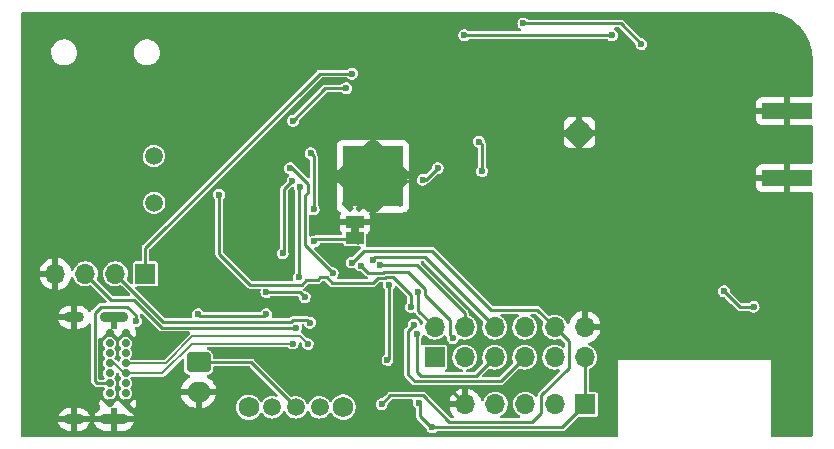
<source format=gbr>
%TF.GenerationSoftware,KiCad,Pcbnew,(6.0.1)*%
%TF.CreationDate,2022-09-15T14:00:08-04:00*%
%TF.ProjectId,bpcw-hardware,62706377-2d68-4617-9264-776172652e6b,rev?*%
%TF.SameCoordinates,Original*%
%TF.FileFunction,Copper,L2,Bot*%
%TF.FilePolarity,Positive*%
%FSLAX46Y46*%
G04 Gerber Fmt 4.6, Leading zero omitted, Abs format (unit mm)*
G04 Created by KiCad (PCBNEW (6.0.1)) date 2022-09-15 14:00:08*
%MOMM*%
%LPD*%
G01*
G04 APERTURE LIST*
G04 Aperture macros list*
%AMRoundRect*
0 Rectangle with rounded corners*
0 $1 Rounding radius*
0 $2 $3 $4 $5 $6 $7 $8 $9 X,Y pos of 4 corners*
0 Add a 4 corners polygon primitive as box body*
4,1,4,$2,$3,$4,$5,$6,$7,$8,$9,$2,$3,0*
0 Add four circle primitives for the rounded corners*
1,1,$1+$1,$2,$3*
1,1,$1+$1,$4,$5*
1,1,$1+$1,$6,$7*
1,1,$1+$1,$8,$9*
0 Add four rect primitives between the rounded corners*
20,1,$1+$1,$2,$3,$4,$5,0*
20,1,$1+$1,$4,$5,$6,$7,0*
20,1,$1+$1,$6,$7,$8,$9,0*
20,1,$1+$1,$8,$9,$2,$3,0*%
G04 Aperture macros list end*
%TA.AperFunction,ComponentPad*%
%ADD10C,1.750000*%
%TD*%
%TA.AperFunction,ComponentPad*%
%ADD11C,1.500000*%
%TD*%
%TA.AperFunction,ComponentPad*%
%ADD12C,0.500000*%
%TD*%
%TA.AperFunction,SMDPad,CuDef*%
%ADD13R,1.600000X1.600000*%
%TD*%
%TA.AperFunction,ComponentPad*%
%ADD14RoundRect,0.250000X-0.750000X0.600000X-0.750000X-0.600000X0.750000X-0.600000X0.750000X0.600000X0*%
%TD*%
%TA.AperFunction,ComponentPad*%
%ADD15O,2.000000X1.700000*%
%TD*%
%TA.AperFunction,ComponentPad*%
%ADD16R,1.700000X1.700000*%
%TD*%
%TA.AperFunction,ComponentPad*%
%ADD17O,1.700000X1.700000*%
%TD*%
%TA.AperFunction,SMDPad,CuDef*%
%ADD18R,4.200000X1.350000*%
%TD*%
%TA.AperFunction,SMDPad,CuDef*%
%ADD19R,5.100000X5.100000*%
%TD*%
%TA.AperFunction,ComponentPad*%
%ADD20C,0.700000*%
%TD*%
%TA.AperFunction,ComponentPad*%
%ADD21O,2.400000X0.900000*%
%TD*%
%TA.AperFunction,ComponentPad*%
%ADD22O,1.700000X0.900000*%
%TD*%
%TA.AperFunction,SMDPad,CuDef*%
%ADD23R,1.500000X1.000000*%
%TD*%
%TA.AperFunction,ViaPad*%
%ADD24C,0.600000*%
%TD*%
%TA.AperFunction,ViaPad*%
%ADD25C,0.800000*%
%TD*%
%TA.AperFunction,Conductor*%
%ADD26C,0.250000*%
%TD*%
%TA.AperFunction,Conductor*%
%ADD27C,0.200000*%
%TD*%
G04 APERTURE END LIST*
%TO.C,JP1*%
G36*
X146550000Y-96750000D02*
G01*
X145950000Y-96750000D01*
X145950000Y-96250000D01*
X146550000Y-96250000D01*
X146550000Y-96750000D01*
G37*
%TD*%
D10*
%TO.P,SW1,*%
%TO.N,*%
X145230583Y-111485437D03*
X137250000Y-111500000D03*
D11*
%TO.P,SW1,1,A*%
%TO.N,unconnected-(SW1-Pad1)*%
X139250000Y-111500000D03*
%TO.P,SW1,2,B*%
%TO.N,Net-(BT1-Pad1)*%
X141250000Y-111500000D03*
%TO.P,SW1,3,C*%
%TO.N,+5V*%
X143250000Y-111500000D03*
%TD*%
%TO.P,LS1,1,1*%
%TO.N,+5V*%
X129250000Y-94200000D03*
%TO.P,LS1,2,2*%
%TO.N,Net-(D2-Pad2)*%
X129230583Y-90219417D03*
%TD*%
D12*
%TO.P,U4,13,GND*%
%TO.N,GND*%
X165250000Y-88250000D03*
X164700000Y-88250000D03*
D13*
X165250000Y-88250000D03*
D12*
X164700000Y-88800000D03*
X164700000Y-87700000D03*
X165250000Y-88800000D03*
X165800000Y-88250000D03*
X165250000Y-87700000D03*
X165800000Y-87700000D03*
X165800000Y-88800000D03*
%TD*%
D14*
%TO.P,BT1,1,+*%
%TO.N,Net-(BT1-Pad1)*%
X133000000Y-107700000D03*
D15*
%TO.P,BT1,2,-*%
%TO.N,GND*%
X133000000Y-110200000D03*
%TD*%
D16*
%TO.P,J2,1,Pin_1*%
%TO.N,+3V3*%
X128500000Y-100200000D03*
D17*
%TO.P,J2,2,Pin_2*%
%TO.N,/TX*%
X125960000Y-100200000D03*
%TO.P,J2,3,Pin_3*%
%TO.N,/RX*%
X123420000Y-100200000D03*
%TO.P,J2,4,Pin_4*%
%TO.N,GND*%
X120880000Y-100200000D03*
%TD*%
D18*
%TO.P,J6,2,Ext*%
%TO.N,GND*%
X182837500Y-86425000D03*
X182837500Y-92075000D03*
%TD*%
D16*
%TO.P,J4,1,Pin_1*%
%TO.N,/IO1*%
X153000000Y-107250000D03*
D17*
%TO.P,J4,2,Pin_2*%
%TO.N,/IO6*%
X153000000Y-104710000D03*
%TO.P,J4,3,Pin_3*%
%TO.N,/IO2*%
X155540000Y-107250000D03*
%TO.P,J4,4,Pin_4*%
%TO.N,/IO7*%
X155540000Y-104710000D03*
%TO.P,J4,5,Pin_5*%
%TO.N,/IO3*%
X158080000Y-107250000D03*
%TO.P,J4,6,Pin_6*%
%TO.N,/IO8*%
X158080000Y-104710000D03*
%TO.P,J4,7,Pin_7*%
%TO.N,/IO4*%
X160620000Y-107250000D03*
%TO.P,J4,8,Pin_8*%
%TO.N,/IO9*%
X160620000Y-104710000D03*
%TO.P,J4,9,Pin_9*%
%TO.N,/IO5*%
X163160000Y-107250000D03*
%TO.P,J4,10,Pin_10*%
%TO.N,/IO10*%
X163160000Y-104710000D03*
%TO.P,J4,11,Pin_11*%
%TO.N,+3V3*%
X165700000Y-107250000D03*
%TO.P,J4,12,Pin_12*%
%TO.N,GND*%
X165700000Y-104710000D03*
%TD*%
D12*
%TO.P,U3,49,EPAD*%
%TO.N,GND*%
X145450000Y-92716667D03*
X145450000Y-89650000D03*
X146983333Y-92716667D03*
X146983333Y-89650000D03*
X150050000Y-94250000D03*
X145450000Y-94250000D03*
X150050000Y-92716667D03*
X145450000Y-91183333D03*
X148516667Y-94250000D03*
X146983333Y-91183333D03*
X148516667Y-91183333D03*
X150050000Y-89650000D03*
X146983333Y-94250000D03*
D19*
X147750000Y-91950000D03*
D12*
X150050000Y-91183333D03*
X148516667Y-92716667D03*
X148516667Y-89650000D03*
%TD*%
D16*
%TO.P,J3,1,Pin_1*%
%TO.N,+3V3*%
X165750000Y-111250000D03*
D17*
%TO.P,J3,2,Pin_2*%
%TO.N,/SWDIO*%
X163210000Y-111250000D03*
%TO.P,J3,3,Pin_3*%
%TO.N,/SWCLK*%
X160670000Y-111250000D03*
%TO.P,J3,4,Pin_4*%
%TO.N,/~{uC_RST}*%
X158130000Y-111250000D03*
%TO.P,J3,5,Pin_5*%
%TO.N,GND*%
X155590000Y-111250000D03*
%TD*%
D20*
%TO.P,J5,A1,GND*%
%TO.N,GND*%
X126825000Y-105225000D03*
%TO.P,J5,A4,VBUS*%
%TO.N,Net-(BT1-Pad1)*%
X126825000Y-106075000D03*
%TO.P,J5,A5,CC1*%
%TO.N,Net-(J5-PadA5)*%
X126825000Y-106925000D03*
%TO.P,J5,A6,D+*%
%TO.N,/USB_D+*%
X126825000Y-107775000D03*
%TO.P,J5,A7,D-*%
%TO.N,/USB_D-*%
X126825000Y-108625000D03*
%TO.P,J5,A8,SBU1*%
%TO.N,unconnected-(J5-PadA8)*%
X126825000Y-109475000D03*
%TO.P,J5,A9,VBUS*%
%TO.N,Net-(BT1-Pad1)*%
X126825000Y-110325000D03*
%TO.P,J5,A12,GND*%
%TO.N,GND*%
X126825000Y-111175000D03*
%TO.P,J5,B1,GND*%
X125475000Y-111175000D03*
%TO.P,J5,B4,VBUS*%
%TO.N,Net-(BT1-Pad1)*%
X125475000Y-110325000D03*
%TO.P,J5,B5,CC2*%
%TO.N,Net-(J5-PadB5)*%
X125475000Y-109475000D03*
%TO.P,J5,B6,D+*%
%TO.N,/USB_D+*%
X125475000Y-108625000D03*
%TO.P,J5,B7,D-*%
%TO.N,/USB_D-*%
X125475000Y-107775000D03*
%TO.P,J5,B8,SBU2*%
%TO.N,unconnected-(J5-PadB8)*%
X125475000Y-106925000D03*
%TO.P,J5,B9,VBUS*%
%TO.N,Net-(BT1-Pad1)*%
X125475000Y-106075000D03*
%TO.P,J5,B12,GND*%
%TO.N,GND*%
X125475000Y-105225000D03*
D21*
%TO.P,J5,S1,SHIELD*%
X125845000Y-112525000D03*
X125845000Y-103875000D03*
D22*
X122465000Y-112525000D03*
X122465000Y-103875000D03*
%TD*%
D23*
%TO.P,JP1,1,A*%
%TO.N,Net-(JP1-Pad1)*%
X146250000Y-97150000D03*
%TO.P,JP1,2,B*%
%TO.N,GND*%
X146250000Y-95850000D03*
%TD*%
D24*
%TO.N,GND*%
X169750000Y-96250000D03*
X172500000Y-99500000D03*
X178000000Y-83000000D03*
X170500000Y-78750000D03*
X156250000Y-85500000D03*
X177177203Y-96794026D03*
X180500000Y-84250000D03*
X175000000Y-100250000D03*
X178000000Y-93750000D03*
X171250000Y-85500000D03*
X156500000Y-83750000D03*
X168250000Y-90250000D03*
X168750000Y-92250000D03*
X178750000Y-85500000D03*
X165250000Y-96174001D03*
X169500000Y-81250000D03*
X171000000Y-99000000D03*
X162750000Y-91750000D03*
X176250000Y-84250000D03*
X170500000Y-83000000D03*
X154500000Y-89250000D03*
X153250000Y-80250000D03*
X162000000Y-89000000D03*
X166000000Y-94000000D03*
X155500000Y-91500000D03*
X174000000Y-81750000D03*
X158750000Y-92000000D03*
X172000000Y-83250000D03*
X154750000Y-83500000D03*
X162500000Y-80750000D03*
X180750000Y-101000000D03*
X147750000Y-104500000D03*
X174250000Y-85250000D03*
X158250000Y-88750000D03*
X156750000Y-93000000D03*
X174250000Y-90750000D03*
X167750000Y-102000000D03*
X177000000Y-95250000D03*
X139500000Y-86000000D03*
X175750000Y-92500000D03*
X172750000Y-96000000D03*
X160500000Y-91500000D03*
X175000000Y-93750000D03*
X182500000Y-82250000D03*
X169000000Y-94000000D03*
X144000000Y-108750000D03*
X167250000Y-92000000D03*
X158500000Y-85000000D03*
X160000000Y-88750000D03*
X156250000Y-86750000D03*
X148500000Y-109250000D03*
X144250000Y-81000000D03*
X174500000Y-96000000D03*
X146750000Y-85500000D03*
X181750000Y-94500000D03*
X182000000Y-97500000D03*
X146250000Y-102750000D03*
X172750000Y-80000000D03*
X171000000Y-92750000D03*
X141583821Y-89966998D03*
X166250000Y-82000000D03*
X140500000Y-112750000D03*
X164000000Y-90750000D03*
X151286927Y-112875500D03*
X172750000Y-91750000D03*
X150500000Y-84750000D03*
X173750000Y-94750000D03*
X174250000Y-98500000D03*
X154743375Y-92945106D03*
X174000000Y-86750000D03*
D25*
X154750000Y-95750000D03*
D24*
X177500000Y-104750000D03*
X163500000Y-81750000D03*
X144250000Y-98500000D03*
X139500000Y-89000000D03*
X156750000Y-81250000D03*
X163250000Y-85000000D03*
X159500000Y-81750000D03*
%TO.N,+3V3*%
X146000000Y-83250000D03*
X132967303Y-103625499D03*
X155500000Y-80000000D03*
X138717303Y-103625500D03*
X149000000Y-107500000D03*
X168000000Y-80000000D03*
X152800490Y-113199510D03*
X149130567Y-101124501D03*
X151683411Y-111124500D03*
%TO.N,+5V*%
X170500000Y-80750000D03*
X160500000Y-79000000D03*
%TO.N,Net-(C13-Pad2)*%
X145500000Y-84500000D03*
X141000000Y-87250000D03*
%TO.N,/AVCC*%
X151970500Y-92250000D03*
X153250000Y-91250000D03*
X157000000Y-91500000D03*
X156750000Y-89000000D03*
%TO.N,/TX*%
X142432995Y-104334402D03*
%TO.N,/RX*%
X141250000Y-104750000D03*
%TO.N,/IO6*%
X151572010Y-101749390D03*
%TO.N,/IO7*%
X148381565Y-99490234D03*
%TO.N,/IO3*%
X151506219Y-105257337D03*
%TO.N,/IO8*%
X147750000Y-99000000D03*
%TO.N,/IO4*%
X151250000Y-104500002D03*
%TO.N,/IO9*%
X146750000Y-99500000D03*
X154537407Y-105654230D03*
%TO.N,/IO10*%
X145991525Y-99247175D03*
X148500000Y-111250000D03*
%TO.N,/USB_D+*%
X142251152Y-106143080D03*
%TO.N,/USB_D-*%
X140987670Y-106099500D03*
%TO.N,Net-(J5-PadB5)*%
X127700000Y-104200000D03*
%TO.N,Net-(JP1-Pad1)*%
X142794275Y-97460120D03*
X146674011Y-97275500D03*
%TO.N,Net-(R4-Pad2)*%
X177491903Y-101675989D03*
X180000000Y-103000000D03*
%TO.N,/RESET*%
X144363439Y-100136561D03*
X140750000Y-91250000D03*
%TO.N,/TMDI*%
X141500000Y-100500000D03*
X141590028Y-92813310D03*
%TO.N,/SCK*%
X138750000Y-101750000D03*
X142000000Y-102186381D03*
%TO.N,/CS*%
X142750000Y-94750000D03*
X142500000Y-90000000D03*
%TO.N,/TMDO*%
X140125500Y-98467303D03*
X140957498Y-92324320D03*
%TO.N,Net-(J1-PadT)*%
X151000000Y-103000000D03*
X134750000Y-93500000D03*
%TD*%
D26*
%TO.N,Net-(J5-PadB5)*%
X127700000Y-103707887D02*
X127700000Y-104200000D01*
X126967593Y-102975480D02*
X127700000Y-103707887D01*
X124722407Y-102975480D02*
X126967593Y-102975480D01*
X124195480Y-109240454D02*
X124195480Y-103502407D01*
X124195480Y-103502407D02*
X124722407Y-102975480D01*
X124430026Y-109475000D02*
X124195480Y-109240454D01*
X125475000Y-109475000D02*
X124430026Y-109475000D01*
%TO.N,/RX*%
X129874296Y-104750000D02*
X141250000Y-104750000D01*
X127524296Y-102400000D02*
X129874296Y-104750000D01*
X125620000Y-102400000D02*
X127524296Y-102400000D01*
X123420000Y-100200000D02*
X125620000Y-102400000D01*
%TO.N,Net-(BT1-Pad1)*%
X137450000Y-107700000D02*
X140750000Y-111000000D01*
X140750000Y-111000000D02*
X141250000Y-111000000D01*
X133000000Y-107700000D02*
X137450000Y-107700000D01*
%TO.N,GND*%
X155590000Y-111250000D02*
X154340000Y-110000000D01*
X149250000Y-110000000D02*
X148500000Y-109250000D01*
X154340000Y-110000000D02*
X149250000Y-110000000D01*
%TO.N,+3V3*%
X128500000Y-98000000D02*
X128500000Y-100200000D01*
X151750000Y-112250000D02*
X151750000Y-111191089D01*
X149000000Y-107500000D02*
X149130567Y-107369433D01*
X165750000Y-111250000D02*
X165750000Y-107300000D01*
X152699510Y-113199510D02*
X163800490Y-113199510D01*
X133091804Y-103750000D02*
X132967303Y-103625499D01*
X143250000Y-83250000D02*
X128500000Y-98000000D01*
X146000000Y-83250000D02*
X143250000Y-83250000D01*
X165750000Y-107300000D02*
X165700000Y-107250000D01*
X163800490Y-113199510D02*
X165750000Y-111250000D01*
X149130567Y-107369433D02*
X149130567Y-101124501D01*
X138717303Y-103625500D02*
X138592803Y-103750000D01*
X138592803Y-103750000D02*
X133091804Y-103750000D01*
X151750000Y-111191089D02*
X151683411Y-111124500D01*
X168000000Y-80000000D02*
X155500000Y-80000000D01*
X151750000Y-112250000D02*
X152699510Y-113199510D01*
%TO.N,+5V*%
X160500000Y-79000000D02*
X168750000Y-79000000D01*
X168750000Y-79000000D02*
X170500000Y-80750000D01*
%TO.N,Net-(C13-Pad2)*%
X141000000Y-87250000D02*
X143750000Y-84500000D01*
X143750000Y-84500000D02*
X145500000Y-84500000D01*
%TO.N,/AVCC*%
X157000000Y-89250000D02*
X156750000Y-89000000D01*
X157000000Y-91500000D02*
X157000000Y-89250000D01*
X152250000Y-92250000D02*
X153250000Y-91250000D01*
X151970500Y-92250000D02*
X152250000Y-92250000D01*
%TO.N,/TX*%
X142224092Y-104125499D02*
X142432995Y-104334402D01*
X130009999Y-104249999D02*
X140866821Y-104250000D01*
X140991322Y-104125499D02*
X142224092Y-104125499D01*
X125960000Y-100200000D02*
X130009999Y-104249999D01*
X140866821Y-104250000D02*
X140991322Y-104125499D01*
%TO.N,/IO6*%
X151624501Y-102741322D02*
X151572010Y-102688831D01*
X153000000Y-104710000D02*
X151624501Y-103334501D01*
X151572010Y-102688831D02*
X151572010Y-101749390D01*
X151624501Y-103334501D02*
X151624501Y-102741322D01*
%TO.N,/IO7*%
X155540000Y-103507919D02*
X151522315Y-99490234D01*
X151522315Y-99490234D02*
X148381565Y-99490234D01*
X155540000Y-104710000D02*
X155540000Y-103507919D01*
%TO.N,/IO3*%
X151850978Y-108850978D02*
X151506219Y-108506219D01*
X156479022Y-108850978D02*
X151850978Y-108850978D01*
X151506219Y-108506219D02*
X151506219Y-105257337D01*
X158080000Y-107250000D02*
X156479022Y-108850978D01*
%TO.N,/IO8*%
X152171488Y-98801488D02*
X147948512Y-98801488D01*
X158080000Y-104710000D02*
X152171488Y-98801488D01*
X147948512Y-98801488D02*
X147750000Y-99000000D01*
%TO.N,/IO4*%
X158569511Y-109300489D02*
X151300489Y-109300489D01*
X150750000Y-108750000D02*
X150750000Y-105000002D01*
X151300489Y-109300489D02*
X150750000Y-108750000D01*
X150750000Y-105000002D02*
X151250000Y-104500002D01*
X160620000Y-107250000D02*
X158569511Y-109300489D01*
%TO.N,/IO9*%
X152196511Y-102008068D02*
X152196511Y-101490712D01*
X148704488Y-100050490D02*
X148640243Y-100114735D01*
X154291148Y-104139087D02*
X152178320Y-102026259D01*
X154291148Y-105407971D02*
X154291148Y-104139087D01*
X152178320Y-102026259D02*
X152196511Y-102008068D01*
X150756289Y-100050490D02*
X148704488Y-100050490D01*
X147364735Y-100114735D02*
X146750000Y-99500000D01*
X154537407Y-105654230D02*
X154291148Y-105407971D01*
X148640243Y-100114735D02*
X147364735Y-100114735D01*
X152196511Y-101490712D02*
X150756289Y-100050490D01*
%TO.N,/IO10*%
X164334511Y-105884511D02*
X163160000Y-104710000D01*
X157750000Y-103250000D02*
X152750000Y-98250000D01*
X162035489Y-110464511D02*
X164334511Y-108165489D01*
X146988700Y-98250000D02*
X145991525Y-99247175D01*
X154250000Y-112750000D02*
X161250000Y-112750000D01*
X148500000Y-111250000D02*
X149250000Y-110500000D01*
X161250000Y-112750000D02*
X162035489Y-111964511D01*
X162035489Y-111964511D02*
X162035489Y-110464511D01*
X163160000Y-104710000D02*
X161700000Y-103250000D01*
X149250000Y-110500000D02*
X152000000Y-110500000D01*
X152000000Y-110500000D02*
X154250000Y-112750000D01*
X161700000Y-103250000D02*
X157750000Y-103250000D01*
X164334511Y-108165489D02*
X164334511Y-105884511D01*
X152750000Y-98250000D02*
X146988700Y-98250000D01*
D27*
%TO.N,/USB_D+*%
X141608072Y-105500000D02*
X142251152Y-106143080D01*
X130211054Y-107775000D02*
X132486054Y-105500000D01*
X132486054Y-105500000D02*
X141608072Y-105500000D01*
X126825000Y-107775000D02*
X130211054Y-107775000D01*
%TO.N,/USB_D-*%
X129926047Y-108625000D02*
X132451547Y-106099500D01*
X125875000Y-107775000D02*
X126725000Y-108625000D01*
X126825000Y-108625000D02*
X129926047Y-108625000D01*
X132451547Y-106099500D02*
X140987670Y-106099500D01*
X125443548Y-107775000D02*
X125875000Y-107775000D01*
D26*
%TO.N,Net-(JP1-Pad1)*%
X146400000Y-97549511D02*
X146674011Y-97275500D01*
X142794275Y-97460120D02*
X143004395Y-97250000D01*
X146648511Y-97250000D02*
X146674011Y-97275500D01*
X143004395Y-97250000D02*
X146648511Y-97250000D01*
%TO.N,Net-(R4-Pad2)*%
X180000000Y-103000000D02*
X178815914Y-103000000D01*
X178815914Y-103000000D02*
X177491903Y-101675989D01*
%TO.N,/RESET*%
X140750000Y-91250000D02*
X140949761Y-91250000D01*
X142020740Y-97793862D02*
X144363439Y-100136561D01*
X142300489Y-93290232D02*
X142020740Y-93569981D01*
X142020740Y-93569981D02*
X142020740Y-97793862D01*
X140949761Y-91250000D02*
X142300489Y-92600728D01*
X142300489Y-92600728D02*
X142300489Y-93290232D01*
%TO.N,/TMDI*%
X141500000Y-92903338D02*
X141590028Y-92813310D01*
X141500000Y-100500000D02*
X141500000Y-92903338D01*
%TO.N,/SCK*%
X141563619Y-101750000D02*
X142000000Y-102186381D01*
X138750000Y-101750000D02*
X141563619Y-101750000D01*
%TO.N,/CS*%
X142500000Y-90000000D02*
X142750000Y-90250000D01*
X142750000Y-90250000D02*
X142750000Y-94750000D01*
%TO.N,/TMDO*%
X140250000Y-98342803D02*
X140250000Y-93031818D01*
X140125500Y-98467303D02*
X140250000Y-98342803D01*
X140250000Y-93031818D02*
X140957498Y-92324320D01*
%TO.N,Net-(J1-PadT)*%
X151000000Y-103000000D02*
X151000000Y-102000000D01*
X143327344Y-100500999D02*
X143077344Y-100750999D01*
X148826436Y-100564246D02*
X148185754Y-100564246D01*
X148185754Y-100564246D02*
X147750000Y-101000000D01*
X144343701Y-101000000D02*
X143844700Y-100500999D01*
X148890681Y-100500001D02*
X148826436Y-100564246D01*
X141758678Y-101124501D02*
X137374501Y-101124501D01*
X147750000Y-101000000D02*
X144343701Y-101000000D01*
X142132180Y-100750999D02*
X141758678Y-101124501D01*
X137374501Y-101124501D02*
X134750000Y-98500000D01*
X143844700Y-100500999D02*
X143327344Y-100500999D01*
X151000000Y-102000000D02*
X149500001Y-100500001D01*
X149500001Y-100500001D02*
X148890681Y-100500001D01*
X134750000Y-98500000D02*
X134750000Y-93500000D01*
X143077344Y-100750999D02*
X142132180Y-100750999D01*
%TD*%
%TA.AperFunction,Conductor*%
%TO.N,GND*%
G36*
X181002901Y-78000634D02*
G01*
X181172757Y-78008487D01*
X181173104Y-78008504D01*
X181369673Y-78018161D01*
X181380897Y-78019217D01*
X181434372Y-78026676D01*
X181562906Y-78044606D01*
X181563766Y-78044730D01*
X181641186Y-78056214D01*
X181747155Y-78071934D01*
X181757514Y-78073917D01*
X181938439Y-78116470D01*
X181940206Y-78116899D01*
X182117770Y-78161376D01*
X182127197Y-78164132D01*
X182304328Y-78223500D01*
X182306699Y-78224321D01*
X182478169Y-78285674D01*
X182486585Y-78289033D01*
X182657987Y-78364714D01*
X182660909Y-78366050D01*
X182718583Y-78393328D01*
X182825048Y-78443683D01*
X182832487Y-78447509D01*
X182996377Y-78538795D01*
X182999842Y-78540797D01*
X183155297Y-78633974D01*
X183161727Y-78638098D01*
X183316665Y-78744233D01*
X183320515Y-78746978D01*
X183387140Y-78796389D01*
X183465957Y-78854844D01*
X183471354Y-78859081D01*
X183615926Y-78979131D01*
X183620017Y-78982681D01*
X183744722Y-79095707D01*
X183754163Y-79104264D01*
X183758641Y-79108529D01*
X183891471Y-79241359D01*
X183895736Y-79245837D01*
X184017319Y-79379983D01*
X184020869Y-79384074D01*
X184140919Y-79528646D01*
X184145156Y-79534043D01*
X184201593Y-79610140D01*
X184253022Y-79679485D01*
X184255767Y-79683335D01*
X184361902Y-79838273D01*
X184366026Y-79844703D01*
X184459203Y-80000158D01*
X184461205Y-80003623D01*
X184552491Y-80167513D01*
X184556317Y-80174952D01*
X184603200Y-80274077D01*
X184629586Y-80329863D01*
X184633937Y-80339063D01*
X184635286Y-80342013D01*
X184710967Y-80513415D01*
X184714326Y-80521831D01*
X184761601Y-80653955D01*
X184775673Y-80693284D01*
X184776500Y-80695673D01*
X184812639Y-80803498D01*
X184835868Y-80872803D01*
X184838624Y-80882230D01*
X184883101Y-81059794D01*
X184883530Y-81061561D01*
X184926083Y-81242486D01*
X184928066Y-81252845D01*
X184955253Y-81436116D01*
X184955409Y-81437198D01*
X184980783Y-81619103D01*
X184981839Y-81630327D01*
X184991496Y-81826896D01*
X184991512Y-81827222D01*
X184995589Y-81915397D01*
X184999366Y-81997099D01*
X184999500Y-82002918D01*
X184999500Y-85116000D01*
X184979498Y-85184121D01*
X184925842Y-85230614D01*
X184873500Y-85242000D01*
X183109615Y-85242000D01*
X183094376Y-85246475D01*
X183093171Y-85247865D01*
X183091500Y-85255548D01*
X183091500Y-87589884D01*
X183095975Y-87605123D01*
X183097365Y-87606328D01*
X183105048Y-87607999D01*
X184873500Y-87607999D01*
X184941621Y-87628001D01*
X184988114Y-87681657D01*
X184999500Y-87733999D01*
X184999500Y-90766000D01*
X184979498Y-90834121D01*
X184925842Y-90880614D01*
X184873500Y-90892000D01*
X183109615Y-90892000D01*
X183094376Y-90896475D01*
X183093171Y-90897865D01*
X183091500Y-90905548D01*
X183091500Y-93239884D01*
X183095975Y-93255123D01*
X183097365Y-93256328D01*
X183105048Y-93257999D01*
X184873500Y-93257999D01*
X184941621Y-93278001D01*
X184988114Y-93331657D01*
X184999500Y-93383999D01*
X184999500Y-113873500D01*
X184979498Y-113941621D01*
X184925842Y-113988114D01*
X184873500Y-113999500D01*
X181626500Y-113999500D01*
X181558379Y-113979498D01*
X181511886Y-113925842D01*
X181500500Y-113873500D01*
X181500500Y-107500099D01*
X181500541Y-107500000D01*
X181500383Y-107499617D01*
X181500099Y-107499500D01*
X181500000Y-107499459D01*
X181499901Y-107499500D01*
X168500099Y-107499500D01*
X168500000Y-107499459D01*
X168499901Y-107499500D01*
X168499617Y-107499617D01*
X168499459Y-107500000D01*
X168499500Y-107500099D01*
X168499500Y-113873500D01*
X168479498Y-113941621D01*
X168425842Y-113988114D01*
X168373500Y-113999500D01*
X118126500Y-113999500D01*
X118058379Y-113979498D01*
X118011886Y-113925842D01*
X118000500Y-113873500D01*
X118000500Y-112789075D01*
X121141363Y-112789075D01*
X121197310Y-112941136D01*
X121202877Y-112952549D01*
X121298708Y-113107108D01*
X121306460Y-113117174D01*
X121431408Y-113249303D01*
X121441026Y-113257605D01*
X121589987Y-113361908D01*
X121601081Y-113368108D01*
X121767980Y-113440332D01*
X121780083Y-113444171D01*
X121959600Y-113481675D01*
X121969152Y-113482915D01*
X121972384Y-113483000D01*
X122192885Y-113483000D01*
X122208124Y-113478525D01*
X122209329Y-113477135D01*
X122211000Y-113469452D01*
X122211000Y-113464885D01*
X122719000Y-113464885D01*
X122723475Y-113480124D01*
X122724865Y-113481329D01*
X122732548Y-113483000D01*
X122910447Y-113483000D01*
X122916822Y-113482677D01*
X123052277Y-113468918D01*
X123064717Y-113466364D01*
X123238244Y-113411984D01*
X123249932Y-113406975D01*
X123408979Y-113318813D01*
X123419412Y-113311562D01*
X123557491Y-113193215D01*
X123566244Y-113184024D01*
X123677711Y-113040320D01*
X123684435Y-113029560D01*
X123764732Y-112866375D01*
X123769155Y-112854481D01*
X123784251Y-112796530D01*
X123784021Y-112789075D01*
X124171363Y-112789075D01*
X124227310Y-112941136D01*
X124232877Y-112952549D01*
X124328708Y-113107108D01*
X124336460Y-113117174D01*
X124461408Y-113249303D01*
X124471026Y-113257605D01*
X124619987Y-113361908D01*
X124631081Y-113368108D01*
X124797980Y-113440332D01*
X124810083Y-113444171D01*
X124989600Y-113481675D01*
X124999152Y-113482915D01*
X125002384Y-113483000D01*
X125572885Y-113483000D01*
X125588124Y-113478525D01*
X125589329Y-113477135D01*
X125591000Y-113469452D01*
X125591000Y-113464885D01*
X126099000Y-113464885D01*
X126103475Y-113480124D01*
X126104865Y-113481329D01*
X126112548Y-113483000D01*
X126640447Y-113483000D01*
X126646822Y-113482677D01*
X126782277Y-113468918D01*
X126794717Y-113466364D01*
X126968244Y-113411984D01*
X126979932Y-113406975D01*
X127138979Y-113318813D01*
X127149412Y-113311562D01*
X127287491Y-113193215D01*
X127296244Y-113184024D01*
X127407711Y-113040320D01*
X127414435Y-113029560D01*
X127494732Y-112866375D01*
X127499155Y-112854481D01*
X127514251Y-112796530D01*
X127513817Y-112782436D01*
X127505636Y-112779000D01*
X126117115Y-112779000D01*
X126101876Y-112783475D01*
X126100671Y-112784865D01*
X126099000Y-112792548D01*
X126099000Y-113464885D01*
X125591000Y-113464885D01*
X125591000Y-112797115D01*
X125586525Y-112781876D01*
X125585135Y-112780671D01*
X125577452Y-112779000D01*
X124185771Y-112779000D01*
X124172240Y-112782973D01*
X124171363Y-112789075D01*
X123784021Y-112789075D01*
X123783817Y-112782436D01*
X123775636Y-112779000D01*
X122737115Y-112779000D01*
X122721876Y-112783475D01*
X122720671Y-112784865D01*
X122719000Y-112792548D01*
X122719000Y-113464885D01*
X122211000Y-113464885D01*
X122211000Y-112797115D01*
X122206525Y-112781876D01*
X122205135Y-112780671D01*
X122197452Y-112779000D01*
X121155771Y-112779000D01*
X121142240Y-112782973D01*
X121141363Y-112789075D01*
X118000500Y-112789075D01*
X118000500Y-112253470D01*
X121145749Y-112253470D01*
X121146183Y-112267564D01*
X121154364Y-112271000D01*
X122192885Y-112271000D01*
X122208124Y-112266525D01*
X122209329Y-112265135D01*
X122211000Y-112257452D01*
X122211000Y-112252885D01*
X122719000Y-112252885D01*
X122723475Y-112268124D01*
X122724865Y-112269329D01*
X122732548Y-112271000D01*
X123774229Y-112271000D01*
X123787760Y-112267027D01*
X123788637Y-112260925D01*
X123785894Y-112253470D01*
X124175749Y-112253470D01*
X124176183Y-112267564D01*
X124184364Y-112271000D01*
X125572885Y-112271000D01*
X125588124Y-112266525D01*
X125589329Y-112265135D01*
X125591000Y-112257452D01*
X125591000Y-111653000D01*
X125611002Y-111584879D01*
X125664658Y-111538386D01*
X125717000Y-111527000D01*
X125973000Y-111527000D01*
X126041121Y-111547002D01*
X126087614Y-111600658D01*
X126099000Y-111653000D01*
X126099000Y-112252885D01*
X126103475Y-112268124D01*
X126104865Y-112269329D01*
X126112548Y-112271000D01*
X127504229Y-112271000D01*
X127517760Y-112267027D01*
X127518637Y-112260925D01*
X127462690Y-112108864D01*
X127457123Y-112097451D01*
X127361292Y-111942891D01*
X127356509Y-111936681D01*
X127344292Y-111929560D01*
X127329947Y-111930184D01*
X127284172Y-111942935D01*
X127216336Y-111921986D01*
X127196832Y-111906042D01*
X126466922Y-111176132D01*
X127189408Y-111176132D01*
X127189539Y-111177965D01*
X127193790Y-111184580D01*
X127571767Y-111562557D01*
X127584147Y-111569317D01*
X127591062Y-111564141D01*
X127609835Y-111531625D01*
X127615181Y-111519617D01*
X127666833Y-111360650D01*
X127669563Y-111347807D01*
X127687036Y-111181565D01*
X127687036Y-111168435D01*
X127669563Y-111002193D01*
X127666833Y-110989350D01*
X127615181Y-110830383D01*
X127609835Y-110818375D01*
X127593637Y-110790320D01*
X127583431Y-110780589D01*
X127575410Y-110783800D01*
X127197022Y-111162188D01*
X127189408Y-111176132D01*
X126466922Y-111176132D01*
X126162812Y-110872022D01*
X126148868Y-110864408D01*
X126147035Y-110864539D01*
X126140420Y-110868790D01*
X125564095Y-111445115D01*
X125501783Y-111479141D01*
X125430968Y-111474076D01*
X125385905Y-111445115D01*
X124728233Y-110787443D01*
X124715853Y-110780683D01*
X124708938Y-110785859D01*
X124690165Y-110818375D01*
X124684819Y-110830383D01*
X124633167Y-110989350D01*
X124630437Y-111002193D01*
X124612964Y-111168435D01*
X124612964Y-111181565D01*
X124630437Y-111347807D01*
X124633167Y-111360650D01*
X124684819Y-111519617D01*
X124686924Y-111524345D01*
X124696359Y-111594712D01*
X124666254Y-111659010D01*
X124632904Y-111685798D01*
X124551021Y-111731187D01*
X124540588Y-111738438D01*
X124402509Y-111856785D01*
X124393756Y-111865976D01*
X124282289Y-112009680D01*
X124275565Y-112020440D01*
X124195268Y-112183625D01*
X124190845Y-112195519D01*
X124175749Y-112253470D01*
X123785894Y-112253470D01*
X123732690Y-112108864D01*
X123727123Y-112097451D01*
X123631292Y-111942892D01*
X123623540Y-111932826D01*
X123498592Y-111800697D01*
X123488974Y-111792395D01*
X123340013Y-111688092D01*
X123328919Y-111681892D01*
X123162020Y-111609668D01*
X123149917Y-111605829D01*
X122970400Y-111568325D01*
X122960848Y-111567085D01*
X122957616Y-111567000D01*
X122737115Y-111567000D01*
X122721876Y-111571475D01*
X122720671Y-111572865D01*
X122719000Y-111580548D01*
X122719000Y-112252885D01*
X122211000Y-112252885D01*
X122211000Y-111585115D01*
X122206525Y-111569876D01*
X122205135Y-111568671D01*
X122197452Y-111567000D01*
X122019553Y-111567000D01*
X122013178Y-111567323D01*
X121877723Y-111581082D01*
X121865283Y-111583636D01*
X121691756Y-111638016D01*
X121680068Y-111643025D01*
X121521021Y-111731187D01*
X121510588Y-111738438D01*
X121372509Y-111856785D01*
X121363756Y-111865976D01*
X121252289Y-112009680D01*
X121245565Y-112020440D01*
X121165268Y-112183625D01*
X121160845Y-112195519D01*
X121145749Y-112253470D01*
X118000500Y-112253470D01*
X118000500Y-104139075D01*
X121141363Y-104139075D01*
X121197310Y-104291136D01*
X121202877Y-104302549D01*
X121298708Y-104457108D01*
X121306460Y-104467174D01*
X121431408Y-104599303D01*
X121441026Y-104607605D01*
X121589987Y-104711908D01*
X121601081Y-104718108D01*
X121767980Y-104790332D01*
X121780083Y-104794171D01*
X121959600Y-104831675D01*
X121969152Y-104832915D01*
X121972384Y-104833000D01*
X122192885Y-104833000D01*
X122208124Y-104828525D01*
X122209329Y-104827135D01*
X122211000Y-104819452D01*
X122211000Y-104147115D01*
X122206525Y-104131876D01*
X122205135Y-104130671D01*
X122197452Y-104129000D01*
X121155771Y-104129000D01*
X121142240Y-104132973D01*
X121141363Y-104139075D01*
X118000500Y-104139075D01*
X118000500Y-103603470D01*
X121145749Y-103603470D01*
X121146183Y-103617564D01*
X121154364Y-103621000D01*
X122192885Y-103621000D01*
X122208124Y-103616525D01*
X122209329Y-103615135D01*
X122211000Y-103607452D01*
X122211000Y-102935115D01*
X122206525Y-102919876D01*
X122205135Y-102918671D01*
X122197452Y-102917000D01*
X122019553Y-102917000D01*
X122013178Y-102917323D01*
X121877723Y-102931082D01*
X121865283Y-102933636D01*
X121691756Y-102988016D01*
X121680068Y-102993025D01*
X121521021Y-103081187D01*
X121510588Y-103088438D01*
X121372509Y-103206785D01*
X121363756Y-103215976D01*
X121252289Y-103359680D01*
X121245565Y-103370440D01*
X121165268Y-103533625D01*
X121160845Y-103545519D01*
X121145749Y-103603470D01*
X118000500Y-103603470D01*
X118000500Y-100467966D01*
X119548257Y-100467966D01*
X119578565Y-100602446D01*
X119581645Y-100612275D01*
X119661770Y-100809603D01*
X119666413Y-100818794D01*
X119777694Y-101000388D01*
X119783777Y-101008699D01*
X119923213Y-101169667D01*
X119930580Y-101176883D01*
X120094434Y-101312916D01*
X120102881Y-101318831D01*
X120286756Y-101426279D01*
X120296042Y-101430729D01*
X120495001Y-101506703D01*
X120504899Y-101509579D01*
X120608250Y-101530606D01*
X120622299Y-101529410D01*
X120626000Y-101519065D01*
X120626000Y-101518517D01*
X121134000Y-101518517D01*
X121138064Y-101532359D01*
X121151478Y-101534393D01*
X121158184Y-101533534D01*
X121168262Y-101531392D01*
X121372255Y-101470191D01*
X121381842Y-101466433D01*
X121573095Y-101372739D01*
X121581945Y-101367464D01*
X121755328Y-101243792D01*
X121763200Y-101237139D01*
X121914052Y-101086812D01*
X121920730Y-101078965D01*
X122045003Y-100906020D01*
X122050313Y-100897183D01*
X122144670Y-100706267D01*
X122148469Y-100696672D01*
X122189593Y-100561319D01*
X122228534Y-100501955D01*
X122293388Y-100473068D01*
X122363564Y-100483830D01*
X122416782Y-100530823D01*
X122431270Y-100563217D01*
X122438544Y-100588586D01*
X122441359Y-100594063D01*
X122441360Y-100594066D01*
X122529897Y-100766341D01*
X122532712Y-100771818D01*
X122660677Y-100933270D01*
X122665370Y-100937264D01*
X122665371Y-100937265D01*
X122791054Y-101044229D01*
X122817564Y-101066791D01*
X122822942Y-101069797D01*
X122822944Y-101069798D01*
X122841669Y-101080263D01*
X122997398Y-101167297D01*
X123072352Y-101191651D01*
X123187471Y-101229056D01*
X123187475Y-101229057D01*
X123193329Y-101230959D01*
X123397894Y-101255351D01*
X123404029Y-101254879D01*
X123404031Y-101254879D01*
X123460939Y-101250500D01*
X123603300Y-101239546D01*
X123609230Y-101237890D01*
X123609232Y-101237890D01*
X123795797Y-101185800D01*
X123795796Y-101185800D01*
X123801725Y-101184145D01*
X123812962Y-101178469D01*
X123814722Y-101177580D01*
X123884544Y-101164721D01*
X123950235Y-101191651D01*
X123960626Y-101200952D01*
X125194559Y-102434885D01*
X125228585Y-102497197D01*
X125223520Y-102568012D01*
X125180973Y-102624848D01*
X125114453Y-102649659D01*
X125105464Y-102649980D01*
X124742117Y-102649980D01*
X124731135Y-102649500D01*
X124704582Y-102647177D01*
X124704577Y-102647177D01*
X124693600Y-102646217D01*
X124657190Y-102655972D01*
X124646483Y-102658346D01*
X124609362Y-102664892D01*
X124599818Y-102670402D01*
X124596542Y-102671594D01*
X124593371Y-102673073D01*
X124582723Y-102675926D01*
X124573694Y-102682248D01*
X124551856Y-102697539D01*
X124542586Y-102703444D01*
X124519499Y-102716773D01*
X124519495Y-102716776D01*
X124509952Y-102722286D01*
X124502867Y-102730730D01*
X124485732Y-102751150D01*
X124478307Y-102759253D01*
X123979258Y-103258303D01*
X123971154Y-103265729D01*
X123942286Y-103289952D01*
X123936773Y-103299501D01*
X123923441Y-103322592D01*
X123917535Y-103331863D01*
X123895927Y-103362722D01*
X123895823Y-103362649D01*
X123853688Y-103410501D01*
X123785410Y-103429961D01*
X123717450Y-103409418D01*
X123679326Y-103370362D01*
X123631292Y-103292892D01*
X123623540Y-103282826D01*
X123498592Y-103150697D01*
X123488974Y-103142395D01*
X123340013Y-103038092D01*
X123328919Y-103031892D01*
X123162020Y-102959668D01*
X123149917Y-102955829D01*
X122970400Y-102918325D01*
X122960848Y-102917085D01*
X122957616Y-102917000D01*
X122737115Y-102917000D01*
X122721876Y-102921475D01*
X122720671Y-102922865D01*
X122719000Y-102930548D01*
X122719000Y-104814885D01*
X122723475Y-104830124D01*
X122724865Y-104831329D01*
X122732548Y-104833000D01*
X122910447Y-104833000D01*
X122916822Y-104832677D01*
X123052277Y-104818918D01*
X123064717Y-104816364D01*
X123238244Y-104761984D01*
X123249932Y-104756975D01*
X123408979Y-104668813D01*
X123419412Y-104661562D01*
X123557491Y-104543215D01*
X123566244Y-104534024D01*
X123644420Y-104433239D01*
X123701977Y-104391672D01*
X123772869Y-104387821D01*
X123834589Y-104422909D01*
X123867541Y-104485795D01*
X123869980Y-104510465D01*
X123869980Y-109220744D01*
X123869500Y-109231726D01*
X123866216Y-109269261D01*
X123874771Y-109301186D01*
X123875971Y-109305664D01*
X123878350Y-109316396D01*
X123884892Y-109353499D01*
X123890403Y-109363044D01*
X123891595Y-109366320D01*
X123893072Y-109369488D01*
X123895926Y-109380138D01*
X123902250Y-109389169D01*
X123917535Y-109410998D01*
X123923441Y-109420269D01*
X123932359Y-109435715D01*
X123942286Y-109452909D01*
X123950731Y-109459995D01*
X123971162Y-109477139D01*
X123979265Y-109484565D01*
X124185915Y-109691215D01*
X124193342Y-109699319D01*
X124217571Y-109728194D01*
X124227120Y-109733707D01*
X124250211Y-109747039D01*
X124259482Y-109752945D01*
X124290342Y-109774554D01*
X124300993Y-109777408D01*
X124304166Y-109778888D01*
X124307438Y-109780079D01*
X124316981Y-109785588D01*
X124354102Y-109792134D01*
X124364809Y-109794508D01*
X124401219Y-109804263D01*
X124412194Y-109803303D01*
X124412196Y-109803303D01*
X124438757Y-109800979D01*
X124449738Y-109800500D01*
X124928071Y-109800500D01*
X124996192Y-109820502D01*
X125042685Y-109874158D01*
X125052789Y-109944432D01*
X125028034Y-110003202D01*
X124994139Y-110047375D01*
X124938670Y-110181291D01*
X124919750Y-110325000D01*
X124938670Y-110468709D01*
X124994139Y-110602625D01*
X125082379Y-110717621D01*
X125197375Y-110805861D01*
X125331291Y-110861330D01*
X125475000Y-110880250D01*
X125618709Y-110861330D01*
X125752625Y-110805861D01*
X125867621Y-110717621D01*
X125955861Y-110602625D01*
X126011330Y-110468709D01*
X126025078Y-110364285D01*
X126042734Y-110324375D01*
X126025078Y-110285715D01*
X126017113Y-110225214D01*
X126011330Y-110181291D01*
X125955861Y-110047375D01*
X125901633Y-109976704D01*
X125876032Y-109910484D01*
X125890297Y-109840935D01*
X125901633Y-109823296D01*
X125909089Y-109813579D01*
X125955861Y-109752625D01*
X126011330Y-109618709D01*
X126024247Y-109520599D01*
X126025078Y-109514285D01*
X126042734Y-109474375D01*
X126025078Y-109435715D01*
X126012408Y-109339480D01*
X126011330Y-109331291D01*
X125955861Y-109197375D01*
X125901633Y-109126704D01*
X125876032Y-109060484D01*
X125890297Y-108990935D01*
X125901633Y-108973296D01*
X125928652Y-108938084D01*
X125955861Y-108902625D01*
X126011330Y-108768709D01*
X126025078Y-108664285D01*
X126053801Y-108599358D01*
X126113066Y-108560267D01*
X126184058Y-108559422D01*
X126244236Y-108597093D01*
X126274922Y-108664285D01*
X126288670Y-108768709D01*
X126344139Y-108902625D01*
X126371348Y-108938084D01*
X126398367Y-108973296D01*
X126423968Y-109039516D01*
X126409703Y-109109065D01*
X126398367Y-109126704D01*
X126344139Y-109197375D01*
X126288670Y-109331291D01*
X126287592Y-109339480D01*
X126274922Y-109435715D01*
X126257266Y-109475625D01*
X126274922Y-109514285D01*
X126275753Y-109520599D01*
X126288670Y-109618709D01*
X126344139Y-109752625D01*
X126390911Y-109813579D01*
X126398367Y-109823296D01*
X126423968Y-109889516D01*
X126409703Y-109959065D01*
X126398367Y-109976704D01*
X126344139Y-110047375D01*
X126288670Y-110181291D01*
X126282887Y-110225214D01*
X126274922Y-110285715D01*
X126257266Y-110325625D01*
X126274922Y-110364285D01*
X126288670Y-110468709D01*
X126344139Y-110602625D01*
X126432379Y-110717621D01*
X126547375Y-110805861D01*
X126681291Y-110861330D01*
X126825000Y-110880250D01*
X126968709Y-110861330D01*
X127102625Y-110805861D01*
X127217621Y-110717621D01*
X127305861Y-110602625D01*
X127361330Y-110468709D01*
X127361347Y-110468580D01*
X131518752Y-110468580D01*
X131543477Y-110586421D01*
X131546537Y-110596617D01*
X131627263Y-110801029D01*
X131631994Y-110810561D01*
X131746016Y-110998462D01*
X131752280Y-111007052D01*
X131896327Y-111173052D01*
X131903958Y-111180472D01*
X132073911Y-111319826D01*
X132082678Y-111325850D01*
X132273682Y-111434576D01*
X132283346Y-111439041D01*
X132489941Y-111514031D01*
X132500208Y-111516802D01*
X132717655Y-111556123D01*
X132725884Y-111557056D01*
X132730376Y-111557268D01*
X132743124Y-111553525D01*
X132744329Y-111552135D01*
X132746000Y-111544452D01*
X132746000Y-111535970D01*
X133254000Y-111535970D01*
X133258310Y-111550648D01*
X133270193Y-111552711D01*
X133374325Y-111543876D01*
X133384797Y-111542086D01*
X133597535Y-111486870D01*
X133607575Y-111483335D01*
X133807970Y-111393063D01*
X133817256Y-111387894D01*
X133999575Y-111265150D01*
X134007870Y-111258481D01*
X134166900Y-111106772D01*
X134173941Y-111098814D01*
X134305141Y-110922475D01*
X134310745Y-110913438D01*
X134410357Y-110717516D01*
X134414357Y-110707665D01*
X134479534Y-110497760D01*
X134481817Y-110487376D01*
X134483861Y-110471957D01*
X134481665Y-110457793D01*
X134468478Y-110454000D01*
X133272115Y-110454000D01*
X133256876Y-110458475D01*
X133255671Y-110459865D01*
X133254000Y-110467548D01*
X133254000Y-111535970D01*
X132746000Y-111535970D01*
X132746000Y-110472115D01*
X132741525Y-110456876D01*
X132740135Y-110455671D01*
X132732452Y-110454000D01*
X131533808Y-110454000D01*
X131520277Y-110457973D01*
X131518752Y-110468580D01*
X127361347Y-110468580D01*
X127380250Y-110325000D01*
X127361330Y-110181291D01*
X127305861Y-110047375D01*
X127251633Y-109976704D01*
X127226032Y-109910484D01*
X127240297Y-109840935D01*
X127251633Y-109823296D01*
X127259089Y-109813579D01*
X127305861Y-109752625D01*
X127361330Y-109618709D01*
X127380250Y-109475000D01*
X127361330Y-109331291D01*
X127305861Y-109197375D01*
X127252784Y-109128204D01*
X127227183Y-109061984D01*
X127241448Y-108992435D01*
X127291049Y-108941639D01*
X127352746Y-108925500D01*
X129873681Y-108925500D01*
X129876354Y-108925696D01*
X129881389Y-108927425D01*
X129893011Y-108926989D01*
X129893013Y-108926989D01*
X129930302Y-108925589D01*
X129935028Y-108925500D01*
X129953995Y-108925500D01*
X129958730Y-108924618D01*
X129962256Y-108924390D01*
X129965996Y-108924249D01*
X129993255Y-108923226D01*
X130003940Y-108918636D01*
X130008540Y-108917599D01*
X130020261Y-108914038D01*
X130024664Y-108912339D01*
X130036100Y-108910209D01*
X130057088Y-108897272D01*
X130073458Y-108888769D01*
X130087935Y-108882549D01*
X130087939Y-108882547D01*
X130096110Y-108879036D01*
X130100996Y-108875022D01*
X130103181Y-108872837D01*
X130105444Y-108870785D01*
X130105589Y-108870945D01*
X130114596Y-108863825D01*
X130121491Y-108857573D01*
X130131395Y-108851468D01*
X130147963Y-108829680D01*
X130159157Y-108816861D01*
X131584405Y-107391614D01*
X131646717Y-107357588D01*
X131717533Y-107362653D01*
X131774368Y-107405200D01*
X131799179Y-107471720D01*
X131799500Y-107480709D01*
X131799500Y-108353834D01*
X131802481Y-108385369D01*
X131847366Y-108513184D01*
X131852958Y-108520754D01*
X131852959Y-108520757D01*
X131910193Y-108598244D01*
X131927850Y-108622150D01*
X131935421Y-108627742D01*
X132029243Y-108697041D01*
X132029246Y-108697042D01*
X132036816Y-108702634D01*
X132164631Y-108747519D01*
X132172275Y-108748242D01*
X132172277Y-108748242D01*
X132189342Y-108749855D01*
X132255278Y-108776180D01*
X132296514Y-108833973D01*
X132299959Y-108904886D01*
X132264519Y-108966404D01*
X132229234Y-108990178D01*
X132192030Y-109006937D01*
X132182744Y-109012106D01*
X132000425Y-109134850D01*
X131992130Y-109141519D01*
X131833100Y-109293228D01*
X131826059Y-109301186D01*
X131694859Y-109477525D01*
X131689255Y-109486562D01*
X131589643Y-109682484D01*
X131585643Y-109692335D01*
X131520466Y-109902240D01*
X131518183Y-109912624D01*
X131516139Y-109928043D01*
X131518335Y-109942207D01*
X131531522Y-109946000D01*
X134466192Y-109946000D01*
X134479723Y-109942027D01*
X134481248Y-109931420D01*
X134456523Y-109813579D01*
X134453463Y-109803383D01*
X134372737Y-109598971D01*
X134368006Y-109589439D01*
X134253984Y-109401538D01*
X134247720Y-109392948D01*
X134103673Y-109226948D01*
X134096042Y-109219528D01*
X133926089Y-109080174D01*
X133917322Y-109074150D01*
X133760329Y-108984784D01*
X133711023Y-108933702D01*
X133697161Y-108864072D01*
X133723144Y-108798001D01*
X133780724Y-108756466D01*
X133810803Y-108749841D01*
X133819155Y-108749052D01*
X133827722Y-108748242D01*
X133827723Y-108748242D01*
X133835369Y-108747519D01*
X133963184Y-108702634D01*
X133970754Y-108697042D01*
X133970757Y-108697041D01*
X134064579Y-108627742D01*
X134072150Y-108622150D01*
X134089807Y-108598244D01*
X134147041Y-108520757D01*
X134147042Y-108520754D01*
X134152634Y-108513184D01*
X134197519Y-108385369D01*
X134200500Y-108353834D01*
X134200500Y-108151500D01*
X134220502Y-108083379D01*
X134274158Y-108036886D01*
X134326500Y-108025500D01*
X137262984Y-108025500D01*
X137331105Y-108045502D01*
X137352079Y-108062405D01*
X139678794Y-110389120D01*
X139712820Y-110451432D01*
X139707755Y-110522247D01*
X139665208Y-110579083D01*
X139598688Y-110603894D01*
X139552441Y-110598580D01*
X139447939Y-110566232D01*
X139447937Y-110566232D01*
X139442049Y-110564409D01*
X139435924Y-110563765D01*
X139435923Y-110563765D01*
X139262796Y-110545568D01*
X139262795Y-110545568D01*
X139256668Y-110544924D01*
X139178549Y-110552033D01*
X139077171Y-110561259D01*
X139077168Y-110561260D01*
X139071032Y-110561818D01*
X139065122Y-110563557D01*
X139065119Y-110563558D01*
X138904561Y-110610814D01*
X138892214Y-110614448D01*
X138727023Y-110700807D01*
X138722223Y-110704667D01*
X138722222Y-110704667D01*
X138686817Y-110733134D01*
X138581752Y-110817608D01*
X138461935Y-110960401D01*
X138434192Y-111010865D01*
X138431459Y-111015837D01*
X138381114Y-111065895D01*
X138311697Y-111080789D01*
X138245248Y-111055788D01*
X138208038Y-111010865D01*
X138173497Y-110940824D01*
X138170943Y-110935645D01*
X138076389Y-110809021D01*
X138056130Y-110781891D01*
X138056129Y-110781890D01*
X138052677Y-110777267D01*
X138035122Y-110761039D01*
X137911769Y-110647013D01*
X137911767Y-110647011D01*
X137907528Y-110643093D01*
X137846123Y-110604349D01*
X137745239Y-110540696D01*
X137740359Y-110537617D01*
X137734999Y-110535479D01*
X137734996Y-110535477D01*
X137586767Y-110476340D01*
X137556767Y-110464371D01*
X137551107Y-110463245D01*
X137551103Y-110463244D01*
X137368569Y-110426936D01*
X137368567Y-110426936D01*
X137362902Y-110425809D01*
X137357127Y-110425733D01*
X137357123Y-110425733D01*
X137258687Y-110424445D01*
X137165256Y-110423222D01*
X137159559Y-110424201D01*
X137159558Y-110424201D01*
X136976412Y-110455671D01*
X136970447Y-110456696D01*
X136785002Y-110525110D01*
X136780041Y-110528062D01*
X136780040Y-110528062D01*
X136620096Y-110623218D01*
X136620093Y-110623220D01*
X136615128Y-110626174D01*
X136610788Y-110629980D01*
X136610784Y-110629983D01*
X136477929Y-110746495D01*
X136466517Y-110756503D01*
X136462942Y-110761038D01*
X136462941Y-110761039D01*
X136355626Y-110897168D01*
X136344145Y-110911731D01*
X136341454Y-110916847D01*
X136341452Y-110916849D01*
X136259772Y-111072098D01*
X136252110Y-111086661D01*
X136235754Y-111139336D01*
X136200299Y-111253522D01*
X136193495Y-111275433D01*
X136170262Y-111471726D01*
X136183190Y-111668966D01*
X136231845Y-111860547D01*
X136314599Y-112040054D01*
X136428679Y-112201474D01*
X136570266Y-112339402D01*
X136734617Y-112449217D01*
X136739919Y-112451495D01*
X136739921Y-112451496D01*
X136910921Y-112524964D01*
X136916228Y-112527244D01*
X136957271Y-112536531D01*
X137103381Y-112569593D01*
X137103387Y-112569594D01*
X137109018Y-112570868D01*
X137114789Y-112571095D01*
X137114791Y-112571095D01*
X137175384Y-112573475D01*
X137306528Y-112578628D01*
X137412686Y-112563236D01*
X137496432Y-112551094D01*
X137496437Y-112551093D01*
X137502146Y-112550265D01*
X137507610Y-112548410D01*
X137507615Y-112548409D01*
X137683848Y-112488586D01*
X137683853Y-112488584D01*
X137689320Y-112486728D01*
X137694361Y-112483905D01*
X137856742Y-112392967D01*
X137856746Y-112392964D01*
X137861780Y-112390145D01*
X137866217Y-112386454D01*
X137866221Y-112386452D01*
X138009314Y-112267443D01*
X138013752Y-112263752D01*
X138041582Y-112230290D01*
X138136452Y-112116221D01*
X138136454Y-112116217D01*
X138140145Y-112111780D01*
X138142966Y-112106743D01*
X138142970Y-112106737D01*
X138210847Y-111985534D01*
X138261584Y-111935872D01*
X138331115Y-111921525D01*
X138397366Y-111947046D01*
X138432846Y-111989504D01*
X138444357Y-112011901D01*
X138444360Y-112011906D01*
X138447176Y-112017385D01*
X138562959Y-112163468D01*
X138704912Y-112284279D01*
X138710290Y-112287285D01*
X138710292Y-112287286D01*
X138741771Y-112304879D01*
X138867627Y-112375217D01*
X139044907Y-112432819D01*
X139229998Y-112454890D01*
X139236133Y-112454418D01*
X139236135Y-112454418D01*
X139409710Y-112441062D01*
X139409715Y-112441061D01*
X139415851Y-112440589D01*
X139421781Y-112438933D01*
X139421783Y-112438933D01*
X139589459Y-112392117D01*
X139589458Y-112392117D01*
X139595387Y-112390462D01*
X139761768Y-112306417D01*
X139769342Y-112300500D01*
X139903794Y-112195454D01*
X139903795Y-112195453D01*
X139908655Y-112191656D01*
X140030454Y-112050550D01*
X140033738Y-112044770D01*
X140082954Y-111958133D01*
X140122526Y-111888474D01*
X140129542Y-111867383D01*
X140170025Y-111809059D01*
X140235613Y-111781880D01*
X140305483Y-111794475D01*
X140357452Y-111842846D01*
X140361791Y-111851687D01*
X140361971Y-111851595D01*
X140444358Y-112011901D01*
X140447176Y-112017385D01*
X140562959Y-112163468D01*
X140704912Y-112284279D01*
X140710290Y-112287285D01*
X140710292Y-112287286D01*
X140741771Y-112304879D01*
X140867627Y-112375217D01*
X141044907Y-112432819D01*
X141229998Y-112454890D01*
X141236133Y-112454418D01*
X141236135Y-112454418D01*
X141409710Y-112441062D01*
X141409715Y-112441061D01*
X141415851Y-112440589D01*
X141421781Y-112438933D01*
X141421783Y-112438933D01*
X141589459Y-112392117D01*
X141589458Y-112392117D01*
X141595387Y-112390462D01*
X141761768Y-112306417D01*
X141769342Y-112300500D01*
X141903794Y-112195454D01*
X141903795Y-112195453D01*
X141908655Y-112191656D01*
X142030454Y-112050550D01*
X142033738Y-112044770D01*
X142082954Y-111958133D01*
X142122526Y-111888474D01*
X142129542Y-111867383D01*
X142170025Y-111809059D01*
X142235613Y-111781880D01*
X142305483Y-111794475D01*
X142357452Y-111842846D01*
X142361791Y-111851687D01*
X142361971Y-111851595D01*
X142444358Y-112011901D01*
X142447176Y-112017385D01*
X142562959Y-112163468D01*
X142704912Y-112284279D01*
X142710290Y-112287285D01*
X142710292Y-112287286D01*
X142741771Y-112304879D01*
X142867627Y-112375217D01*
X143044907Y-112432819D01*
X143229998Y-112454890D01*
X143236133Y-112454418D01*
X143236135Y-112454418D01*
X143409710Y-112441062D01*
X143409715Y-112441061D01*
X143415851Y-112440589D01*
X143421781Y-112438933D01*
X143421783Y-112438933D01*
X143589459Y-112392117D01*
X143589458Y-112392117D01*
X143595387Y-112390462D01*
X143761768Y-112306417D01*
X143769342Y-112300500D01*
X143903794Y-112195454D01*
X143903795Y-112195453D01*
X143908655Y-112191656D01*
X144030454Y-112050550D01*
X144033738Y-112044770D01*
X144061738Y-111995480D01*
X144112777Y-111946130D01*
X144182395Y-111932207D01*
X144248489Y-111958133D01*
X144285720Y-112004967D01*
X144288917Y-112011901D01*
X144295182Y-112025491D01*
X144409262Y-112186911D01*
X144457749Y-112234145D01*
X144546421Y-112320525D01*
X144550849Y-112324839D01*
X144715200Y-112434654D01*
X144720502Y-112436932D01*
X144720504Y-112436933D01*
X144891504Y-112510401D01*
X144896811Y-112512681D01*
X144951094Y-112524964D01*
X145083964Y-112555030D01*
X145083970Y-112555031D01*
X145089601Y-112556305D01*
X145095372Y-112556532D01*
X145095374Y-112556532D01*
X145155967Y-112558912D01*
X145287111Y-112564065D01*
X145395090Y-112548409D01*
X145477015Y-112536531D01*
X145477020Y-112536530D01*
X145482729Y-112535702D01*
X145488193Y-112533847D01*
X145488198Y-112533846D01*
X145664431Y-112474023D01*
X145664436Y-112474021D01*
X145669903Y-112472165D01*
X145674944Y-112469342D01*
X145837325Y-112378404D01*
X145837329Y-112378401D01*
X145842363Y-112375582D01*
X145846800Y-112371891D01*
X145846804Y-112371889D01*
X145989897Y-112252880D01*
X145994335Y-112249189D01*
X146039026Y-112195454D01*
X146117035Y-112101658D01*
X146117037Y-112101654D01*
X146120728Y-112097217D01*
X146123547Y-112092183D01*
X146123550Y-112092179D01*
X146214488Y-111929798D01*
X146214488Y-111929797D01*
X146217311Y-111924757D01*
X146219167Y-111919290D01*
X146219169Y-111919285D01*
X146278992Y-111743052D01*
X146278993Y-111743047D01*
X146280848Y-111737583D01*
X146281676Y-111731874D01*
X146281677Y-111731869D01*
X146301563Y-111594712D01*
X146309211Y-111541965D01*
X146310691Y-111485437D01*
X146310113Y-111479141D01*
X146293133Y-111294360D01*
X146292604Y-111288603D01*
X146238951Y-111098361D01*
X146233182Y-111086661D01*
X146154080Y-110926261D01*
X146151526Y-110921082D01*
X146042280Y-110774783D01*
X146036713Y-110767328D01*
X146036712Y-110767327D01*
X146033260Y-110762704D01*
X146026552Y-110756503D01*
X145892352Y-110632450D01*
X145892350Y-110632448D01*
X145888111Y-110628530D01*
X145867333Y-110615420D01*
X145725822Y-110526133D01*
X145720942Y-110523054D01*
X145715582Y-110520916D01*
X145715579Y-110520914D01*
X145596080Y-110473239D01*
X145537350Y-110449808D01*
X145531690Y-110448682D01*
X145531686Y-110448681D01*
X145349152Y-110412373D01*
X145349150Y-110412373D01*
X145343485Y-110411246D01*
X145337710Y-110411170D01*
X145337706Y-110411170D01*
X145239270Y-110409882D01*
X145145839Y-110408659D01*
X145140142Y-110409638D01*
X145140141Y-110409638D01*
X144956727Y-110441154D01*
X144951030Y-110442133D01*
X144765585Y-110510547D01*
X144760624Y-110513499D01*
X144760623Y-110513499D01*
X144600679Y-110608655D01*
X144600676Y-110608657D01*
X144595711Y-110611611D01*
X144591371Y-110615417D01*
X144591367Y-110615420D01*
X144480704Y-110712470D01*
X144447100Y-110741940D01*
X144443525Y-110746475D01*
X144443524Y-110746476D01*
X144344552Y-110872022D01*
X144324728Y-110897168D01*
X144285153Y-110972388D01*
X144277136Y-110987626D01*
X144227717Y-111038598D01*
X144158584Y-111054761D01*
X144091688Y-111030982D01*
X144054378Y-110988111D01*
X144045522Y-110971456D01*
X144041632Y-110966686D01*
X144041629Y-110966682D01*
X143931605Y-110831780D01*
X143931602Y-110831777D01*
X143927710Y-110827005D01*
X143922056Y-110822327D01*
X143849984Y-110762704D01*
X143784085Y-110708187D01*
X143620116Y-110619529D01*
X143513160Y-110586421D01*
X143447936Y-110566231D01*
X143447933Y-110566230D01*
X143442049Y-110564409D01*
X143435924Y-110563765D01*
X143435923Y-110563765D01*
X143262796Y-110545568D01*
X143262795Y-110545568D01*
X143256668Y-110544924D01*
X143178549Y-110552033D01*
X143077171Y-110561259D01*
X143077168Y-110561260D01*
X143071032Y-110561818D01*
X143065122Y-110563557D01*
X143065119Y-110563558D01*
X142904561Y-110610814D01*
X142892214Y-110614448D01*
X142727023Y-110700807D01*
X142722223Y-110704667D01*
X142722222Y-110704667D01*
X142686817Y-110733134D01*
X142581752Y-110817608D01*
X142461935Y-110960401D01*
X142458971Y-110965793D01*
X142458968Y-110965797D01*
X142386091Y-111098361D01*
X142372135Y-111123746D01*
X142370273Y-111129615D01*
X142367844Y-111135283D01*
X142366713Y-111134798D01*
X142330665Y-111188308D01*
X142265461Y-111216396D01*
X142195422Y-111204774D01*
X142142785Y-111157131D01*
X142134448Y-111140728D01*
X142133033Y-111136040D01*
X142112999Y-111098361D01*
X142048416Y-110976898D01*
X142048413Y-110976894D01*
X142045522Y-110971456D01*
X142041632Y-110966686D01*
X142041629Y-110966682D01*
X141931605Y-110831780D01*
X141931602Y-110831777D01*
X141927710Y-110827005D01*
X141922056Y-110822327D01*
X141849984Y-110762704D01*
X141784085Y-110708187D01*
X141620116Y-110619529D01*
X141513160Y-110586421D01*
X141447936Y-110566231D01*
X141447933Y-110566230D01*
X141442049Y-110564409D01*
X141435924Y-110563765D01*
X141435923Y-110563765D01*
X141262796Y-110545568D01*
X141262795Y-110545568D01*
X141256668Y-110544924D01*
X141178549Y-110552033D01*
X141077171Y-110561259D01*
X141077168Y-110561260D01*
X141071032Y-110561818D01*
X141065122Y-110563557D01*
X141065119Y-110563558D01*
X140911879Y-110608660D01*
X140840882Y-110608706D01*
X140787208Y-110576882D01*
X137694111Y-107483785D01*
X137686684Y-107475681D01*
X137669541Y-107455251D01*
X137669542Y-107455251D01*
X137662455Y-107446806D01*
X137640986Y-107434411D01*
X137629815Y-107427961D01*
X137620544Y-107422055D01*
X137598715Y-107406770D01*
X137589684Y-107400446D01*
X137579034Y-107397592D01*
X137575866Y-107396115D01*
X137572590Y-107394923D01*
X137563045Y-107389412D01*
X137529301Y-107383462D01*
X137525942Y-107382870D01*
X137515215Y-107380492D01*
X137478807Y-107370736D01*
X137467822Y-107371697D01*
X137467820Y-107371697D01*
X137441272Y-107374020D01*
X137430290Y-107374500D01*
X134326500Y-107374500D01*
X134258379Y-107354498D01*
X134211886Y-107300842D01*
X134200500Y-107248500D01*
X134200500Y-107046166D01*
X134197519Y-107014631D01*
X134152634Y-106886816D01*
X134147042Y-106879246D01*
X134147041Y-106879243D01*
X134077742Y-106785421D01*
X134072150Y-106777850D01*
X134055206Y-106765335D01*
X133970757Y-106702959D01*
X133970754Y-106702958D01*
X133963184Y-106697366D01*
X133835369Y-106652481D01*
X133827723Y-106651758D01*
X133827722Y-106651758D01*
X133824367Y-106651441D01*
X133822037Y-106650511D01*
X133820224Y-106650113D01*
X133820290Y-106649813D01*
X133758431Y-106625117D01*
X133717194Y-106567324D01*
X133713749Y-106496411D01*
X133749188Y-106434892D01*
X133812262Y-106402300D01*
X133836225Y-106400000D01*
X140527691Y-106400000D01*
X140595812Y-106420002D01*
X140624140Y-106444922D01*
X140650640Y-106476448D01*
X140680630Y-106496411D01*
X140723586Y-106525005D01*
X140769983Y-106555890D01*
X140906827Y-106598642D01*
X140915799Y-106598806D01*
X140915802Y-106598807D01*
X140981133Y-106600004D01*
X141050169Y-106601270D01*
X141059203Y-106598807D01*
X141179828Y-106565921D01*
X141179830Y-106565920D01*
X141188487Y-106563560D01*
X141310661Y-106488545D01*
X141406870Y-106382254D01*
X141448266Y-106296813D01*
X141465465Y-106261314D01*
X141465465Y-106261313D01*
X141469380Y-106253233D01*
X141493166Y-106111854D01*
X141493225Y-106106992D01*
X141493591Y-106102918D01*
X141519599Y-106036857D01*
X141577194Y-105995344D01*
X141648090Y-105991559D01*
X141708182Y-106025081D01*
X141710325Y-106027224D01*
X141744351Y-106089536D01*
X141745232Y-106119036D01*
X141747034Y-106119058D01*
X141746924Y-106128031D01*
X141745543Y-106136903D01*
X141746707Y-106145805D01*
X141746707Y-106145808D01*
X141748040Y-106156000D01*
X141764132Y-106279059D01*
X141821872Y-106410283D01*
X141827649Y-106417156D01*
X141827650Y-106417157D01*
X141906099Y-106510484D01*
X141914122Y-106520028D01*
X142033465Y-106599470D01*
X142170309Y-106642222D01*
X142179281Y-106642386D01*
X142179284Y-106642387D01*
X142244615Y-106643584D01*
X142313651Y-106644850D01*
X142322685Y-106642387D01*
X142443310Y-106609501D01*
X142443312Y-106609500D01*
X142451969Y-106607140D01*
X142574143Y-106532125D01*
X142606470Y-106496411D01*
X142641593Y-106457607D01*
X142670352Y-106425834D01*
X142732862Y-106296813D01*
X142756648Y-106155434D01*
X142756799Y-106143080D01*
X142743767Y-106052082D01*
X142737748Y-106010048D01*
X142737747Y-106010045D01*
X142736475Y-106001162D01*
X142725232Y-105976433D01*
X142701237Y-105923660D01*
X142677136Y-105870652D01*
X142636004Y-105822916D01*
X142589412Y-105768843D01*
X142589409Y-105768840D01*
X142583552Y-105762043D01*
X142463247Y-105684065D01*
X142325891Y-105642987D01*
X142316915Y-105642932D01*
X142316914Y-105642932D01*
X142278139Y-105642695D01*
X142226846Y-105642382D01*
X142158850Y-105621964D01*
X142138522Y-105605479D01*
X141857591Y-105324548D01*
X141855835Y-105322514D01*
X141853497Y-105317731D01*
X141817595Y-105284427D01*
X141814190Y-105281147D01*
X141800795Y-105267752D01*
X141796825Y-105265028D01*
X141794177Y-105262703D01*
X141779953Y-105249508D01*
X141779950Y-105249506D01*
X141771426Y-105241599D01*
X141760622Y-105237289D01*
X141756633Y-105234767D01*
X141745846Y-105229006D01*
X141741519Y-105227089D01*
X141731926Y-105220508D01*
X141721047Y-105217926D01*
X141667096Y-105172232D01*
X141646328Y-105104340D01*
X141667068Y-105035109D01*
X141669200Y-105032754D01*
X141674392Y-105022039D01*
X141727795Y-104911814D01*
X141727795Y-104911813D01*
X141731710Y-104903733D01*
X141755496Y-104762354D01*
X141755647Y-104750000D01*
X141735323Y-104608082D01*
X141737149Y-104607820D01*
X141737220Y-104547821D01*
X141775673Y-104488140D01*
X141840289Y-104458723D01*
X141910551Y-104468909D01*
X141964152Y-104515465D01*
X141973401Y-104532711D01*
X142003715Y-104601605D01*
X142009492Y-104608478D01*
X142009493Y-104608479D01*
X142016787Y-104617156D01*
X142095965Y-104711350D01*
X142146793Y-104745184D01*
X142172587Y-104762354D01*
X142215308Y-104790792D01*
X142352152Y-104833544D01*
X142361124Y-104833708D01*
X142361127Y-104833709D01*
X142426458Y-104834906D01*
X142495494Y-104836172D01*
X142504528Y-104833709D01*
X142625153Y-104800823D01*
X142625155Y-104800822D01*
X142633812Y-104798462D01*
X142755986Y-104723447D01*
X142766431Y-104711908D01*
X142846173Y-104623809D01*
X142852195Y-104617156D01*
X142914705Y-104488135D01*
X142938491Y-104346756D01*
X142938642Y-104334402D01*
X142928864Y-104266124D01*
X142919591Y-104201370D01*
X142919590Y-104201367D01*
X142918318Y-104192484D01*
X142858979Y-104061974D01*
X142833711Y-104032649D01*
X142771255Y-103960165D01*
X142771252Y-103960162D01*
X142765395Y-103953365D01*
X142645090Y-103875387D01*
X142507734Y-103834309D01*
X142498758Y-103834254D01*
X142498757Y-103834254D01*
X142469470Y-103834075D01*
X142402977Y-103833669D01*
X142364053Y-103824910D01*
X142363776Y-103825945D01*
X142361813Y-103825419D01*
X142357138Y-103823945D01*
X142357065Y-103824147D01*
X142356494Y-103823994D01*
X142355140Y-103823501D01*
X142353260Y-103822722D01*
X142351331Y-103822114D01*
X142350853Y-103821940D01*
X142350475Y-103821855D01*
X142349963Y-103821616D01*
X142346683Y-103820422D01*
X142337137Y-103814911D01*
X142303393Y-103808961D01*
X142300034Y-103808369D01*
X142289307Y-103805991D01*
X142252899Y-103796235D01*
X142241914Y-103797196D01*
X142241912Y-103797196D01*
X142215364Y-103799519D01*
X142204382Y-103799999D01*
X141011032Y-103799999D01*
X141000050Y-103799519D01*
X140973502Y-103797196D01*
X140973500Y-103797196D01*
X140962515Y-103796235D01*
X140926107Y-103805991D01*
X140915380Y-103808369D01*
X140912021Y-103808961D01*
X140878277Y-103814911D01*
X140868732Y-103820422D01*
X140865456Y-103821614D01*
X140862288Y-103823091D01*
X140851638Y-103825945D01*
X140838875Y-103834882D01*
X140820778Y-103847554D01*
X140811507Y-103853460D01*
X140805849Y-103856727D01*
X140778867Y-103872305D01*
X140771780Y-103880750D01*
X140763337Y-103887835D01*
X140762248Y-103886537D01*
X140713723Y-103918819D01*
X140676315Y-103924500D01*
X139323543Y-103924500D01*
X139255422Y-103904498D01*
X139208929Y-103850842D01*
X139199289Y-103777596D01*
X139221992Y-103642651D01*
X139221992Y-103642650D01*
X139222799Y-103637854D01*
X139222950Y-103625500D01*
X139211496Y-103545519D01*
X139203899Y-103492468D01*
X139203898Y-103492465D01*
X139202626Y-103483582D01*
X139198354Y-103474185D01*
X139179163Y-103431977D01*
X139143287Y-103353072D01*
X139106680Y-103310588D01*
X139055563Y-103251263D01*
X139055560Y-103251260D01*
X139049703Y-103244463D01*
X138929398Y-103166485D01*
X138792042Y-103125407D01*
X138783066Y-103125352D01*
X138783065Y-103125352D01*
X138722858Y-103124984D01*
X138648679Y-103124531D01*
X138510832Y-103163928D01*
X138389583Y-103240430D01*
X138383641Y-103247158D01*
X138383640Y-103247159D01*
X138311977Y-103328303D01*
X138294680Y-103347888D01*
X138290867Y-103356010D01*
X138285936Y-103363516D01*
X138283811Y-103362120D01*
X138245671Y-103405210D01*
X138178671Y-103424500D01*
X133506441Y-103424500D01*
X133438320Y-103404498D01*
X133400293Y-103366387D01*
X133397001Y-103361240D01*
X133393287Y-103353071D01*
X133383022Y-103341158D01*
X133305563Y-103251262D01*
X133305560Y-103251259D01*
X133299703Y-103244462D01*
X133179398Y-103166484D01*
X133042042Y-103125406D01*
X133033066Y-103125351D01*
X133033065Y-103125351D01*
X132972858Y-103124983D01*
X132898679Y-103124530D01*
X132760832Y-103163927D01*
X132639583Y-103240429D01*
X132633641Y-103247157D01*
X132633640Y-103247158D01*
X132602104Y-103282866D01*
X132544680Y-103347887D01*
X132483750Y-103477662D01*
X132477684Y-103516621D01*
X132465403Y-103595502D01*
X132461694Y-103619322D01*
X132462858Y-103628224D01*
X132462858Y-103628227D01*
X132466675Y-103657412D01*
X132480283Y-103761478D01*
X132482457Y-103766419D01*
X132481534Y-103835606D01*
X132442358Y-103894815D01*
X132377389Y-103923444D01*
X132361122Y-103924499D01*
X130197015Y-103924499D01*
X130128894Y-103904497D01*
X130107920Y-103887594D01*
X127685921Y-101465595D01*
X127651895Y-101403283D01*
X127656960Y-101332468D01*
X127699507Y-101275632D01*
X127766027Y-101250821D01*
X127775016Y-101250500D01*
X129369748Y-101250500D01*
X129375816Y-101249293D01*
X129416061Y-101241288D01*
X129416062Y-101241288D01*
X129428231Y-101238867D01*
X129494552Y-101194552D01*
X129538867Y-101128231D01*
X129546101Y-101091866D01*
X129549293Y-101075816D01*
X129550500Y-101069748D01*
X129550500Y-99330252D01*
X129538867Y-99271769D01*
X129494552Y-99205448D01*
X129428231Y-99161133D01*
X129416062Y-99158712D01*
X129416061Y-99158712D01*
X129375816Y-99150707D01*
X129369748Y-99149500D01*
X128951500Y-99149500D01*
X128883379Y-99129498D01*
X128836886Y-99075842D01*
X128825500Y-99023500D01*
X128825500Y-98187016D01*
X128845502Y-98118895D01*
X128862405Y-98097921D01*
X133466503Y-93493823D01*
X134244391Y-93493823D01*
X134245555Y-93502725D01*
X134245555Y-93502728D01*
X134247441Y-93517149D01*
X134262980Y-93635979D01*
X134320720Y-93767203D01*
X134326497Y-93774076D01*
X134326498Y-93774077D01*
X134394951Y-93855512D01*
X134423472Y-93920528D01*
X134424500Y-93936587D01*
X134424500Y-98480290D01*
X134424020Y-98491272D01*
X134420736Y-98528807D01*
X134423590Y-98539456D01*
X134430491Y-98565210D01*
X134432870Y-98575942D01*
X134439412Y-98613045D01*
X134444923Y-98622590D01*
X134446115Y-98625866D01*
X134447592Y-98629034D01*
X134450446Y-98639684D01*
X134456770Y-98648715D01*
X134472055Y-98670544D01*
X134477961Y-98679815D01*
X134491293Y-98702906D01*
X134496806Y-98712455D01*
X134505251Y-98719541D01*
X134525682Y-98736685D01*
X134533785Y-98744111D01*
X137130390Y-101340716D01*
X137137816Y-101348819D01*
X137162046Y-101377695D01*
X137171595Y-101383208D01*
X137194686Y-101396540D01*
X137203957Y-101402446D01*
X137234817Y-101424055D01*
X137245467Y-101426909D01*
X137248635Y-101428386D01*
X137251911Y-101429578D01*
X137261456Y-101435089D01*
X137295200Y-101441039D01*
X137298559Y-101441631D01*
X137309286Y-101444009D01*
X137345694Y-101453765D01*
X137356679Y-101452804D01*
X137356681Y-101452804D01*
X137383229Y-101450481D01*
X137394211Y-101450001D01*
X138144019Y-101450001D01*
X138212140Y-101470003D01*
X138258633Y-101523659D01*
X138268737Y-101593933D01*
X138267309Y-101600328D01*
X138266447Y-101602163D01*
X138265408Y-101608837D01*
X138265407Y-101608841D01*
X138246193Y-101732252D01*
X138244391Y-101743823D01*
X138245555Y-101752725D01*
X138245555Y-101752728D01*
X138252436Y-101805344D01*
X138262980Y-101885979D01*
X138320720Y-102017203D01*
X138326497Y-102024076D01*
X138326498Y-102024077D01*
X138407190Y-102120072D01*
X138412970Y-102126948D01*
X138431143Y-102139045D01*
X138513511Y-102193874D01*
X138532313Y-102206390D01*
X138669157Y-102249142D01*
X138678129Y-102249306D01*
X138678132Y-102249307D01*
X138743463Y-102250504D01*
X138812499Y-102251770D01*
X138821533Y-102249307D01*
X138942158Y-102216421D01*
X138942160Y-102216420D01*
X138950817Y-102214060D01*
X139038483Y-102160233D01*
X139065343Y-102143741D01*
X139065344Y-102143741D01*
X139072991Y-102139045D01*
X139090165Y-102120072D01*
X139092995Y-102116945D01*
X139153538Y-102079863D01*
X139186410Y-102075500D01*
X141370103Y-102075500D01*
X141438224Y-102095502D01*
X141484717Y-102149158D01*
X141495039Y-102185162D01*
X141498204Y-102209364D01*
X141512980Y-102322360D01*
X141570720Y-102453584D01*
X141576497Y-102460457D01*
X141576498Y-102460458D01*
X141644188Y-102540985D01*
X141662970Y-102563329D01*
X141670447Y-102568306D01*
X141767429Y-102632863D01*
X141782313Y-102642771D01*
X141919157Y-102685523D01*
X141928129Y-102685687D01*
X141928132Y-102685688D01*
X141993463Y-102686885D01*
X142062499Y-102688151D01*
X142071533Y-102685688D01*
X142192158Y-102652802D01*
X142192160Y-102652801D01*
X142200817Y-102650441D01*
X142322991Y-102575426D01*
X142331280Y-102566269D01*
X142413178Y-102475788D01*
X142419200Y-102469135D01*
X142481710Y-102340114D01*
X142505496Y-102198735D01*
X142505647Y-102186381D01*
X142489579Y-102074179D01*
X142486596Y-102053349D01*
X142486595Y-102053346D01*
X142485323Y-102044463D01*
X142425984Y-101913953D01*
X142377284Y-101857434D01*
X142338260Y-101812144D01*
X142338257Y-101812141D01*
X142332400Y-101805344D01*
X142212095Y-101727366D01*
X142074739Y-101686288D01*
X142065763Y-101686233D01*
X142065762Y-101686233D01*
X142011267Y-101685900D01*
X141943270Y-101665482D01*
X141922942Y-101648997D01*
X141886696Y-101612751D01*
X141852670Y-101550439D01*
X141857735Y-101479624D01*
X141903520Y-101420443D01*
X141929222Y-101402446D01*
X141938493Y-101396540D01*
X141961584Y-101383208D01*
X141971133Y-101377695D01*
X141995363Y-101348818D01*
X142002789Y-101340716D01*
X142230101Y-101113404D01*
X142292413Y-101079378D01*
X142319196Y-101076499D01*
X143057634Y-101076499D01*
X143068616Y-101076979D01*
X143095164Y-101079302D01*
X143095166Y-101079302D01*
X143106151Y-101080263D01*
X143142559Y-101070507D01*
X143153286Y-101068129D01*
X143156645Y-101067537D01*
X143190389Y-101061587D01*
X143199934Y-101056076D01*
X143203210Y-101054884D01*
X143206378Y-101053407D01*
X143217028Y-101050553D01*
X143247888Y-101028944D01*
X143257159Y-101023038D01*
X143280250Y-101009706D01*
X143289799Y-101004193D01*
X143314023Y-100975324D01*
X143321450Y-100967219D01*
X143425267Y-100863403D01*
X143487579Y-100829378D01*
X143514362Y-100826499D01*
X143657684Y-100826499D01*
X143725805Y-100846501D01*
X143746779Y-100863404D01*
X144099590Y-101216215D01*
X144107017Y-101224319D01*
X144131246Y-101253194D01*
X144140795Y-101258707D01*
X144163886Y-101272039D01*
X144173157Y-101277945D01*
X144204017Y-101299554D01*
X144214667Y-101302408D01*
X144217835Y-101303885D01*
X144221111Y-101305077D01*
X144230656Y-101310588D01*
X144264400Y-101316538D01*
X144267759Y-101317130D01*
X144278486Y-101319508D01*
X144314894Y-101329264D01*
X144325879Y-101328303D01*
X144325881Y-101328303D01*
X144352429Y-101325980D01*
X144363411Y-101325500D01*
X147730290Y-101325500D01*
X147741272Y-101325980D01*
X147767820Y-101328303D01*
X147767822Y-101328303D01*
X147778807Y-101329264D01*
X147815215Y-101319508D01*
X147825942Y-101317130D01*
X147829301Y-101316538D01*
X147863045Y-101310588D01*
X147872590Y-101305077D01*
X147875866Y-101303885D01*
X147879034Y-101302408D01*
X147889684Y-101299554D01*
X147920544Y-101277945D01*
X147929815Y-101272039D01*
X147952906Y-101258707D01*
X147962455Y-101253194D01*
X147986684Y-101224319D01*
X147994106Y-101216220D01*
X148283677Y-100926650D01*
X148345989Y-100892625D01*
X148372772Y-100889746D01*
X148513411Y-100889746D01*
X148581532Y-100909748D01*
X148628025Y-100963404D01*
X148637911Y-101035130D01*
X148631022Y-101079378D01*
X148624958Y-101118324D01*
X148643547Y-101260480D01*
X148657957Y-101293230D01*
X148695111Y-101377667D01*
X148701287Y-101391704D01*
X148707064Y-101398577D01*
X148707065Y-101398578D01*
X148775518Y-101480013D01*
X148804039Y-101545029D01*
X148805067Y-101561088D01*
X148805067Y-106961664D01*
X148785065Y-107029785D01*
X148746302Y-107068226D01*
X148672280Y-107114930D01*
X148577377Y-107222388D01*
X148516447Y-107352163D01*
X148508868Y-107400842D01*
X148495942Y-107483863D01*
X148494391Y-107493823D01*
X148495555Y-107502725D01*
X148495555Y-107502728D01*
X148502541Y-107556147D01*
X148512980Y-107635979D01*
X148570720Y-107767203D01*
X148576497Y-107774076D01*
X148576498Y-107774077D01*
X148657190Y-107870072D01*
X148662970Y-107876948D01*
X148670447Y-107881925D01*
X148731941Y-107922859D01*
X148782313Y-107956390D01*
X148919157Y-107999142D01*
X148928129Y-107999306D01*
X148928132Y-107999307D01*
X148993463Y-108000504D01*
X149062499Y-108001770D01*
X149071533Y-107999307D01*
X149192158Y-107966421D01*
X149192160Y-107966420D01*
X149200817Y-107964060D01*
X149322991Y-107889045D01*
X149419200Y-107782754D01*
X149469302Y-107679344D01*
X149477795Y-107661814D01*
X149477795Y-107661813D01*
X149481710Y-107653733D01*
X149505496Y-107512354D01*
X149505647Y-107500000D01*
X149495330Y-107427961D01*
X149486596Y-107366968D01*
X149486595Y-107366965D01*
X149485323Y-107358082D01*
X149481610Y-107349916D01*
X149481609Y-107349912D01*
X149467366Y-107318587D01*
X149456067Y-107266436D01*
X149456067Y-101559330D01*
X149476069Y-101491209D01*
X149488652Y-101474775D01*
X149543743Y-101413912D01*
X149543748Y-101413905D01*
X149549767Y-101407255D01*
X149602156Y-101299124D01*
X149649857Y-101246542D01*
X149718415Y-101228096D01*
X149786063Y-101249643D01*
X149804642Y-101264968D01*
X150637595Y-102097921D01*
X150671621Y-102160233D01*
X150674500Y-102187016D01*
X150674500Y-102564742D01*
X150654498Y-102632863D01*
X150642942Y-102648149D01*
X150641325Y-102649980D01*
X150577377Y-102722388D01*
X150516447Y-102852163D01*
X150508299Y-102904498D01*
X150496861Y-102977961D01*
X150494391Y-102993823D01*
X150495555Y-103002725D01*
X150495555Y-103002728D01*
X150500180Y-103038092D01*
X150512980Y-103135979D01*
X150516597Y-103144199D01*
X150557246Y-103236580D01*
X150570720Y-103267203D01*
X150576497Y-103274076D01*
X150576498Y-103274077D01*
X150655646Y-103368235D01*
X150662970Y-103376948D01*
X150705151Y-103405026D01*
X150761761Y-103442709D01*
X150782313Y-103456390D01*
X150919157Y-103499142D01*
X150928129Y-103499306D01*
X150928132Y-103499307D01*
X150993463Y-103500504D01*
X151062499Y-103501770D01*
X151072139Y-103499142D01*
X151096618Y-103492468D01*
X151200817Y-103464060D01*
X151200904Y-103464380D01*
X151265725Y-103456379D01*
X151329704Y-103487156D01*
X151354423Y-103517711D01*
X151371307Y-103546956D01*
X151379752Y-103554042D01*
X151400177Y-103571181D01*
X151408280Y-103578607D01*
X151998257Y-104168584D01*
X152032283Y-104230896D01*
X152029264Y-104295776D01*
X152010879Y-104353733D01*
X151987283Y-104428117D01*
X151947619Y-104487001D01*
X151882417Y-104515093D01*
X151812377Y-104503475D01*
X151759738Y-104455835D01*
X151742455Y-104407886D01*
X151735323Y-104358084D01*
X151730173Y-104346756D01*
X151706993Y-104295776D01*
X151675984Y-104227574D01*
X151645748Y-104192484D01*
X151588260Y-104125765D01*
X151588257Y-104125762D01*
X151582400Y-104118965D01*
X151462095Y-104040987D01*
X151324739Y-103999909D01*
X151315763Y-103999854D01*
X151315762Y-103999854D01*
X151255555Y-103999486D01*
X151181376Y-103999033D01*
X151043529Y-104038430D01*
X150922280Y-104114932D01*
X150916338Y-104121660D01*
X150916337Y-104121661D01*
X150908380Y-104130671D01*
X150827377Y-104222390D01*
X150766447Y-104352165D01*
X150760296Y-104391672D01*
X150746115Y-104482754D01*
X150744391Y-104493825D01*
X150744729Y-104496411D01*
X150724838Y-104561217D01*
X150708774Y-104580902D01*
X150533785Y-104755891D01*
X150525681Y-104763318D01*
X150496806Y-104787547D01*
X150491293Y-104797096D01*
X150477961Y-104820187D01*
X150472055Y-104829458D01*
X150450446Y-104860318D01*
X150447592Y-104870968D01*
X150446115Y-104874136D01*
X150444923Y-104877412D01*
X150439412Y-104886957D01*
X150433462Y-104920701D01*
X150432870Y-104924060D01*
X150430492Y-104934787D01*
X150420736Y-104971195D01*
X150421697Y-104982180D01*
X150421697Y-104982182D01*
X150424020Y-105008730D01*
X150424500Y-105019712D01*
X150424500Y-108730290D01*
X150424020Y-108741272D01*
X150422691Y-108756466D01*
X150420736Y-108778807D01*
X150430491Y-108815210D01*
X150432870Y-108825942D01*
X150439412Y-108863045D01*
X150444923Y-108872590D01*
X150446115Y-108875866D01*
X150447592Y-108879034D01*
X150450446Y-108889684D01*
X150464096Y-108909178D01*
X150472055Y-108920544D01*
X150477961Y-108929815D01*
X150484788Y-108941639D01*
X150496806Y-108962455D01*
X150525682Y-108986685D01*
X150533785Y-108994111D01*
X151056378Y-109516704D01*
X151063804Y-109524807D01*
X151088034Y-109553683D01*
X151097583Y-109559196D01*
X151120674Y-109572528D01*
X151129945Y-109578434D01*
X151160805Y-109600043D01*
X151171455Y-109602897D01*
X151174623Y-109604374D01*
X151177899Y-109605566D01*
X151187444Y-109611077D01*
X151221188Y-109617027D01*
X151224547Y-109617619D01*
X151235274Y-109619997D01*
X151271682Y-109629753D01*
X151282667Y-109628792D01*
X151282669Y-109628792D01*
X151309217Y-109626469D01*
X151320199Y-109625989D01*
X158549801Y-109625989D01*
X158560783Y-109626469D01*
X158587331Y-109628792D01*
X158587333Y-109628792D01*
X158598318Y-109629753D01*
X158634726Y-109619997D01*
X158645453Y-109617619D01*
X158648812Y-109617027D01*
X158682556Y-109611077D01*
X158692101Y-109605566D01*
X158695377Y-109604374D01*
X158698545Y-109602897D01*
X158709195Y-109600043D01*
X158740055Y-109578434D01*
X158749326Y-109572528D01*
X158772417Y-109559196D01*
X158781966Y-109553683D01*
X158806196Y-109524806D01*
X158813622Y-109516704D01*
X160079122Y-108251205D01*
X160141434Y-108217179D01*
X160207153Y-108220467D01*
X160387471Y-108279056D01*
X160387475Y-108279057D01*
X160393329Y-108280959D01*
X160597894Y-108305351D01*
X160604029Y-108304879D01*
X160604031Y-108304879D01*
X160660939Y-108300500D01*
X160803300Y-108289546D01*
X160809230Y-108287890D01*
X160809232Y-108287890D01*
X160940626Y-108251204D01*
X161001725Y-108234145D01*
X161007214Y-108231372D01*
X161007220Y-108231370D01*
X161165334Y-108151500D01*
X161185610Y-108141258D01*
X161208601Y-108123296D01*
X161343101Y-108018213D01*
X161347951Y-108014424D01*
X161360913Y-107999408D01*
X161478540Y-107863134D01*
X161478540Y-107863133D01*
X161482564Y-107858472D01*
X161503387Y-107821818D01*
X161557742Y-107726135D01*
X161584323Y-107679344D01*
X161649351Y-107483863D01*
X161675171Y-107279474D01*
X161675583Y-107250000D01*
X161655480Y-107044970D01*
X161595935Y-106847749D01*
X161499218Y-106665849D01*
X161418863Y-106567324D01*
X161372906Y-106510975D01*
X161372903Y-106510972D01*
X161369011Y-106506200D01*
X161362167Y-106500538D01*
X161215025Y-106378811D01*
X161215021Y-106378809D01*
X161210275Y-106374882D01*
X161029055Y-106276897D01*
X160832254Y-106215977D01*
X160826129Y-106215333D01*
X160826128Y-106215333D01*
X160633498Y-106195087D01*
X160633496Y-106195087D01*
X160627369Y-106194443D01*
X160540529Y-106202346D01*
X160428342Y-106212555D01*
X160428339Y-106212556D01*
X160422203Y-106213114D01*
X160224572Y-106271280D01*
X160042002Y-106366726D01*
X160037201Y-106370586D01*
X160037198Y-106370588D01*
X159898765Y-106481891D01*
X159881447Y-106495815D01*
X159749024Y-106653630D01*
X159746056Y-106659028D01*
X159746053Y-106659033D01*
X159674340Y-106789480D01*
X159649776Y-106834162D01*
X159587484Y-107030532D01*
X159586798Y-107036649D01*
X159586797Y-107036653D01*
X159568181Y-107202625D01*
X159564520Y-107235262D01*
X159565036Y-107241406D01*
X159580702Y-107427961D01*
X159581759Y-107440553D01*
X159583458Y-107446478D01*
X159630081Y-107609071D01*
X159638544Y-107638586D01*
X159641362Y-107644068D01*
X159641363Y-107644072D01*
X159641541Y-107644419D01*
X159641579Y-107644619D01*
X159643630Y-107649799D01*
X159642645Y-107650189D01*
X159654887Y-107714150D01*
X159628414Y-107780027D01*
X159618568Y-107791105D01*
X158471590Y-108938084D01*
X158409278Y-108972109D01*
X158382495Y-108974989D01*
X157119527Y-108974989D01*
X157051406Y-108954987D01*
X157004913Y-108901331D01*
X156994809Y-108831057D01*
X157024303Y-108766477D01*
X157030432Y-108759894D01*
X157539122Y-108251204D01*
X157601434Y-108217178D01*
X157667151Y-108220466D01*
X157853329Y-108280959D01*
X158057894Y-108305351D01*
X158064029Y-108304879D01*
X158064031Y-108304879D01*
X158120939Y-108300500D01*
X158263300Y-108289546D01*
X158269230Y-108287890D01*
X158269232Y-108287890D01*
X158400626Y-108251204D01*
X158461725Y-108234145D01*
X158467214Y-108231372D01*
X158467220Y-108231370D01*
X158625334Y-108151500D01*
X158645610Y-108141258D01*
X158668601Y-108123296D01*
X158803101Y-108018213D01*
X158807951Y-108014424D01*
X158820913Y-107999408D01*
X158938540Y-107863134D01*
X158938540Y-107863133D01*
X158942564Y-107858472D01*
X158963387Y-107821818D01*
X159017742Y-107726135D01*
X159044323Y-107679344D01*
X159109351Y-107483863D01*
X159135171Y-107279474D01*
X159135583Y-107250000D01*
X159115480Y-107044970D01*
X159055935Y-106847749D01*
X158959218Y-106665849D01*
X158878863Y-106567324D01*
X158832906Y-106510975D01*
X158832903Y-106510972D01*
X158829011Y-106506200D01*
X158822167Y-106500538D01*
X158675025Y-106378811D01*
X158675021Y-106378809D01*
X158670275Y-106374882D01*
X158489055Y-106276897D01*
X158292254Y-106215977D01*
X158286129Y-106215333D01*
X158286128Y-106215333D01*
X158093498Y-106195087D01*
X158093496Y-106195087D01*
X158087369Y-106194443D01*
X158000529Y-106202346D01*
X157888342Y-106212555D01*
X157888339Y-106212556D01*
X157882203Y-106213114D01*
X157684572Y-106271280D01*
X157502002Y-106366726D01*
X157497201Y-106370586D01*
X157497198Y-106370588D01*
X157358765Y-106481891D01*
X157341447Y-106495815D01*
X157209024Y-106653630D01*
X157206056Y-106659028D01*
X157206053Y-106659033D01*
X157134340Y-106789480D01*
X157109776Y-106834162D01*
X157047484Y-107030532D01*
X157046798Y-107036649D01*
X157046797Y-107036653D01*
X157028181Y-107202625D01*
X157024520Y-107235262D01*
X157025036Y-107241406D01*
X157040702Y-107427961D01*
X157041759Y-107440553D01*
X157043458Y-107446478D01*
X157090081Y-107609071D01*
X157098544Y-107638586D01*
X157101362Y-107644069D01*
X157101365Y-107644077D01*
X157101545Y-107644428D01*
X157101584Y-107644630D01*
X157103630Y-107649799D01*
X157102647Y-107650188D01*
X157114886Y-107714160D01*
X157088409Y-107780034D01*
X157078568Y-107791106D01*
X156381101Y-108488573D01*
X156318789Y-108522599D01*
X156292006Y-108525478D01*
X155798111Y-108525478D01*
X155729990Y-108505476D01*
X155683497Y-108451820D01*
X155673393Y-108381546D01*
X155702887Y-108316966D01*
X155764227Y-108278119D01*
X155769295Y-108276704D01*
X155921725Y-108234145D01*
X155927214Y-108231372D01*
X155927220Y-108231370D01*
X156085334Y-108151500D01*
X156105610Y-108141258D01*
X156128601Y-108123296D01*
X156263101Y-108018213D01*
X156267951Y-108014424D01*
X156280913Y-107999408D01*
X156398540Y-107863134D01*
X156398540Y-107863133D01*
X156402564Y-107858472D01*
X156423387Y-107821818D01*
X156477742Y-107726135D01*
X156504323Y-107679344D01*
X156569351Y-107483863D01*
X156595171Y-107279474D01*
X156595583Y-107250000D01*
X156575480Y-107044970D01*
X156515935Y-106847749D01*
X156419218Y-106665849D01*
X156338863Y-106567324D01*
X156292906Y-106510975D01*
X156292903Y-106510972D01*
X156289011Y-106506200D01*
X156282167Y-106500538D01*
X156135025Y-106378811D01*
X156135021Y-106378809D01*
X156130275Y-106374882D01*
X155949055Y-106276897D01*
X155752254Y-106215977D01*
X155746129Y-106215333D01*
X155746128Y-106215333D01*
X155553498Y-106195087D01*
X155553496Y-106195087D01*
X155547369Y-106194443D01*
X155460529Y-106202346D01*
X155348342Y-106212555D01*
X155348339Y-106212556D01*
X155342203Y-106213114D01*
X155144572Y-106271280D01*
X154962002Y-106366726D01*
X154957201Y-106370586D01*
X154957198Y-106370588D01*
X154818765Y-106481891D01*
X154801447Y-106495815D01*
X154669024Y-106653630D01*
X154666056Y-106659028D01*
X154666053Y-106659033D01*
X154594340Y-106789480D01*
X154569776Y-106834162D01*
X154507484Y-107030532D01*
X154506798Y-107036649D01*
X154506797Y-107036653D01*
X154488181Y-107202625D01*
X154484520Y-107235262D01*
X154485036Y-107241406D01*
X154500702Y-107427961D01*
X154501759Y-107440553D01*
X154503458Y-107446478D01*
X154550081Y-107609071D01*
X154558544Y-107638586D01*
X154561359Y-107644063D01*
X154561360Y-107644066D01*
X154628485Y-107774677D01*
X154652712Y-107821818D01*
X154780677Y-107983270D01*
X154785370Y-107987264D01*
X154785371Y-107987265D01*
X154873661Y-108062405D01*
X154937564Y-108116791D01*
X155117398Y-108217297D01*
X155300766Y-108276877D01*
X155309285Y-108279645D01*
X155367891Y-108319718D01*
X155395528Y-108385115D01*
X155383421Y-108455072D01*
X155335415Y-108507378D01*
X155270349Y-108525478D01*
X153984120Y-108525478D01*
X153915999Y-108505476D01*
X153869506Y-108451820D01*
X153859402Y-108381546D01*
X153888896Y-108316966D01*
X153927722Y-108288968D01*
X153928231Y-108288867D01*
X153942033Y-108279645D01*
X153984239Y-108251443D01*
X153994552Y-108244552D01*
X154028133Y-108194296D01*
X154031974Y-108188547D01*
X154038867Y-108178231D01*
X154045670Y-108144033D01*
X154049293Y-108125816D01*
X154050500Y-108119748D01*
X154050500Y-106380252D01*
X154038867Y-106321769D01*
X153994552Y-106255448D01*
X153928231Y-106211133D01*
X153916062Y-106208712D01*
X153916061Y-106208712D01*
X153875816Y-106200707D01*
X153869748Y-106199500D01*
X152130252Y-106199500D01*
X152124184Y-106200707D01*
X152083939Y-106208712D01*
X152083938Y-106208712D01*
X152071769Y-106211133D01*
X152061452Y-106218027D01*
X152061449Y-106218028D01*
X152027722Y-106240564D01*
X151959969Y-106261780D01*
X151891502Y-106242998D01*
X151844059Y-106190181D01*
X151831719Y-106135800D01*
X151831719Y-105692166D01*
X151851721Y-105624045D01*
X151864304Y-105607611D01*
X151919395Y-105546748D01*
X151919400Y-105546741D01*
X151925419Y-105540091D01*
X151986640Y-105413731D01*
X152034341Y-105361149D01*
X152102899Y-105342703D01*
X152170547Y-105364250D01*
X152198776Y-105390405D01*
X152236848Y-105438439D01*
X152240677Y-105443270D01*
X152245370Y-105447264D01*
X152245371Y-105447265D01*
X152389135Y-105569617D01*
X152397564Y-105576791D01*
X152402942Y-105579797D01*
X152402944Y-105579798D01*
X152464394Y-105614141D01*
X152577398Y-105677297D01*
X152644005Y-105698939D01*
X152767471Y-105739056D01*
X152767475Y-105739057D01*
X152773329Y-105740959D01*
X152977894Y-105765351D01*
X152984029Y-105764879D01*
X152984031Y-105764879D01*
X153040039Y-105760569D01*
X153183300Y-105749546D01*
X153189230Y-105747890D01*
X153189232Y-105747890D01*
X153326880Y-105709458D01*
X153381725Y-105694145D01*
X153387214Y-105691372D01*
X153387220Y-105691370D01*
X153536030Y-105616200D01*
X153565610Y-105601258D01*
X153581345Y-105588965D01*
X153663805Y-105524540D01*
X153727951Y-105474424D01*
X153757500Y-105440191D01*
X153817153Y-105401694D01*
X153888150Y-105401558D01*
X153947949Y-105439828D01*
X153976968Y-105500643D01*
X153980560Y-105521016D01*
X153986070Y-105530560D01*
X153987263Y-105533837D01*
X153988740Y-105537005D01*
X153991594Y-105547655D01*
X154010292Y-105574357D01*
X154032213Y-105645389D01*
X154031798Y-105648053D01*
X154050387Y-105790209D01*
X154066607Y-105827072D01*
X154100554Y-105904221D01*
X154108127Y-105921433D01*
X154113904Y-105928306D01*
X154113905Y-105928307D01*
X154190424Y-106019338D01*
X154200377Y-106031178D01*
X154218550Y-106043275D01*
X154308150Y-106102918D01*
X154319720Y-106110620D01*
X154456564Y-106153372D01*
X154465536Y-106153536D01*
X154465539Y-106153537D01*
X154530870Y-106154734D01*
X154599906Y-106156000D01*
X154608940Y-106153537D01*
X154729565Y-106120651D01*
X154729567Y-106120650D01*
X154738224Y-106118290D01*
X154860398Y-106043275D01*
X154898517Y-106001162D01*
X154950585Y-105943637D01*
X154956607Y-105936984D01*
X155009859Y-105827072D01*
X155015202Y-105816044D01*
X155015202Y-105816043D01*
X155019117Y-105807963D01*
X155020721Y-105798429D01*
X155020817Y-105797862D01*
X155021364Y-105796736D01*
X155023336Y-105790558D01*
X155024228Y-105790843D01*
X155051847Y-105734005D01*
X155112474Y-105697061D01*
X155184005Y-105698939D01*
X155313329Y-105740959D01*
X155517894Y-105765351D01*
X155524029Y-105764879D01*
X155524031Y-105764879D01*
X155580039Y-105760569D01*
X155723300Y-105749546D01*
X155729230Y-105747890D01*
X155729232Y-105747890D01*
X155866880Y-105709458D01*
X155921725Y-105694145D01*
X155927214Y-105691372D01*
X155927220Y-105691370D01*
X156076030Y-105616200D01*
X156105610Y-105601258D01*
X156121345Y-105588965D01*
X156203805Y-105524540D01*
X156267951Y-105474424D01*
X156297814Y-105439828D01*
X156398540Y-105323134D01*
X156398540Y-105323133D01*
X156402564Y-105318472D01*
X156411864Y-105302102D01*
X156459574Y-105218117D01*
X156504323Y-105139344D01*
X156569351Y-104943863D01*
X156595171Y-104739474D01*
X156595583Y-104710000D01*
X156575480Y-104504970D01*
X156515935Y-104307749D01*
X156419218Y-104125849D01*
X156338775Y-104027216D01*
X156292906Y-103970975D01*
X156292903Y-103970972D01*
X156289011Y-103966200D01*
X156281716Y-103960165D01*
X156135025Y-103838811D01*
X156135021Y-103838809D01*
X156130275Y-103834882D01*
X155949055Y-103736897D01*
X155943167Y-103735074D01*
X155942676Y-103734868D01*
X155887628Y-103690033D01*
X155865500Y-103618712D01*
X155865500Y-103527629D01*
X155865980Y-103516647D01*
X155868303Y-103490099D01*
X155868303Y-103490097D01*
X155869264Y-103479112D01*
X155859508Y-103442704D01*
X155857130Y-103431977D01*
X155856538Y-103428618D01*
X155850588Y-103394874D01*
X155845077Y-103385329D01*
X155843885Y-103382053D01*
X155842408Y-103378885D01*
X155839554Y-103368235D01*
X155817945Y-103337375D01*
X155812039Y-103328104D01*
X155798707Y-103305013D01*
X155793194Y-103295464D01*
X155764317Y-103271234D01*
X155756215Y-103263808D01*
X151834490Y-99342083D01*
X151800464Y-99279771D01*
X151805529Y-99208956D01*
X151848076Y-99152120D01*
X151914596Y-99127309D01*
X151923585Y-99126988D01*
X151984472Y-99126988D01*
X152052593Y-99146990D01*
X152073567Y-99163893D01*
X157078257Y-104168583D01*
X157112283Y-104230895D01*
X157109264Y-104295776D01*
X157047484Y-104490532D01*
X157046798Y-104496649D01*
X157046797Y-104496653D01*
X157028300Y-104661562D01*
X157024520Y-104695262D01*
X157025294Y-104704474D01*
X157040902Y-104890342D01*
X157041759Y-104900553D01*
X157043458Y-104906478D01*
X157093004Y-105079264D01*
X157098544Y-105098586D01*
X157101359Y-105104063D01*
X157101360Y-105104066D01*
X157189897Y-105276341D01*
X157192712Y-105281818D01*
X157320677Y-105443270D01*
X157325370Y-105447264D01*
X157325371Y-105447265D01*
X157469135Y-105569617D01*
X157477564Y-105576791D01*
X157482942Y-105579797D01*
X157482944Y-105579798D01*
X157544394Y-105614141D01*
X157657398Y-105677297D01*
X157724005Y-105698939D01*
X157847471Y-105739056D01*
X157847475Y-105739057D01*
X157853329Y-105740959D01*
X158057894Y-105765351D01*
X158064029Y-105764879D01*
X158064031Y-105764879D01*
X158120039Y-105760569D01*
X158263300Y-105749546D01*
X158269230Y-105747890D01*
X158269232Y-105747890D01*
X158406880Y-105709458D01*
X158461725Y-105694145D01*
X158467214Y-105691372D01*
X158467220Y-105691370D01*
X158616030Y-105616200D01*
X158645610Y-105601258D01*
X158661345Y-105588965D01*
X158743805Y-105524540D01*
X158807951Y-105474424D01*
X158837814Y-105439828D01*
X158938540Y-105323134D01*
X158938540Y-105323133D01*
X158942564Y-105318472D01*
X158951864Y-105302102D01*
X158999574Y-105218117D01*
X159044323Y-105139344D01*
X159109351Y-104943863D01*
X159135171Y-104739474D01*
X159135583Y-104710000D01*
X159115480Y-104504970D01*
X159055935Y-104307749D01*
X158959218Y-104125849D01*
X158878775Y-104027216D01*
X158832906Y-103970975D01*
X158832903Y-103970972D01*
X158829011Y-103966200D01*
X158821716Y-103960165D01*
X158675025Y-103838811D01*
X158675021Y-103838809D01*
X158670275Y-103834882D01*
X158628577Y-103812336D01*
X158578169Y-103762341D01*
X158562791Y-103693030D01*
X158587327Y-103626408D01*
X158643987Y-103583627D01*
X158688506Y-103575500D01*
X160009573Y-103575500D01*
X160077694Y-103595502D01*
X160124187Y-103649158D01*
X160134291Y-103719432D01*
X160104797Y-103784012D01*
X160067948Y-103813161D01*
X160042002Y-103826726D01*
X160037201Y-103830586D01*
X160037198Y-103830588D01*
X159920396Y-103924499D01*
X159881447Y-103955815D01*
X159749024Y-104113630D01*
X159746056Y-104119028D01*
X159746053Y-104119033D01*
X159683142Y-104233469D01*
X159649776Y-104294162D01*
X159587484Y-104490532D01*
X159586798Y-104496649D01*
X159586797Y-104496653D01*
X159568300Y-104661562D01*
X159564520Y-104695262D01*
X159565294Y-104704474D01*
X159580902Y-104890342D01*
X159581759Y-104900553D01*
X159583458Y-104906478D01*
X159633004Y-105079264D01*
X159638544Y-105098586D01*
X159641359Y-105104063D01*
X159641360Y-105104066D01*
X159729897Y-105276341D01*
X159732712Y-105281818D01*
X159860677Y-105443270D01*
X159865370Y-105447264D01*
X159865371Y-105447265D01*
X160009135Y-105569617D01*
X160017564Y-105576791D01*
X160022942Y-105579797D01*
X160022944Y-105579798D01*
X160084394Y-105614141D01*
X160197398Y-105677297D01*
X160264005Y-105698939D01*
X160387471Y-105739056D01*
X160387475Y-105739057D01*
X160393329Y-105740959D01*
X160597894Y-105765351D01*
X160604029Y-105764879D01*
X160604031Y-105764879D01*
X160660039Y-105760569D01*
X160803300Y-105749546D01*
X160809230Y-105747890D01*
X160809232Y-105747890D01*
X160946880Y-105709458D01*
X161001725Y-105694145D01*
X161007214Y-105691372D01*
X161007220Y-105691370D01*
X161156030Y-105616200D01*
X161185610Y-105601258D01*
X161201345Y-105588965D01*
X161283805Y-105524540D01*
X161347951Y-105474424D01*
X161377814Y-105439828D01*
X161478540Y-105323134D01*
X161478540Y-105323133D01*
X161482564Y-105318472D01*
X161491864Y-105302102D01*
X161539574Y-105218117D01*
X161584323Y-105139344D01*
X161649351Y-104943863D01*
X161675171Y-104739474D01*
X161675583Y-104710000D01*
X161655480Y-104504970D01*
X161595935Y-104307749D01*
X161499218Y-104125849D01*
X161418775Y-104027216D01*
X161372906Y-103970975D01*
X161372903Y-103970972D01*
X161369011Y-103966200D01*
X161361716Y-103960165D01*
X161215025Y-103838811D01*
X161215021Y-103838809D01*
X161210275Y-103834882D01*
X161168577Y-103812336D01*
X161118169Y-103762341D01*
X161102791Y-103693030D01*
X161127327Y-103626408D01*
X161183987Y-103583627D01*
X161228506Y-103575500D01*
X161512984Y-103575500D01*
X161581105Y-103595502D01*
X161602079Y-103612405D01*
X162158257Y-104168583D01*
X162192283Y-104230895D01*
X162189264Y-104295776D01*
X162127484Y-104490532D01*
X162126798Y-104496649D01*
X162126797Y-104496653D01*
X162108300Y-104661562D01*
X162104520Y-104695262D01*
X162105294Y-104704474D01*
X162120902Y-104890342D01*
X162121759Y-104900553D01*
X162123458Y-104906478D01*
X162173004Y-105079264D01*
X162178544Y-105098586D01*
X162181359Y-105104063D01*
X162181360Y-105104066D01*
X162269897Y-105276341D01*
X162272712Y-105281818D01*
X162400677Y-105443270D01*
X162405370Y-105447264D01*
X162405371Y-105447265D01*
X162549135Y-105569617D01*
X162557564Y-105576791D01*
X162562942Y-105579797D01*
X162562944Y-105579798D01*
X162624394Y-105614141D01*
X162737398Y-105677297D01*
X162804005Y-105698939D01*
X162927471Y-105739056D01*
X162927475Y-105739057D01*
X162933329Y-105740959D01*
X163137894Y-105765351D01*
X163144029Y-105764879D01*
X163144031Y-105764879D01*
X163200039Y-105760569D01*
X163343300Y-105749546D01*
X163349230Y-105747890D01*
X163349232Y-105747890D01*
X163486880Y-105709458D01*
X163541725Y-105694145D01*
X163547223Y-105691368D01*
X163554718Y-105687582D01*
X163624540Y-105674720D01*
X163690231Y-105701649D01*
X163700626Y-105710952D01*
X163972107Y-105982434D01*
X164006132Y-106044746D01*
X164009011Y-106071529D01*
X164009011Y-106321163D01*
X163989009Y-106389284D01*
X163935353Y-106435777D01*
X163865079Y-106445881D01*
X163802696Y-106418248D01*
X163756766Y-106380252D01*
X163750275Y-106374882D01*
X163569055Y-106276897D01*
X163372254Y-106215977D01*
X163366129Y-106215333D01*
X163366128Y-106215333D01*
X163173498Y-106195087D01*
X163173496Y-106195087D01*
X163167369Y-106194443D01*
X163080529Y-106202346D01*
X162968342Y-106212555D01*
X162968339Y-106212556D01*
X162962203Y-106213114D01*
X162764572Y-106271280D01*
X162582002Y-106366726D01*
X162577201Y-106370586D01*
X162577198Y-106370588D01*
X162438765Y-106481891D01*
X162421447Y-106495815D01*
X162289024Y-106653630D01*
X162286056Y-106659028D01*
X162286053Y-106659033D01*
X162214340Y-106789480D01*
X162189776Y-106834162D01*
X162127484Y-107030532D01*
X162126798Y-107036649D01*
X162126797Y-107036653D01*
X162108181Y-107202625D01*
X162104520Y-107235262D01*
X162105036Y-107241406D01*
X162120702Y-107427961D01*
X162121759Y-107440553D01*
X162123458Y-107446478D01*
X162170081Y-107609071D01*
X162178544Y-107638586D01*
X162181359Y-107644063D01*
X162181360Y-107644066D01*
X162248485Y-107774677D01*
X162272712Y-107821818D01*
X162400677Y-107983270D01*
X162405370Y-107987264D01*
X162405371Y-107987265D01*
X162493661Y-108062405D01*
X162557564Y-108116791D01*
X162737398Y-108217297D01*
X162811675Y-108241431D01*
X162927471Y-108279056D01*
X162927475Y-108279057D01*
X162933329Y-108280959D01*
X163137894Y-108305351D01*
X163144029Y-108304879D01*
X163144031Y-108304879D01*
X163200939Y-108300500D01*
X163343300Y-108289546D01*
X163349234Y-108287889D01*
X163349241Y-108287888D01*
X163445125Y-108261117D01*
X163516115Y-108262063D01*
X163575325Y-108301239D01*
X163603954Y-108366207D01*
X163592915Y-108436340D01*
X163568104Y-108471570D01*
X161819274Y-110220400D01*
X161811170Y-110227827D01*
X161782295Y-110252056D01*
X161776782Y-110261605D01*
X161763450Y-110284696D01*
X161757544Y-110293967D01*
X161735935Y-110324827D01*
X161733081Y-110335477D01*
X161731604Y-110338645D01*
X161730412Y-110341921D01*
X161724901Y-110351466D01*
X161720080Y-110378811D01*
X161718359Y-110388569D01*
X161715981Y-110399296D01*
X161706225Y-110435704D01*
X161707186Y-110446689D01*
X161707186Y-110446691D01*
X161709509Y-110473239D01*
X161709989Y-110484221D01*
X161709989Y-110509125D01*
X161689987Y-110577246D01*
X161636331Y-110623739D01*
X161566057Y-110633843D01*
X161501477Y-110604349D01*
X161486346Y-110588761D01*
X161480525Y-110581623D01*
X161450594Y-110544924D01*
X161422906Y-110510975D01*
X161422903Y-110510972D01*
X161419011Y-110506200D01*
X161392443Y-110484221D01*
X161265025Y-110378811D01*
X161265021Y-110378809D01*
X161260275Y-110374882D01*
X161079055Y-110276897D01*
X160882254Y-110215977D01*
X160876129Y-110215333D01*
X160876128Y-110215333D01*
X160683498Y-110195087D01*
X160683496Y-110195087D01*
X160677369Y-110194443D01*
X160590529Y-110202346D01*
X160478342Y-110212555D01*
X160478339Y-110212556D01*
X160472203Y-110213114D01*
X160274572Y-110271280D01*
X160269107Y-110274137D01*
X160250675Y-110283773D01*
X160092002Y-110366726D01*
X160087201Y-110370586D01*
X160087198Y-110370588D01*
X159965160Y-110468709D01*
X159931447Y-110495815D01*
X159799024Y-110653630D01*
X159796056Y-110659028D01*
X159796053Y-110659033D01*
X159715190Y-110806124D01*
X159699776Y-110834162D01*
X159697914Y-110840032D01*
X159697913Y-110840035D01*
X159642146Y-111015837D01*
X159637484Y-111030532D01*
X159636798Y-111036649D01*
X159636797Y-111036653D01*
X159616636Y-111216396D01*
X159614520Y-111235262D01*
X159615036Y-111241406D01*
X159629346Y-111411814D01*
X159631759Y-111440553D01*
X159633458Y-111446478D01*
X159686768Y-111632391D01*
X159688544Y-111638586D01*
X159691359Y-111644063D01*
X159691360Y-111644066D01*
X159771857Y-111800697D01*
X159782712Y-111821818D01*
X159910677Y-111983270D01*
X159915370Y-111987264D01*
X159915371Y-111987265D01*
X160055751Y-112106737D01*
X160067564Y-112116791D01*
X160195895Y-112188513D01*
X160245599Y-112239206D01*
X160260007Y-112308725D01*
X160234543Y-112374998D01*
X160177292Y-112416983D01*
X160134423Y-112424500D01*
X158663780Y-112424500D01*
X158595659Y-112404498D01*
X158549166Y-112350842D01*
X158539062Y-112280568D01*
X158568556Y-112215988D01*
X158606969Y-112186034D01*
X158674188Y-112152079D01*
X158695610Y-112141258D01*
X158711345Y-112128965D01*
X158795797Y-112062984D01*
X158857951Y-112014424D01*
X158879462Y-111989504D01*
X158988540Y-111863134D01*
X158988540Y-111863133D01*
X158992564Y-111858472D01*
X158996419Y-111851687D01*
X159036074Y-111781880D01*
X159094323Y-111679344D01*
X159159351Y-111483863D01*
X159185171Y-111279474D01*
X159185437Y-111260479D01*
X159185534Y-111253522D01*
X159185534Y-111253518D01*
X159185583Y-111250000D01*
X159165480Y-111044970D01*
X159105935Y-110847749D01*
X159009218Y-110665849D01*
X158910594Y-110544924D01*
X158882906Y-110510975D01*
X158882903Y-110510972D01*
X158879011Y-110506200D01*
X158852443Y-110484221D01*
X158725025Y-110378811D01*
X158725021Y-110378809D01*
X158720275Y-110374882D01*
X158539055Y-110276897D01*
X158342254Y-110215977D01*
X158336129Y-110215333D01*
X158336128Y-110215333D01*
X158143498Y-110195087D01*
X158143496Y-110195087D01*
X158137369Y-110194443D01*
X158050529Y-110202346D01*
X157938342Y-110212555D01*
X157938339Y-110212556D01*
X157932203Y-110213114D01*
X157734572Y-110271280D01*
X157729107Y-110274137D01*
X157710675Y-110283773D01*
X157552002Y-110366726D01*
X157547201Y-110370586D01*
X157547198Y-110370588D01*
X157425160Y-110468709D01*
X157391447Y-110495815D01*
X157259024Y-110653630D01*
X157256056Y-110659028D01*
X157256053Y-110659033D01*
X157175190Y-110806124D01*
X157159776Y-110834162D01*
X157148792Y-110868790D01*
X157141068Y-110893138D01*
X157101405Y-110952022D01*
X157036202Y-110980114D01*
X156966163Y-110968497D01*
X156913523Y-110920857D01*
X156898762Y-110885735D01*
X156881214Y-110815875D01*
X156877894Y-110806124D01*
X156792972Y-110610814D01*
X156788105Y-110601739D01*
X156672426Y-110422926D01*
X156666136Y-110414757D01*
X156522806Y-110257240D01*
X156515273Y-110250215D01*
X156348139Y-110118222D01*
X156339552Y-110112517D01*
X156153117Y-110009599D01*
X156143705Y-110005369D01*
X155942959Y-109934280D01*
X155932988Y-109931646D01*
X155861837Y-109918972D01*
X155848540Y-109920432D01*
X155844000Y-109934989D01*
X155844000Y-111378000D01*
X155823998Y-111446121D01*
X155770342Y-111492614D01*
X155718000Y-111504000D01*
X154273225Y-111504000D01*
X154259694Y-111507973D01*
X154258257Y-111517966D01*
X154288565Y-111652446D01*
X154291645Y-111662275D01*
X154371770Y-111859603D01*
X154376413Y-111868794D01*
X154487694Y-112050388D01*
X154493771Y-112058691D01*
X154630039Y-112216003D01*
X154659521Y-112280588D01*
X154649406Y-112350861D01*
X154602905Y-112404509D01*
X154534801Y-112424500D01*
X154437016Y-112424500D01*
X154368895Y-112404498D01*
X154347921Y-112387595D01*
X152944509Y-110984183D01*
X154254389Y-110984183D01*
X154255912Y-110992607D01*
X154268292Y-110996000D01*
X155317885Y-110996000D01*
X155333124Y-110991525D01*
X155334329Y-110990135D01*
X155336000Y-110982452D01*
X155336000Y-109933102D01*
X155332082Y-109919758D01*
X155317806Y-109917771D01*
X155279324Y-109923660D01*
X155269288Y-109926051D01*
X155066868Y-109992212D01*
X155057359Y-109996209D01*
X154868463Y-110094542D01*
X154859738Y-110100036D01*
X154689433Y-110227905D01*
X154681726Y-110234748D01*
X154534590Y-110388717D01*
X154528104Y-110396727D01*
X154408098Y-110572649D01*
X154403000Y-110581623D01*
X154313338Y-110774783D01*
X154309775Y-110784470D01*
X154254389Y-110984183D01*
X152944509Y-110984183D01*
X152244111Y-110283785D01*
X152236684Y-110275681D01*
X152219541Y-110255251D01*
X152219540Y-110255250D01*
X152212455Y-110246806D01*
X152202906Y-110241293D01*
X152179815Y-110227961D01*
X152170544Y-110222055D01*
X152139684Y-110200446D01*
X152129034Y-110197592D01*
X152125866Y-110196115D01*
X152122590Y-110194923D01*
X152113045Y-110189412D01*
X152079301Y-110183462D01*
X152075942Y-110182870D01*
X152065215Y-110180492D01*
X152028807Y-110170736D01*
X152017822Y-110171697D01*
X152017820Y-110171697D01*
X151991272Y-110174020D01*
X151980290Y-110174500D01*
X149269713Y-110174500D01*
X149258732Y-110174021D01*
X149232170Y-110171697D01*
X149232168Y-110171697D01*
X149221193Y-110170737D01*
X149184783Y-110180492D01*
X149174076Y-110182866D01*
X149136955Y-110189412D01*
X149127411Y-110194922D01*
X149124135Y-110196114D01*
X149120964Y-110197593D01*
X149110316Y-110200446D01*
X149101287Y-110206768D01*
X149079449Y-110222059D01*
X149070179Y-110227964D01*
X149047092Y-110241293D01*
X149047088Y-110241296D01*
X149037545Y-110246806D01*
X149028790Y-110257240D01*
X149013325Y-110275670D01*
X149005900Y-110283773D01*
X148776175Y-110513499D01*
X148577204Y-110712470D01*
X148514891Y-110746495D01*
X148487338Y-110749373D01*
X148461692Y-110749216D01*
X148431376Y-110749031D01*
X148293529Y-110788428D01*
X148172280Y-110864930D01*
X148166338Y-110871658D01*
X148166337Y-110871659D01*
X148142051Y-110899158D01*
X148077377Y-110972388D01*
X148016447Y-111102163D01*
X148010659Y-111139336D01*
X147996678Y-111229137D01*
X147994391Y-111243823D01*
X147995555Y-111252725D01*
X147995555Y-111252728D01*
X148000999Y-111294360D01*
X148012980Y-111385979D01*
X148039443Y-111446121D01*
X148064911Y-111504000D01*
X148070720Y-111517203D01*
X148076497Y-111524076D01*
X148076498Y-111524077D01*
X148127607Y-111584879D01*
X148162970Y-111626948D01*
X148181143Y-111639045D01*
X148254825Y-111688092D01*
X148282313Y-111706390D01*
X148419157Y-111749142D01*
X148428129Y-111749306D01*
X148428132Y-111749307D01*
X148493463Y-111750504D01*
X148562499Y-111751770D01*
X148571533Y-111749307D01*
X148692158Y-111716421D01*
X148692160Y-111716420D01*
X148700817Y-111714060D01*
X148822991Y-111639045D01*
X148875691Y-111580823D01*
X148913178Y-111539407D01*
X148919200Y-111532754D01*
X148963871Y-111440553D01*
X148977795Y-111411814D01*
X148977795Y-111411813D01*
X148981710Y-111403733D01*
X149005496Y-111262354D01*
X149005581Y-111255404D01*
X149005810Y-111254659D01*
X149005991Y-111252637D01*
X149006419Y-111252675D01*
X149026415Y-111187533D01*
X149042477Y-111167850D01*
X149347922Y-110862405D01*
X149410234Y-110828379D01*
X149437017Y-110825500D01*
X151077125Y-110825500D01*
X151145246Y-110845502D01*
X151191739Y-110899158D01*
X151201843Y-110969432D01*
X151200563Y-110975162D01*
X151199858Y-110976663D01*
X151197544Y-110991525D01*
X151180044Y-111103926D01*
X151177802Y-111118323D01*
X151178966Y-111127225D01*
X151178966Y-111127228D01*
X151183538Y-111162188D01*
X151196391Y-111260479D01*
X151200543Y-111269916D01*
X151248102Y-111378000D01*
X151254131Y-111391703D01*
X151259908Y-111398576D01*
X151259909Y-111398577D01*
X151334127Y-111486870D01*
X151346381Y-111501448D01*
X151368319Y-111516052D01*
X151413941Y-111570448D01*
X151424500Y-111620938D01*
X151424500Y-112230290D01*
X151424020Y-112241272D01*
X151421720Y-112267564D01*
X151420736Y-112278807D01*
X151427849Y-112305351D01*
X151430491Y-112315210D01*
X151432870Y-112325942D01*
X151439412Y-112363045D01*
X151444923Y-112372590D01*
X151446115Y-112375866D01*
X151447592Y-112379034D01*
X151450446Y-112389684D01*
X151472055Y-112420544D01*
X151477961Y-112429815D01*
X151484182Y-112440589D01*
X151496806Y-112462455D01*
X151505251Y-112469541D01*
X151525682Y-112486685D01*
X151533785Y-112494111D01*
X152273902Y-113234228D01*
X152307928Y-113296540D01*
X152309743Y-113306985D01*
X152313470Y-113335489D01*
X152371210Y-113466713D01*
X152376987Y-113473586D01*
X152376988Y-113473587D01*
X152457680Y-113569582D01*
X152463460Y-113576458D01*
X152582803Y-113655900D01*
X152719647Y-113698652D01*
X152728619Y-113698816D01*
X152728622Y-113698817D01*
X152793953Y-113700014D01*
X152862989Y-113701280D01*
X152872023Y-113698817D01*
X152992648Y-113665931D01*
X152992650Y-113665930D01*
X153001307Y-113663570D01*
X153123481Y-113588555D01*
X153140655Y-113569582D01*
X153143485Y-113566455D01*
X153204028Y-113529373D01*
X153236900Y-113525010D01*
X163780780Y-113525010D01*
X163791762Y-113525490D01*
X163818310Y-113527813D01*
X163818312Y-113527813D01*
X163829297Y-113528774D01*
X163865705Y-113519018D01*
X163876432Y-113516640D01*
X163879791Y-113516048D01*
X163913535Y-113510098D01*
X163923080Y-113504587D01*
X163926356Y-113503395D01*
X163929524Y-113501918D01*
X163940174Y-113499064D01*
X163971034Y-113477455D01*
X163980305Y-113471549D01*
X164003396Y-113458217D01*
X164012945Y-113452704D01*
X164037175Y-113423827D01*
X164044601Y-113415725D01*
X165122922Y-112337405D01*
X165185234Y-112303379D01*
X165212017Y-112300500D01*
X166619748Y-112300500D01*
X166625816Y-112299293D01*
X166666061Y-112291288D01*
X166666062Y-112291288D01*
X166678231Y-112288867D01*
X166744552Y-112244552D01*
X166788867Y-112178231D01*
X166795670Y-112144033D01*
X166799293Y-112125816D01*
X166800500Y-112119748D01*
X166800500Y-110380252D01*
X166794774Y-110351466D01*
X166791288Y-110333939D01*
X166791288Y-110333938D01*
X166788867Y-110321769D01*
X166744552Y-110255448D01*
X166678231Y-110211133D01*
X166666062Y-110208712D01*
X166666061Y-110208712D01*
X166625816Y-110200707D01*
X166619748Y-110199500D01*
X166201500Y-110199500D01*
X166133379Y-110179498D01*
X166086886Y-110125842D01*
X166075500Y-110073500D01*
X166075500Y-108314806D01*
X166095502Y-108246685D01*
X166144689Y-108202340D01*
X166245334Y-108151500D01*
X166265610Y-108141258D01*
X166288601Y-108123296D01*
X166423101Y-108018213D01*
X166427951Y-108014424D01*
X166440913Y-107999408D01*
X166558540Y-107863134D01*
X166558540Y-107863133D01*
X166562564Y-107858472D01*
X166583387Y-107821818D01*
X166637742Y-107726135D01*
X166664323Y-107679344D01*
X166729351Y-107483863D01*
X166755171Y-107279474D01*
X166755583Y-107250000D01*
X166735480Y-107044970D01*
X166675935Y-106847749D01*
X166579218Y-106665849D01*
X166498863Y-106567324D01*
X166452906Y-106510975D01*
X166452903Y-106510972D01*
X166449011Y-106506200D01*
X166442167Y-106500538D01*
X166295025Y-106378811D01*
X166295021Y-106378809D01*
X166290275Y-106374882D01*
X166109055Y-106276897D01*
X166058183Y-106261150D01*
X165999025Y-106221899D01*
X165970477Y-106156895D01*
X165981605Y-106086776D01*
X166028876Y-106033804D01*
X166059235Y-106020099D01*
X166192255Y-105980191D01*
X166201842Y-105976433D01*
X166393095Y-105882739D01*
X166401945Y-105877464D01*
X166575328Y-105753792D01*
X166583200Y-105747139D01*
X166734052Y-105596812D01*
X166740730Y-105588965D01*
X166865003Y-105416020D01*
X166870313Y-105407183D01*
X166964670Y-105216267D01*
X166968469Y-105206672D01*
X167030377Y-105002910D01*
X167032555Y-104992837D01*
X167033986Y-104981962D01*
X167031775Y-104967778D01*
X167018617Y-104964000D01*
X165572000Y-104964000D01*
X165503879Y-104943998D01*
X165457386Y-104890342D01*
X165446000Y-104838000D01*
X165446000Y-104437885D01*
X165954000Y-104437885D01*
X165958475Y-104453124D01*
X165959865Y-104454329D01*
X165967548Y-104456000D01*
X167018344Y-104456000D01*
X167031875Y-104452027D01*
X167033180Y-104442947D01*
X166991214Y-104275875D01*
X166987894Y-104266124D01*
X166902972Y-104070814D01*
X166898105Y-104061739D01*
X166782426Y-103882926D01*
X166776136Y-103874757D01*
X166632806Y-103717240D01*
X166625273Y-103710215D01*
X166458139Y-103578222D01*
X166449552Y-103572517D01*
X166263117Y-103469599D01*
X166253705Y-103465369D01*
X166052959Y-103394280D01*
X166042988Y-103391646D01*
X165971837Y-103378972D01*
X165958540Y-103380432D01*
X165954000Y-103394989D01*
X165954000Y-104437885D01*
X165446000Y-104437885D01*
X165446000Y-103393102D01*
X165442082Y-103379758D01*
X165427806Y-103377771D01*
X165389324Y-103383660D01*
X165379288Y-103386051D01*
X165176868Y-103452212D01*
X165167359Y-103456209D01*
X164978463Y-103554542D01*
X164969738Y-103560036D01*
X164799433Y-103687905D01*
X164791726Y-103694748D01*
X164644590Y-103848717D01*
X164638104Y-103856727D01*
X164518098Y-104032649D01*
X164513000Y-104041623D01*
X164423338Y-104234783D01*
X164419775Y-104244470D01*
X164391012Y-104348185D01*
X164353533Y-104408483D01*
X164289405Y-104438946D01*
X164218986Y-104429903D01*
X164164636Y-104384224D01*
X164148973Y-104350933D01*
X164143982Y-104334402D01*
X164135935Y-104307749D01*
X164039218Y-104125849D01*
X163958775Y-104027216D01*
X163912906Y-103970975D01*
X163912903Y-103970972D01*
X163909011Y-103966200D01*
X163901716Y-103960165D01*
X163755025Y-103838811D01*
X163755021Y-103838809D01*
X163750275Y-103834882D01*
X163569055Y-103736897D01*
X163372254Y-103675977D01*
X163366129Y-103675333D01*
X163366128Y-103675333D01*
X163173498Y-103655087D01*
X163173496Y-103655087D01*
X163167369Y-103654443D01*
X163080529Y-103662346D01*
X162968342Y-103672555D01*
X162968339Y-103672556D01*
X162962203Y-103673114D01*
X162764572Y-103731280D01*
X162759108Y-103734137D01*
X162754781Y-103735885D01*
X162684128Y-103742860D01*
X162618482Y-103708156D01*
X161944111Y-103033785D01*
X161936684Y-103025681D01*
X161919541Y-103005251D01*
X161919542Y-103005251D01*
X161912455Y-102996806D01*
X161897230Y-102988016D01*
X161879815Y-102977961D01*
X161870544Y-102972055D01*
X161848715Y-102956770D01*
X161839684Y-102950446D01*
X161829034Y-102947592D01*
X161825866Y-102946115D01*
X161822590Y-102944923D01*
X161813045Y-102939412D01*
X161779301Y-102933462D01*
X161775942Y-102932870D01*
X161765215Y-102930492D01*
X161728807Y-102920736D01*
X161717822Y-102921697D01*
X161717820Y-102921697D01*
X161691272Y-102924020D01*
X161680290Y-102924500D01*
X157937016Y-102924500D01*
X157868895Y-102904498D01*
X157847921Y-102887595D01*
X156630138Y-101669812D01*
X176986294Y-101669812D01*
X176987458Y-101678714D01*
X176987458Y-101678717D01*
X176993820Y-101727366D01*
X177004883Y-101811968D01*
X177008500Y-101820188D01*
X177049758Y-101913953D01*
X177062623Y-101943192D01*
X177068400Y-101950065D01*
X177068401Y-101950066D01*
X177130614Y-102024077D01*
X177154873Y-102052937D01*
X177162350Y-102057914D01*
X177255728Y-102120072D01*
X177274216Y-102132379D01*
X177411060Y-102175131D01*
X177420032Y-102175296D01*
X177420035Y-102175296D01*
X177482121Y-102176434D01*
X177549864Y-102197682D01*
X177568906Y-102213318D01*
X178071246Y-102715659D01*
X178571809Y-103216222D01*
X178579235Y-103224325D01*
X178603459Y-103253194D01*
X178613002Y-103258704D01*
X178613006Y-103258707D01*
X178636093Y-103272036D01*
X178645363Y-103277941D01*
X178666716Y-103292892D01*
X178676230Y-103299554D01*
X178686878Y-103302407D01*
X178690049Y-103303886D01*
X178693325Y-103305078D01*
X178702869Y-103310588D01*
X178739990Y-103317134D01*
X178750697Y-103319508D01*
X178787107Y-103329263D01*
X178798082Y-103328303D01*
X178798084Y-103328303D01*
X178824645Y-103325979D01*
X178835626Y-103325500D01*
X179561036Y-103325500D01*
X179629157Y-103345502D01*
X179650409Y-103364198D01*
X179650503Y-103364093D01*
X179657190Y-103370072D01*
X179662970Y-103376948D01*
X179705151Y-103405026D01*
X179761761Y-103442709D01*
X179782313Y-103456390D01*
X179919157Y-103499142D01*
X179928129Y-103499306D01*
X179928132Y-103499307D01*
X179993463Y-103500504D01*
X180062499Y-103501770D01*
X180071533Y-103499307D01*
X180192158Y-103466421D01*
X180192160Y-103466420D01*
X180200817Y-103464060D01*
X180322991Y-103389045D01*
X180350002Y-103359204D01*
X180402703Y-103300980D01*
X180419200Y-103282754D01*
X180459451Y-103199675D01*
X180477795Y-103161814D01*
X180477795Y-103161813D01*
X180481710Y-103153733D01*
X180505496Y-103012354D01*
X180505647Y-103000000D01*
X180494433Y-102921697D01*
X180486596Y-102866968D01*
X180486595Y-102866965D01*
X180485323Y-102858082D01*
X180425984Y-102727572D01*
X180392017Y-102688151D01*
X180338260Y-102625763D01*
X180338257Y-102625760D01*
X180332400Y-102618963D01*
X180212095Y-102540985D01*
X180074739Y-102499907D01*
X180065763Y-102499852D01*
X180065762Y-102499852D01*
X180005555Y-102499484D01*
X179931376Y-102499031D01*
X179793529Y-102538428D01*
X179672280Y-102614930D01*
X179657287Y-102631907D01*
X179597203Y-102669725D01*
X179562845Y-102674500D01*
X179002932Y-102674500D01*
X178934811Y-102654498D01*
X178913837Y-102637596D01*
X178033859Y-101757619D01*
X177999834Y-101695306D01*
X177997515Y-101678813D01*
X177997550Y-101675989D01*
X177996859Y-101671161D01*
X177978499Y-101542957D01*
X177978498Y-101542954D01*
X177977226Y-101534071D01*
X177917887Y-101403561D01*
X177884722Y-101365071D01*
X177830163Y-101301752D01*
X177830160Y-101301749D01*
X177824303Y-101294952D01*
X177703998Y-101216974D01*
X177566642Y-101175896D01*
X177557666Y-101175841D01*
X177557665Y-101175841D01*
X177497458Y-101175473D01*
X177423279Y-101175020D01*
X177285432Y-101214417D01*
X177164183Y-101290919D01*
X177158241Y-101297647D01*
X177158240Y-101297648D01*
X177141034Y-101317130D01*
X177069280Y-101398377D01*
X177008350Y-101528152D01*
X177004880Y-101550439D01*
X176989535Y-101648997D01*
X176986294Y-101669812D01*
X156630138Y-101669812D01*
X152994111Y-98033785D01*
X152986684Y-98025681D01*
X152969541Y-98005251D01*
X152969542Y-98005251D01*
X152962455Y-97996806D01*
X152952906Y-97991293D01*
X152929815Y-97977961D01*
X152920544Y-97972055D01*
X152898715Y-97956770D01*
X152889684Y-97950446D01*
X152879034Y-97947592D01*
X152875866Y-97946115D01*
X152872590Y-97944923D01*
X152863045Y-97939412D01*
X152829301Y-97933462D01*
X152825942Y-97932870D01*
X152815215Y-97930492D01*
X152778807Y-97920736D01*
X152767822Y-97921697D01*
X152767820Y-97921697D01*
X152741272Y-97924020D01*
X152730290Y-97924500D01*
X147293454Y-97924500D01*
X147225333Y-97904498D01*
X147178840Y-97850842D01*
X147168736Y-97780568D01*
X147180012Y-97751172D01*
X147177223Y-97750017D01*
X147181974Y-97738547D01*
X147188867Y-97728231D01*
X147200500Y-97669748D01*
X147200500Y-96897646D01*
X147220502Y-96829525D01*
X147250935Y-96796820D01*
X147355724Y-96718285D01*
X147368285Y-96705724D01*
X147444786Y-96603649D01*
X147453324Y-96588054D01*
X147498478Y-96467606D01*
X147502105Y-96452351D01*
X147507631Y-96401486D01*
X147508000Y-96394672D01*
X147508000Y-96122115D01*
X147503525Y-96106876D01*
X147502135Y-96105671D01*
X147494452Y-96104000D01*
X145010116Y-96104000D01*
X144994877Y-96108475D01*
X144993672Y-96109865D01*
X144992001Y-96117548D01*
X144992001Y-96394669D01*
X144992371Y-96401490D01*
X144997895Y-96452352D01*
X145001521Y-96467604D01*
X145046676Y-96588054D01*
X145055214Y-96603649D01*
X145131715Y-96705724D01*
X145135396Y-96709405D01*
X145169422Y-96771717D01*
X145164357Y-96842532D01*
X145121810Y-96899368D01*
X145055290Y-96924179D01*
X145046301Y-96924500D01*
X143024105Y-96924500D01*
X143013123Y-96924020D01*
X142986575Y-96921697D01*
X142986573Y-96921697D01*
X142975588Y-96920736D01*
X142939180Y-96930492D01*
X142928453Y-96932870D01*
X142925094Y-96933462D01*
X142891350Y-96939412D01*
X142881803Y-96944924D01*
X142878525Y-96946117D01*
X142875360Y-96947593D01*
X142871422Y-96948648D01*
X142871417Y-96948633D01*
X142869261Y-96949104D01*
X142866674Y-96949920D01*
X142864711Y-96950446D01*
X142864623Y-96950118D01*
X142820622Y-96959731D01*
X142767192Y-96959405D01*
X142725651Y-96959151D01*
X142587804Y-96998548D01*
X142580213Y-97003337D01*
X142580214Y-97003337D01*
X142539475Y-97029041D01*
X142471190Y-97048475D01*
X142403238Y-97027905D01*
X142357194Y-96973864D01*
X142346240Y-96922479D01*
X142346240Y-95315925D01*
X142366242Y-95247804D01*
X142419898Y-95201311D01*
X142490172Y-95191207D01*
X142525627Y-95201939D01*
X142532313Y-95206390D01*
X142669157Y-95249142D01*
X142678129Y-95249306D01*
X142678132Y-95249307D01*
X142743463Y-95250504D01*
X142812499Y-95251770D01*
X142821533Y-95249307D01*
X142942158Y-95216421D01*
X142942160Y-95216420D01*
X142950817Y-95214060D01*
X143072991Y-95139045D01*
X143119479Y-95087686D01*
X143163178Y-95039407D01*
X143169200Y-95032754D01*
X143211820Y-94944786D01*
X143227795Y-94911814D01*
X143227795Y-94911813D01*
X143231710Y-94903733D01*
X143255496Y-94762354D01*
X143255572Y-94756136D01*
X143255588Y-94754859D01*
X143255588Y-94754854D01*
X143255647Y-94750000D01*
X143235323Y-94608082D01*
X143175984Y-94477572D01*
X143106047Y-94396406D01*
X143076733Y-94331745D01*
X143075500Y-94314159D01*
X143075500Y-94246362D01*
X144687966Y-94246362D01*
X144691400Y-94281388D01*
X144692001Y-94293684D01*
X144692001Y-94544669D01*
X144692371Y-94551490D01*
X144697895Y-94602352D01*
X144701521Y-94617604D01*
X144746676Y-94738054D01*
X144755214Y-94753649D01*
X144831715Y-94855724D01*
X144844276Y-94868285D01*
X144946351Y-94944786D01*
X144961946Y-94953324D01*
X144970391Y-94956490D01*
X145027155Y-94999132D01*
X145051855Y-95065694D01*
X145044143Y-95118701D01*
X145001522Y-95232391D01*
X144997895Y-95247649D01*
X144992369Y-95298514D01*
X144992000Y-95305328D01*
X144992000Y-95577885D01*
X144996475Y-95593124D01*
X144997865Y-95594329D01*
X145005548Y-95596000D01*
X147489884Y-95596000D01*
X147505123Y-95591525D01*
X147506328Y-95590135D01*
X147507999Y-95582452D01*
X147507999Y-95305331D01*
X147507629Y-95298510D01*
X147502105Y-95247648D01*
X147498479Y-95232396D01*
X147463265Y-95138463D01*
X147458082Y-95067655D01*
X147486023Y-95011720D01*
X147494329Y-95002135D01*
X147496000Y-94994452D01*
X147496000Y-94989884D01*
X148004000Y-94989884D01*
X148008475Y-95005123D01*
X148009865Y-95006328D01*
X148017548Y-95007999D01*
X148457625Y-95007999D01*
X148474291Y-95009106D01*
X148493712Y-95011698D01*
X148507707Y-95011991D01*
X148545860Y-95008518D01*
X148557281Y-95007999D01*
X149990958Y-95007999D01*
X150007623Y-95009106D01*
X150027045Y-95011698D01*
X150041040Y-95011991D01*
X150079195Y-95008518D01*
X150090615Y-95007999D01*
X150344669Y-95007999D01*
X150351490Y-95007629D01*
X150402352Y-95002105D01*
X150417604Y-94998479D01*
X150538054Y-94953324D01*
X150553649Y-94944786D01*
X150655724Y-94868285D01*
X150668285Y-94855724D01*
X150744786Y-94753649D01*
X150753324Y-94738054D01*
X150798478Y-94617606D01*
X150802105Y-94602351D01*
X150807631Y-94551486D01*
X150808000Y-94544672D01*
X150808000Y-94312123D01*
X150809226Y-94294587D01*
X150811948Y-94275222D01*
X150812554Y-94267338D01*
X150812741Y-94253962D01*
X150812354Y-94246062D01*
X150808785Y-94214241D01*
X150808000Y-94200196D01*
X150808000Y-92794669D01*
X180229501Y-92794669D01*
X180229871Y-92801490D01*
X180235395Y-92852352D01*
X180239021Y-92867604D01*
X180284176Y-92988054D01*
X180292714Y-93003649D01*
X180369215Y-93105724D01*
X180381776Y-93118285D01*
X180483851Y-93194786D01*
X180499446Y-93203324D01*
X180619894Y-93248478D01*
X180635149Y-93252105D01*
X180686014Y-93257631D01*
X180692828Y-93258000D01*
X182565385Y-93258000D01*
X182580624Y-93253525D01*
X182581829Y-93252135D01*
X182583500Y-93244452D01*
X182583500Y-92347115D01*
X182579025Y-92331876D01*
X182577635Y-92330671D01*
X182569952Y-92329000D01*
X180247616Y-92329000D01*
X180232377Y-92333475D01*
X180231172Y-92334865D01*
X180229501Y-92342548D01*
X180229501Y-92794669D01*
X150808000Y-92794669D01*
X150808000Y-92778790D01*
X150809226Y-92761254D01*
X150811948Y-92741888D01*
X150812554Y-92734005D01*
X150812741Y-92720614D01*
X150812356Y-92712743D01*
X150808785Y-92680906D01*
X150808000Y-92666862D01*
X150808000Y-92243823D01*
X151464891Y-92243823D01*
X151466055Y-92252725D01*
X151466055Y-92252728D01*
X151473449Y-92309270D01*
X151483480Y-92385979D01*
X151541220Y-92517203D01*
X151546997Y-92524076D01*
X151546998Y-92524077D01*
X151590365Y-92575668D01*
X151633470Y-92626948D01*
X151752813Y-92706390D01*
X151889657Y-92749142D01*
X151898629Y-92749306D01*
X151898632Y-92749307D01*
X151963963Y-92750504D01*
X152032999Y-92751770D01*
X152042033Y-92749307D01*
X152162658Y-92716421D01*
X152162660Y-92716420D01*
X152171317Y-92714060D01*
X152293491Y-92639045D01*
X152299936Y-92631925D01*
X152349620Y-92577034D01*
X152385247Y-92550743D01*
X152389684Y-92549554D01*
X152420544Y-92527945D01*
X152429815Y-92522039D01*
X152452906Y-92508707D01*
X152462455Y-92503194D01*
X152486685Y-92474317D01*
X152494111Y-92466215D01*
X153172562Y-91787764D01*
X153234874Y-91753738D01*
X153263964Y-91750880D01*
X153312499Y-91751770D01*
X153369691Y-91736178D01*
X153442158Y-91716421D01*
X153442160Y-91716420D01*
X153450817Y-91714060D01*
X153572991Y-91639045D01*
X153669200Y-91532754D01*
X153731710Y-91403733D01*
X153755496Y-91262354D01*
X153755647Y-91250000D01*
X153744807Y-91174307D01*
X153736596Y-91116968D01*
X153736595Y-91116965D01*
X153735323Y-91108082D01*
X153727842Y-91091627D01*
X153700513Y-91031522D01*
X153675984Y-90977572D01*
X153621957Y-90914871D01*
X153588260Y-90875763D01*
X153588257Y-90875760D01*
X153582400Y-90868963D01*
X153462095Y-90790985D01*
X153324739Y-90749907D01*
X153315763Y-90749852D01*
X153315762Y-90749852D01*
X153255555Y-90749484D01*
X153181376Y-90749031D01*
X153043529Y-90788428D01*
X152922280Y-90864930D01*
X152916338Y-90871658D01*
X152916337Y-90871659D01*
X152889964Y-90901521D01*
X152827377Y-90972388D01*
X152766447Y-91102163D01*
X152759567Y-91146351D01*
X152747009Y-91227009D01*
X152744391Y-91243823D01*
X152744729Y-91246409D01*
X152724838Y-91311215D01*
X152708774Y-91330900D01*
X152286638Y-91753036D01*
X152224326Y-91787062D01*
X152161442Y-91784658D01*
X152053844Y-91752480D01*
X152053841Y-91752480D01*
X152045239Y-91749907D01*
X152036263Y-91749852D01*
X152036262Y-91749852D01*
X151976055Y-91749484D01*
X151901876Y-91749031D01*
X151764029Y-91788428D01*
X151642780Y-91864930D01*
X151636838Y-91871658D01*
X151636837Y-91871659D01*
X151617335Y-91893741D01*
X151547877Y-91972388D01*
X151486947Y-92102163D01*
X151485566Y-92111035D01*
X151468271Y-92222115D01*
X151464891Y-92243823D01*
X150808000Y-92243823D01*
X150808000Y-92222115D01*
X150803525Y-92206876D01*
X150802135Y-92205671D01*
X150794452Y-92204000D01*
X150683990Y-92204000D01*
X150672965Y-92207237D01*
X150676204Y-92214330D01*
X150701952Y-92240078D01*
X150735978Y-92302390D01*
X150730913Y-92373205D01*
X150701952Y-92418268D01*
X150139095Y-92981125D01*
X150076783Y-93015151D01*
X150005968Y-93010086D01*
X149960905Y-92981125D01*
X149398048Y-92418268D01*
X149364022Y-92355956D01*
X149369087Y-92285141D01*
X149398048Y-92240078D01*
X149421315Y-92216811D01*
X149426542Y-92207237D01*
X149897976Y-92207237D01*
X149901214Y-92214328D01*
X150037188Y-92350302D01*
X150051132Y-92357916D01*
X150052965Y-92357785D01*
X150059580Y-92353534D01*
X150196302Y-92216812D01*
X150201811Y-92206723D01*
X150194510Y-92204000D01*
X149909001Y-92204000D01*
X149897976Y-92207237D01*
X149426542Y-92207237D01*
X149426823Y-92206723D01*
X149419521Y-92204000D01*
X149150657Y-92204000D01*
X149139632Y-92207237D01*
X149142871Y-92214330D01*
X149168619Y-92240078D01*
X149202645Y-92302390D01*
X149197580Y-92373205D01*
X149168619Y-92418268D01*
X148218268Y-93368619D01*
X148155956Y-93402645D01*
X148085141Y-93397580D01*
X148040078Y-93368619D01*
X148016811Y-93345352D01*
X148006723Y-93339844D01*
X148004000Y-93347146D01*
X148004000Y-93616010D01*
X148007237Y-93627035D01*
X148014330Y-93623796D01*
X148040078Y-93598048D01*
X148102390Y-93564022D01*
X148173205Y-93569087D01*
X148218268Y-93598048D01*
X148781125Y-94160905D01*
X148815151Y-94223217D01*
X148810086Y-94294032D01*
X148781125Y-94339095D01*
X148218268Y-94901952D01*
X148155956Y-94935978D01*
X148085141Y-94930913D01*
X148040078Y-94901952D01*
X148016811Y-94878685D01*
X148006723Y-94873177D01*
X148004000Y-94880479D01*
X148004000Y-94989884D01*
X147496000Y-94989884D01*
X147496000Y-94883990D01*
X147492763Y-94872965D01*
X147485670Y-94876204D01*
X147459922Y-94901952D01*
X147397610Y-94935978D01*
X147326795Y-94930913D01*
X147281732Y-94901952D01*
X146996145Y-94616365D01*
X146982201Y-94608751D01*
X146980368Y-94608882D01*
X146973753Y-94613133D01*
X146684934Y-94901952D01*
X146622622Y-94935978D01*
X146551807Y-94930913D01*
X146506744Y-94901952D01*
X146331381Y-94726589D01*
X146297355Y-94664277D01*
X146302420Y-94593462D01*
X146331381Y-94548399D01*
X146628648Y-94251132D01*
X147342084Y-94251132D01*
X147342215Y-94252965D01*
X147346466Y-94259580D01*
X147483188Y-94396302D01*
X147493277Y-94401811D01*
X147496000Y-94394510D01*
X147496000Y-94390999D01*
X148004000Y-94390999D01*
X148007237Y-94402024D01*
X148014328Y-94398786D01*
X148150302Y-94262812D01*
X148157916Y-94248868D01*
X148157785Y-94247035D01*
X148153534Y-94240420D01*
X148016812Y-94103698D01*
X148006723Y-94098189D01*
X148004000Y-94105490D01*
X148004000Y-94390999D01*
X147496000Y-94390999D01*
X147496000Y-94109001D01*
X147492763Y-94097976D01*
X147485672Y-94101214D01*
X147349698Y-94237188D01*
X147342084Y-94251132D01*
X146628648Y-94251132D01*
X147281732Y-93598048D01*
X147344044Y-93564022D01*
X147414859Y-93569087D01*
X147459922Y-93598048D01*
X147483189Y-93621315D01*
X147493277Y-93626823D01*
X147496000Y-93619521D01*
X147496000Y-93350657D01*
X147492763Y-93339632D01*
X147485670Y-93342871D01*
X147459922Y-93368619D01*
X147397610Y-93402645D01*
X147326795Y-93397580D01*
X147281732Y-93368619D01*
X146630912Y-92717799D01*
X147342084Y-92717799D01*
X147342215Y-92719632D01*
X147346466Y-92726247D01*
X147483188Y-92862969D01*
X147493277Y-92868478D01*
X147496000Y-92861177D01*
X147496000Y-92857666D01*
X148004000Y-92857666D01*
X148007237Y-92868691D01*
X148014328Y-92865453D01*
X148150302Y-92729479D01*
X148157916Y-92715535D01*
X148157785Y-92713702D01*
X148153534Y-92707087D01*
X148016812Y-92570365D01*
X148006723Y-92564856D01*
X148004000Y-92572157D01*
X148004000Y-92857666D01*
X147496000Y-92857666D01*
X147496000Y-92575668D01*
X147492763Y-92564643D01*
X147485672Y-92567881D01*
X147349698Y-92703855D01*
X147342084Y-92717799D01*
X146630912Y-92717799D01*
X146331381Y-92418268D01*
X146297355Y-92355956D01*
X146302420Y-92285141D01*
X146331381Y-92240078D01*
X146354648Y-92216811D01*
X146359875Y-92207237D01*
X146831309Y-92207237D01*
X146834547Y-92214328D01*
X146970521Y-92350302D01*
X146984465Y-92357916D01*
X146986298Y-92357785D01*
X146992913Y-92353534D01*
X147129635Y-92216812D01*
X147134863Y-92207237D01*
X148364643Y-92207237D01*
X148367881Y-92214328D01*
X148503855Y-92350302D01*
X148517799Y-92357916D01*
X148519632Y-92357785D01*
X148526247Y-92353534D01*
X148662969Y-92216812D01*
X148668478Y-92206723D01*
X148661177Y-92204000D01*
X148375668Y-92204000D01*
X148364643Y-92207237D01*
X147134863Y-92207237D01*
X147135144Y-92206723D01*
X147127843Y-92204000D01*
X146842334Y-92204000D01*
X146831309Y-92207237D01*
X146359875Y-92207237D01*
X146360156Y-92206723D01*
X146352854Y-92204000D01*
X146083990Y-92204000D01*
X146072965Y-92207237D01*
X146076204Y-92214330D01*
X146101952Y-92240078D01*
X146135978Y-92302390D01*
X146130913Y-92373205D01*
X146101952Y-92418268D01*
X145539095Y-92981125D01*
X145476783Y-93015151D01*
X145405968Y-93010086D01*
X145360905Y-92981125D01*
X144798048Y-92418268D01*
X144764022Y-92355956D01*
X144769087Y-92285141D01*
X144798048Y-92240078D01*
X144821315Y-92216811D01*
X144826542Y-92207237D01*
X145297976Y-92207237D01*
X145301214Y-92214328D01*
X145437188Y-92350302D01*
X145451132Y-92357916D01*
X145452965Y-92357785D01*
X145459580Y-92353534D01*
X145596302Y-92216812D01*
X145601811Y-92206723D01*
X145594510Y-92204000D01*
X145309001Y-92204000D01*
X145297976Y-92207237D01*
X144826542Y-92207237D01*
X144826823Y-92206723D01*
X144819521Y-92204000D01*
X144710116Y-92204000D01*
X144694877Y-92208475D01*
X144693672Y-92209865D01*
X144692001Y-92217548D01*
X144692001Y-92660709D01*
X144691007Y-92676503D01*
X144688162Y-92699025D01*
X144687966Y-92713029D01*
X144691400Y-92748052D01*
X144692001Y-92760349D01*
X144692001Y-94194040D01*
X144691007Y-94209833D01*
X144688162Y-94232356D01*
X144687966Y-94246362D01*
X143075500Y-94246362D01*
X143075500Y-91179693D01*
X144687965Y-91179693D01*
X144691399Y-91214714D01*
X144692000Y-91227009D01*
X144692000Y-91677885D01*
X144696475Y-91693124D01*
X144697865Y-91694329D01*
X144705548Y-91696000D01*
X144816010Y-91696000D01*
X144825284Y-91693277D01*
X145298189Y-91693277D01*
X145305490Y-91696000D01*
X145590999Y-91696000D01*
X145602024Y-91692763D01*
X145598786Y-91685672D01*
X145462812Y-91549698D01*
X145448868Y-91542084D01*
X145447035Y-91542215D01*
X145440420Y-91546466D01*
X145303698Y-91683188D01*
X145298189Y-91693277D01*
X144825284Y-91693277D01*
X144827035Y-91692763D01*
X144823796Y-91685670D01*
X144798048Y-91659922D01*
X144764022Y-91597610D01*
X144769087Y-91526795D01*
X144798048Y-91481732D01*
X145360905Y-90918875D01*
X145423217Y-90884849D01*
X145494032Y-90889914D01*
X145539095Y-90918875D01*
X146101952Y-91481732D01*
X146135978Y-91544044D01*
X146130913Y-91614859D01*
X146101952Y-91659922D01*
X146078685Y-91683189D01*
X146073177Y-91693277D01*
X146080479Y-91696000D01*
X146349343Y-91696000D01*
X146358617Y-91693277D01*
X146831522Y-91693277D01*
X146838823Y-91696000D01*
X147124332Y-91696000D01*
X147133606Y-91693277D01*
X148364856Y-91693277D01*
X148372157Y-91696000D01*
X148657666Y-91696000D01*
X148668691Y-91692763D01*
X148665453Y-91685672D01*
X148529479Y-91549698D01*
X148515535Y-91542084D01*
X148513702Y-91542215D01*
X148507087Y-91546466D01*
X148370365Y-91683188D01*
X148364856Y-91693277D01*
X147133606Y-91693277D01*
X147135357Y-91692763D01*
X147132119Y-91685672D01*
X146996145Y-91549698D01*
X146982201Y-91542084D01*
X146980368Y-91542215D01*
X146973753Y-91546466D01*
X146837031Y-91683188D01*
X146831522Y-91693277D01*
X146358617Y-91693277D01*
X146360368Y-91692763D01*
X146357129Y-91685670D01*
X146331381Y-91659922D01*
X146297355Y-91597610D01*
X146302420Y-91526795D01*
X146331381Y-91481732D01*
X146628648Y-91184465D01*
X147342084Y-91184465D01*
X147342215Y-91186298D01*
X147346466Y-91192913D01*
X147483188Y-91329635D01*
X147493277Y-91335144D01*
X147496000Y-91327843D01*
X147496000Y-91324332D01*
X148004000Y-91324332D01*
X148007237Y-91335357D01*
X148014328Y-91332119D01*
X148150302Y-91196145D01*
X148157916Y-91182201D01*
X148157785Y-91180368D01*
X148153534Y-91173753D01*
X148016812Y-91037031D01*
X148006723Y-91031522D01*
X148004000Y-91038823D01*
X148004000Y-91324332D01*
X147496000Y-91324332D01*
X147496000Y-91042334D01*
X147492763Y-91031309D01*
X147485672Y-91034547D01*
X147349698Y-91170521D01*
X147342084Y-91184465D01*
X146628648Y-91184465D01*
X147281732Y-90531381D01*
X147344044Y-90497355D01*
X147414859Y-90502420D01*
X147459922Y-90531381D01*
X147483189Y-90554648D01*
X147493277Y-90560156D01*
X147496000Y-90552854D01*
X147496000Y-90549343D01*
X148004000Y-90549343D01*
X148007237Y-90560368D01*
X148014330Y-90557129D01*
X148040078Y-90531381D01*
X148102390Y-90497355D01*
X148173205Y-90502420D01*
X148218268Y-90531381D01*
X149168619Y-91481732D01*
X149202645Y-91544044D01*
X149197580Y-91614859D01*
X149168619Y-91659922D01*
X149145352Y-91683189D01*
X149139844Y-91693277D01*
X149147146Y-91696000D01*
X149416010Y-91696000D01*
X149425284Y-91693277D01*
X149898189Y-91693277D01*
X149905490Y-91696000D01*
X150190999Y-91696000D01*
X150202024Y-91692763D01*
X150198786Y-91685672D01*
X150062812Y-91549698D01*
X150048868Y-91542084D01*
X150047035Y-91542215D01*
X150040420Y-91546466D01*
X149903698Y-91683188D01*
X149898189Y-91693277D01*
X149425284Y-91693277D01*
X149427035Y-91692763D01*
X149423796Y-91685670D01*
X149398048Y-91659922D01*
X149364022Y-91597610D01*
X149369087Y-91526795D01*
X149398048Y-91481732D01*
X149960905Y-90918875D01*
X150023217Y-90884849D01*
X150094032Y-90889914D01*
X150139095Y-90918875D01*
X150701952Y-91481732D01*
X150735978Y-91544044D01*
X150730913Y-91614859D01*
X150701952Y-91659922D01*
X150678685Y-91683189D01*
X150673177Y-91693277D01*
X150680479Y-91696000D01*
X150789884Y-91696000D01*
X150805123Y-91691525D01*
X150806328Y-91690135D01*
X150807999Y-91682452D01*
X150807999Y-91245463D01*
X150809226Y-91227925D01*
X150811947Y-91208565D01*
X150812554Y-91200674D01*
X150812741Y-91187295D01*
X150812354Y-91179396D01*
X150808784Y-91147568D01*
X150807999Y-91133522D01*
X150807999Y-89712130D01*
X150809225Y-89694594D01*
X150811948Y-89675221D01*
X150812554Y-89667338D01*
X150812741Y-89653962D01*
X150812354Y-89646062D01*
X150808784Y-89614232D01*
X150807999Y-89600187D01*
X150807999Y-89355331D01*
X150807629Y-89348510D01*
X150802105Y-89297648D01*
X150798479Y-89282396D01*
X150753324Y-89161946D01*
X150744786Y-89146351D01*
X150668285Y-89044276D01*
X150655724Y-89031715D01*
X150605165Y-88993823D01*
X156244391Y-88993823D01*
X156262980Y-89135979D01*
X156320720Y-89267203D01*
X156326497Y-89274076D01*
X156326498Y-89274077D01*
X156394799Y-89355331D01*
X156412970Y-89376948D01*
X156532313Y-89456390D01*
X156586075Y-89473186D01*
X156645130Y-89512590D01*
X156673507Y-89577668D01*
X156674500Y-89593452D01*
X156674500Y-91064742D01*
X156654498Y-91132863D01*
X156642942Y-91148149D01*
X156632053Y-91160479D01*
X156577377Y-91222388D01*
X156516447Y-91352163D01*
X156511182Y-91385979D01*
X156496274Y-91481732D01*
X156494391Y-91493823D01*
X156495555Y-91502725D01*
X156495555Y-91502728D01*
X156499482Y-91532754D01*
X156512980Y-91635979D01*
X156533753Y-91683189D01*
X156563110Y-91749907D01*
X156570720Y-91767203D01*
X156576497Y-91774076D01*
X156576498Y-91774077D01*
X156621815Y-91827988D01*
X156662970Y-91876948D01*
X156782313Y-91956390D01*
X156919157Y-91999142D01*
X156928129Y-91999306D01*
X156928132Y-91999307D01*
X156993463Y-92000504D01*
X157062499Y-92001770D01*
X157071533Y-91999307D01*
X157192158Y-91966421D01*
X157192160Y-91966420D01*
X157200817Y-91964060D01*
X157322991Y-91889045D01*
X157400978Y-91802885D01*
X180229500Y-91802885D01*
X180233975Y-91818124D01*
X180235365Y-91819329D01*
X180243048Y-91821000D01*
X182565385Y-91821000D01*
X182580624Y-91816525D01*
X182581829Y-91815135D01*
X182583500Y-91807452D01*
X182583500Y-90910116D01*
X182579025Y-90894877D01*
X182577635Y-90893672D01*
X182569952Y-90892001D01*
X180692831Y-90892001D01*
X180686010Y-90892371D01*
X180635148Y-90897895D01*
X180619896Y-90901521D01*
X180499446Y-90946676D01*
X180483851Y-90955214D01*
X180381776Y-91031715D01*
X180369215Y-91044276D01*
X180292714Y-91146351D01*
X180284176Y-91161946D01*
X180239022Y-91282394D01*
X180235395Y-91297649D01*
X180229869Y-91348514D01*
X180229500Y-91355328D01*
X180229500Y-91802885D01*
X157400978Y-91802885D01*
X157419200Y-91782754D01*
X157461232Y-91696000D01*
X157477795Y-91661814D01*
X157477795Y-91661813D01*
X157481710Y-91653733D01*
X157505496Y-91512354D01*
X157505647Y-91500000D01*
X157490593Y-91394881D01*
X157486596Y-91366968D01*
X157486595Y-91366965D01*
X157485323Y-91358082D01*
X157425984Y-91227572D01*
X157356047Y-91146406D01*
X157326733Y-91081745D01*
X157325500Y-91064159D01*
X157325500Y-89269710D01*
X157325980Y-89258728D01*
X157328303Y-89232175D01*
X157328303Y-89232170D01*
X157329263Y-89221193D01*
X157319512Y-89184803D01*
X157317132Y-89174069D01*
X157313303Y-89152352D01*
X157310588Y-89136955D01*
X157305076Y-89127407D01*
X157303883Y-89124130D01*
X157302406Y-89120962D01*
X157299553Y-89110316D01*
X157278348Y-89080031D01*
X157256639Y-89009683D01*
X157255905Y-89009731D01*
X157255705Y-89006656D01*
X157255571Y-89006223D01*
X157255588Y-89004860D01*
X157255588Y-89004855D01*
X157255647Y-89000000D01*
X157241025Y-88897895D01*
X157236596Y-88866968D01*
X157236595Y-88866965D01*
X157235323Y-88858082D01*
X157207261Y-88796362D01*
X163937966Y-88796362D01*
X163941400Y-88831387D01*
X163942001Y-88843683D01*
X163942001Y-89094669D01*
X163942371Y-89101490D01*
X163947895Y-89152352D01*
X163951521Y-89167604D01*
X163996676Y-89288054D01*
X164005214Y-89303649D01*
X164081715Y-89405724D01*
X164094276Y-89418285D01*
X164196351Y-89494786D01*
X164211946Y-89503324D01*
X164332394Y-89548478D01*
X164347649Y-89552105D01*
X164398514Y-89557631D01*
X164405328Y-89558000D01*
X164640964Y-89558000D01*
X164657628Y-89559107D01*
X164677043Y-89561697D01*
X164691040Y-89561991D01*
X164729187Y-89558519D01*
X164740607Y-89558000D01*
X164977885Y-89558000D01*
X164993124Y-89553525D01*
X164994329Y-89552135D01*
X164996000Y-89544452D01*
X164996000Y-89539884D01*
X165504000Y-89539884D01*
X165508475Y-89555123D01*
X165509865Y-89556328D01*
X165517548Y-89557999D01*
X165740957Y-89557999D01*
X165757622Y-89559106D01*
X165777044Y-89561698D01*
X165791040Y-89561991D01*
X165829195Y-89558518D01*
X165840615Y-89557999D01*
X166094669Y-89557999D01*
X166101490Y-89557629D01*
X166152352Y-89552105D01*
X166167604Y-89548479D01*
X166288054Y-89503324D01*
X166303649Y-89494786D01*
X166405724Y-89418285D01*
X166418285Y-89405724D01*
X166494786Y-89303649D01*
X166503324Y-89288054D01*
X166548478Y-89167606D01*
X166552105Y-89152351D01*
X166557631Y-89101486D01*
X166558000Y-89094672D01*
X166558000Y-88862124D01*
X166559226Y-88844588D01*
X166561948Y-88825222D01*
X166562554Y-88817338D01*
X166562741Y-88803962D01*
X166562354Y-88796062D01*
X166558785Y-88764240D01*
X166558000Y-88750195D01*
X166558000Y-88522115D01*
X166553525Y-88506876D01*
X166552135Y-88505671D01*
X166544452Y-88504000D01*
X166467668Y-88504000D01*
X166442023Y-88511530D01*
X165516812Y-89436741D01*
X165504000Y-89460203D01*
X165504000Y-89539884D01*
X164996000Y-89539884D01*
X164996000Y-89467668D01*
X164988470Y-89442023D01*
X164063259Y-88516812D01*
X164039797Y-88504000D01*
X163960116Y-88504000D01*
X163944877Y-88508475D01*
X163943672Y-88509865D01*
X163942001Y-88517548D01*
X163942001Y-88744041D01*
X163941007Y-88759834D01*
X163938162Y-88782356D01*
X163937966Y-88796362D01*
X157207261Y-88796362D01*
X157175984Y-88727572D01*
X157157598Y-88706234D01*
X157088260Y-88625763D01*
X157088257Y-88625760D01*
X157082400Y-88618963D01*
X156962095Y-88540985D01*
X156824739Y-88499907D01*
X156815763Y-88499852D01*
X156815762Y-88499852D01*
X156755555Y-88499484D01*
X156681376Y-88499031D01*
X156543529Y-88538428D01*
X156422280Y-88614930D01*
X156327377Y-88722388D01*
X156266447Y-88852163D01*
X156260382Y-88891115D01*
X156251732Y-88946676D01*
X156244391Y-88993823D01*
X150605165Y-88993823D01*
X150553649Y-88955214D01*
X150538054Y-88946676D01*
X150417606Y-88901522D01*
X150402351Y-88897895D01*
X150351486Y-88892369D01*
X150344672Y-88892000D01*
X150102876Y-88892000D01*
X150087958Y-88891114D01*
X150062319Y-88888057D01*
X150048321Y-88887959D01*
X150016438Y-88891310D01*
X150003268Y-88892000D01*
X148569543Y-88892000D01*
X148554625Y-88891114D01*
X148528984Y-88888057D01*
X148514987Y-88887959D01*
X148483103Y-88891310D01*
X148469934Y-88892000D01*
X148022115Y-88892000D01*
X148006876Y-88896475D01*
X148005671Y-88897865D01*
X148004000Y-88905548D01*
X148004000Y-89016010D01*
X148007237Y-89027035D01*
X148014330Y-89023796D01*
X148040078Y-88998048D01*
X148102390Y-88964022D01*
X148173205Y-88969087D01*
X148218268Y-88998048D01*
X148781125Y-89560905D01*
X148815151Y-89623217D01*
X148810086Y-89694032D01*
X148781125Y-89739095D01*
X148218268Y-90301952D01*
X148155956Y-90335978D01*
X148085141Y-90330913D01*
X148040078Y-90301952D01*
X148016811Y-90278685D01*
X148006723Y-90273177D01*
X148004000Y-90280479D01*
X148004000Y-90549343D01*
X147496000Y-90549343D01*
X147496000Y-90283990D01*
X147492763Y-90272965D01*
X147485670Y-90276204D01*
X147459922Y-90301952D01*
X147397610Y-90335978D01*
X147326795Y-90330913D01*
X147281732Y-90301952D01*
X146718875Y-89739095D01*
X146684849Y-89676783D01*
X146686684Y-89651132D01*
X147342084Y-89651132D01*
X147342215Y-89652965D01*
X147346466Y-89659580D01*
X147483188Y-89796302D01*
X147493277Y-89801811D01*
X147496000Y-89794510D01*
X147496000Y-89790999D01*
X148004000Y-89790999D01*
X148007237Y-89802024D01*
X148014328Y-89798786D01*
X148150302Y-89662812D01*
X148157916Y-89648868D01*
X148157785Y-89647035D01*
X148153534Y-89640420D01*
X148016812Y-89503698D01*
X148006723Y-89498189D01*
X148004000Y-89505490D01*
X148004000Y-89790999D01*
X147496000Y-89790999D01*
X147496000Y-89509001D01*
X147492763Y-89497976D01*
X147485672Y-89501214D01*
X147349698Y-89637188D01*
X147342084Y-89651132D01*
X146686684Y-89651132D01*
X146689914Y-89605968D01*
X146718875Y-89560905D01*
X147281732Y-88998048D01*
X147344044Y-88964022D01*
X147414859Y-88969087D01*
X147459922Y-88998048D01*
X147483189Y-89021315D01*
X147493277Y-89026823D01*
X147496000Y-89019521D01*
X147496000Y-88910116D01*
X147491525Y-88894877D01*
X147490135Y-88893672D01*
X147482452Y-88892001D01*
X147036215Y-88892001D01*
X147021295Y-88891115D01*
X146995650Y-88888057D01*
X146981654Y-88887959D01*
X146949765Y-88891311D01*
X146936594Y-88892001D01*
X145502884Y-88892001D01*
X145487965Y-88891115D01*
X145462318Y-88888057D01*
X145448321Y-88887959D01*
X145416429Y-88891311D01*
X145403259Y-88892001D01*
X145155331Y-88892001D01*
X145148510Y-88892371D01*
X145097648Y-88897895D01*
X145082396Y-88901521D01*
X144961946Y-88946676D01*
X144946351Y-88955214D01*
X144844276Y-89031715D01*
X144831715Y-89044276D01*
X144755214Y-89146351D01*
X144746676Y-89161946D01*
X144701522Y-89282394D01*
X144697895Y-89297649D01*
X144692369Y-89348514D01*
X144692000Y-89355328D01*
X144692000Y-89594048D01*
X144691006Y-89609840D01*
X144688162Y-89632356D01*
X144687966Y-89646363D01*
X144691399Y-89681379D01*
X144692000Y-89693675D01*
X144692000Y-91127372D01*
X144691007Y-91143163D01*
X144688161Y-91165696D01*
X144687965Y-91179693D01*
X143075500Y-91179693D01*
X143075500Y-90269710D01*
X143075980Y-90258728D01*
X143078303Y-90232175D01*
X143078303Y-90232170D01*
X143079263Y-90221193D01*
X143069512Y-90184803D01*
X143067132Y-90174069D01*
X143062502Y-90147812D01*
X143060588Y-90136955D01*
X143055076Y-90127407D01*
X143053883Y-90124130D01*
X143052406Y-90120962D01*
X143049553Y-90110316D01*
X143028348Y-90080031D01*
X143006639Y-90009683D01*
X143005905Y-90009731D01*
X143005705Y-90006656D01*
X143005571Y-90006223D01*
X143005588Y-90004860D01*
X143005588Y-90004855D01*
X143005647Y-90000000D01*
X142985323Y-89858082D01*
X142925984Y-89727572D01*
X142894362Y-89690873D01*
X142838260Y-89625763D01*
X142838257Y-89625760D01*
X142832400Y-89618963D01*
X142712095Y-89540985D01*
X142574739Y-89499907D01*
X142565763Y-89499852D01*
X142565762Y-89499852D01*
X142505555Y-89499484D01*
X142431376Y-89499031D01*
X142293529Y-89538428D01*
X142172280Y-89614930D01*
X142166338Y-89621658D01*
X142166337Y-89621659D01*
X142143926Y-89647035D01*
X142077377Y-89722388D01*
X142016447Y-89852163D01*
X141994391Y-89993823D01*
X142012980Y-90135979D01*
X142016597Y-90144199D01*
X142046530Y-90212226D01*
X142070720Y-90267203D01*
X142076497Y-90274076D01*
X142076498Y-90274077D01*
X142084831Y-90283990D01*
X142162970Y-90376948D01*
X142185328Y-90391831D01*
X142244198Y-90431018D01*
X142282313Y-90456390D01*
X142336075Y-90473186D01*
X142395130Y-90512590D01*
X142423507Y-90577668D01*
X142424500Y-90593452D01*
X142424500Y-91960223D01*
X142404498Y-92028344D01*
X142350842Y-92074837D01*
X142280568Y-92084941D01*
X142215988Y-92055447D01*
X142209405Y-92049318D01*
X141224091Y-91064004D01*
X141198485Y-91027061D01*
X141197927Y-91025834D01*
X141175984Y-90977572D01*
X141121957Y-90914871D01*
X141088260Y-90875763D01*
X141088257Y-90875760D01*
X141082400Y-90868963D01*
X140962095Y-90790985D01*
X140824739Y-90749907D01*
X140815763Y-90749852D01*
X140815762Y-90749852D01*
X140755555Y-90749484D01*
X140681376Y-90749031D01*
X140543529Y-90788428D01*
X140422280Y-90864930D01*
X140416338Y-90871658D01*
X140416337Y-90871659D01*
X140389964Y-90901521D01*
X140327377Y-90972388D01*
X140266447Y-91102163D01*
X140259567Y-91146351D01*
X140247009Y-91227009D01*
X140244391Y-91243823D01*
X140245555Y-91252725D01*
X140245555Y-91252728D01*
X140253686Y-91314901D01*
X140262980Y-91385979D01*
X140266597Y-91394199D01*
X140315289Y-91504859D01*
X140320720Y-91517203D01*
X140326497Y-91524076D01*
X140326498Y-91524077D01*
X140341745Y-91542215D01*
X140412970Y-91626948D01*
X140420447Y-91631925D01*
X140511842Y-91692763D01*
X140532313Y-91706390D01*
X140540888Y-91709069D01*
X140587093Y-91723504D01*
X140646150Y-91762909D01*
X140674528Y-91827988D01*
X140663216Y-91898078D01*
X140633218Y-91937079D01*
X140629778Y-91939250D01*
X140534875Y-92046708D01*
X140473945Y-92176483D01*
X140472564Y-92185355D01*
X140454342Y-92302390D01*
X140451889Y-92318143D01*
X140452227Y-92320727D01*
X140432335Y-92385533D01*
X140416273Y-92405218D01*
X140033778Y-92787714D01*
X140025674Y-92795140D01*
X139996806Y-92819363D01*
X139991293Y-92828912D01*
X139977961Y-92852003D01*
X139972055Y-92861274D01*
X139950446Y-92892134D01*
X139947592Y-92902784D01*
X139946115Y-92905952D01*
X139944923Y-92909228D01*
X139939412Y-92918773D01*
X139936556Y-92934973D01*
X139932870Y-92955876D01*
X139930492Y-92966603D01*
X139920736Y-93003011D01*
X139921697Y-93013996D01*
X139921697Y-93013998D01*
X139924020Y-93040546D01*
X139924500Y-93051528D01*
X139924500Y-97932795D01*
X139904498Y-98000916D01*
X139865735Y-98039357D01*
X139797780Y-98082233D01*
X139702877Y-98189691D01*
X139641947Y-98319466D01*
X139619891Y-98461126D01*
X139621055Y-98470028D01*
X139621055Y-98470031D01*
X139628741Y-98528807D01*
X139638480Y-98603282D01*
X139696220Y-98734506D01*
X139701997Y-98741379D01*
X139701998Y-98741380D01*
X139709292Y-98750057D01*
X139788470Y-98844251D01*
X139907813Y-98923693D01*
X140044657Y-98966445D01*
X140053629Y-98966609D01*
X140053632Y-98966610D01*
X140118963Y-98967807D01*
X140187999Y-98969073D01*
X140197033Y-98966610D01*
X140317658Y-98933724D01*
X140317660Y-98933723D01*
X140326317Y-98931363D01*
X140448491Y-98856348D01*
X140544700Y-98750057D01*
X140607210Y-98621036D01*
X140630996Y-98479657D01*
X140631147Y-98467303D01*
X140610823Y-98325385D01*
X140586799Y-98272547D01*
X140575500Y-98220396D01*
X140575500Y-93218835D01*
X140595502Y-93150714D01*
X140612405Y-93129740D01*
X140880061Y-92862084D01*
X140942373Y-92828058D01*
X140971475Y-92825201D01*
X140976946Y-92825301D01*
X140978525Y-92825330D01*
X141046265Y-92846586D01*
X141091760Y-92901091D01*
X141101135Y-92934966D01*
X141103008Y-92949289D01*
X141125981Y-93001498D01*
X141160748Y-93080513D01*
X141158824Y-93081360D01*
X141174500Y-93136209D01*
X141174500Y-100064742D01*
X141154498Y-100132863D01*
X141142942Y-100148149D01*
X141077377Y-100222388D01*
X141016447Y-100352163D01*
X141013134Y-100373442D01*
X140995947Y-100483830D01*
X140994391Y-100493823D01*
X141012980Y-100635979D01*
X141015154Y-100640920D01*
X141014231Y-100710109D01*
X140975053Y-100769318D01*
X140910085Y-100797947D01*
X140893819Y-100799001D01*
X137561517Y-100799001D01*
X137493396Y-100778999D01*
X137472422Y-100762096D01*
X135112405Y-98402079D01*
X135078379Y-98339767D01*
X135075500Y-98312984D01*
X135075500Y-93934829D01*
X135095502Y-93866708D01*
X135108085Y-93850274D01*
X135163176Y-93789411D01*
X135163181Y-93789404D01*
X135169200Y-93782754D01*
X135231710Y-93653733D01*
X135255496Y-93512354D01*
X135255647Y-93500000D01*
X135242079Y-93405257D01*
X135236596Y-93366968D01*
X135236595Y-93366965D01*
X135235323Y-93358082D01*
X135175984Y-93227572D01*
X135157598Y-93206234D01*
X135088260Y-93125763D01*
X135088257Y-93125760D01*
X135082400Y-93118963D01*
X134962095Y-93040985D01*
X134824739Y-92999907D01*
X134815763Y-92999852D01*
X134815762Y-92999852D01*
X134755555Y-92999484D01*
X134681376Y-92999031D01*
X134543529Y-93038428D01*
X134422280Y-93114930D01*
X134327377Y-93222388D01*
X134266447Y-93352163D01*
X134244391Y-93493823D01*
X133466503Y-93493823D01*
X139716503Y-87243823D01*
X140494391Y-87243823D01*
X140495555Y-87252725D01*
X140495555Y-87252728D01*
X140496814Y-87262354D01*
X140512980Y-87385979D01*
X140570720Y-87517203D01*
X140576497Y-87524076D01*
X140576498Y-87524077D01*
X140657190Y-87620072D01*
X140662970Y-87626948D01*
X140670447Y-87631925D01*
X140766798Y-87696062D01*
X140782313Y-87706390D01*
X140919157Y-87749142D01*
X140928129Y-87749306D01*
X140928132Y-87749307D01*
X140993463Y-87750504D01*
X141062499Y-87751770D01*
X141071533Y-87749307D01*
X141192158Y-87716421D01*
X141192160Y-87716420D01*
X141200817Y-87714060D01*
X141229641Y-87696362D01*
X163937966Y-87696362D01*
X163941399Y-87731378D01*
X163942000Y-87743674D01*
X163942000Y-87977885D01*
X163946475Y-87993124D01*
X163947865Y-87994329D01*
X163955548Y-87996000D01*
X164032332Y-87996000D01*
X164057977Y-87988470D01*
X164983188Y-87063259D01*
X164996000Y-87039797D01*
X164996000Y-87032332D01*
X165504000Y-87032332D01*
X165511530Y-87057977D01*
X166436741Y-87983188D01*
X166460203Y-87996000D01*
X166539884Y-87996000D01*
X166555123Y-87991525D01*
X166556328Y-87990135D01*
X166557999Y-87982452D01*
X166557999Y-87762130D01*
X166559225Y-87744593D01*
X166561948Y-87725219D01*
X166562554Y-87717340D01*
X166562741Y-87703962D01*
X166562354Y-87696062D01*
X166558784Y-87664233D01*
X166557999Y-87650188D01*
X166557999Y-87405331D01*
X166557629Y-87398510D01*
X166552105Y-87347648D01*
X166548479Y-87332396D01*
X166503324Y-87211946D01*
X166494786Y-87196351D01*
X166456052Y-87144669D01*
X180229501Y-87144669D01*
X180229871Y-87151490D01*
X180235395Y-87202352D01*
X180239021Y-87217604D01*
X180284176Y-87338054D01*
X180292714Y-87353649D01*
X180369215Y-87455724D01*
X180381776Y-87468285D01*
X180483851Y-87544786D01*
X180499446Y-87553324D01*
X180619894Y-87598478D01*
X180635149Y-87602105D01*
X180686014Y-87607631D01*
X180692828Y-87608000D01*
X182565385Y-87608000D01*
X182580624Y-87603525D01*
X182581829Y-87602135D01*
X182583500Y-87594452D01*
X182583500Y-86697115D01*
X182579025Y-86681876D01*
X182577635Y-86680671D01*
X182569952Y-86679000D01*
X180247616Y-86679000D01*
X180232377Y-86683475D01*
X180231172Y-86684865D01*
X180229501Y-86692548D01*
X180229501Y-87144669D01*
X166456052Y-87144669D01*
X166418285Y-87094276D01*
X166405724Y-87081715D01*
X166303649Y-87005214D01*
X166288054Y-86996676D01*
X166167606Y-86951522D01*
X166152351Y-86947895D01*
X166101486Y-86942369D01*
X166094672Y-86942000D01*
X165852875Y-86942000D01*
X165837957Y-86941114D01*
X165812318Y-86938057D01*
X165798320Y-86937959D01*
X165766436Y-86941310D01*
X165753267Y-86942000D01*
X165522115Y-86942000D01*
X165506876Y-86946475D01*
X165505671Y-86947865D01*
X165504000Y-86955548D01*
X165504000Y-87032332D01*
X164996000Y-87032332D01*
X164996000Y-86960116D01*
X164991525Y-86944877D01*
X164990135Y-86943672D01*
X164982452Y-86942001D01*
X164752882Y-86942001D01*
X164737963Y-86941115D01*
X164712317Y-86938057D01*
X164698321Y-86937959D01*
X164666430Y-86941311D01*
X164653260Y-86942001D01*
X164405331Y-86942001D01*
X164398510Y-86942371D01*
X164347648Y-86947895D01*
X164332396Y-86951521D01*
X164211946Y-86996676D01*
X164196351Y-87005214D01*
X164094276Y-87081715D01*
X164081715Y-87094276D01*
X164005214Y-87196351D01*
X163996676Y-87211946D01*
X163951522Y-87332394D01*
X163947895Y-87347649D01*
X163942369Y-87398514D01*
X163942000Y-87405328D01*
X163942000Y-87644047D01*
X163941007Y-87659839D01*
X163938161Y-87682365D01*
X163937966Y-87696362D01*
X141229641Y-87696362D01*
X141322991Y-87639045D01*
X141332988Y-87628001D01*
X141413178Y-87539407D01*
X141419200Y-87532754D01*
X141481710Y-87403733D01*
X141505496Y-87262354D01*
X141505581Y-87255403D01*
X141505810Y-87254658D01*
X141505991Y-87252637D01*
X141506418Y-87252675D01*
X141526415Y-87187532D01*
X141542477Y-87167849D01*
X142557441Y-86152885D01*
X180229500Y-86152885D01*
X180233975Y-86168124D01*
X180235365Y-86169329D01*
X180243048Y-86171000D01*
X182565385Y-86171000D01*
X182580624Y-86166525D01*
X182581829Y-86165135D01*
X182583500Y-86157452D01*
X182583500Y-85260116D01*
X182579025Y-85244877D01*
X182577635Y-85243672D01*
X182569952Y-85242001D01*
X180692831Y-85242001D01*
X180686010Y-85242371D01*
X180635148Y-85247895D01*
X180619896Y-85251521D01*
X180499446Y-85296676D01*
X180483851Y-85305214D01*
X180381776Y-85381715D01*
X180369215Y-85394276D01*
X180292714Y-85496351D01*
X180284176Y-85511946D01*
X180239022Y-85632394D01*
X180235395Y-85647649D01*
X180229869Y-85698514D01*
X180229500Y-85705328D01*
X180229500Y-86152885D01*
X142557441Y-86152885D01*
X143847922Y-84862405D01*
X143910234Y-84828379D01*
X143937017Y-84825500D01*
X145061036Y-84825500D01*
X145129157Y-84845502D01*
X145150409Y-84864198D01*
X145150503Y-84864093D01*
X145157190Y-84870072D01*
X145162970Y-84876948D01*
X145282313Y-84956390D01*
X145419157Y-84999142D01*
X145428129Y-84999306D01*
X145428132Y-84999307D01*
X145493463Y-85000504D01*
X145562499Y-85001770D01*
X145571533Y-84999307D01*
X145692158Y-84966421D01*
X145692160Y-84966420D01*
X145700817Y-84964060D01*
X145822991Y-84889045D01*
X145919200Y-84782754D01*
X145981710Y-84653733D01*
X146005496Y-84512354D01*
X146005647Y-84500000D01*
X145985323Y-84358082D01*
X145925984Y-84227572D01*
X145887464Y-84182867D01*
X145838260Y-84125763D01*
X145838257Y-84125760D01*
X145832400Y-84118963D01*
X145712095Y-84040985D01*
X145574739Y-83999907D01*
X145565763Y-83999852D01*
X145565762Y-83999852D01*
X145505555Y-83999484D01*
X145431376Y-83999031D01*
X145293529Y-84038428D01*
X145172280Y-84114930D01*
X145157287Y-84131907D01*
X145097203Y-84169725D01*
X145062845Y-84174500D01*
X143769713Y-84174500D01*
X143758732Y-84174021D01*
X143732170Y-84171697D01*
X143732168Y-84171697D01*
X143721193Y-84170737D01*
X143684783Y-84180492D01*
X143674076Y-84182866D01*
X143636955Y-84189412D01*
X143627411Y-84194922D01*
X143624135Y-84196114D01*
X143620964Y-84197593D01*
X143610316Y-84200446D01*
X143601287Y-84206768D01*
X143579449Y-84222059D01*
X143570179Y-84227964D01*
X143547096Y-84241291D01*
X143547093Y-84241293D01*
X143537545Y-84246806D01*
X143530457Y-84255253D01*
X143530456Y-84255254D01*
X143513326Y-84275669D01*
X143505900Y-84283773D01*
X142277728Y-85511946D01*
X141077204Y-86712470D01*
X141014892Y-86746495D01*
X140987339Y-86749373D01*
X140961235Y-86749214D01*
X140931376Y-86749031D01*
X140793529Y-86788428D01*
X140672280Y-86864930D01*
X140577377Y-86972388D01*
X140516447Y-87102163D01*
X140515066Y-87111035D01*
X140499602Y-87210356D01*
X140494391Y-87243823D01*
X139716503Y-87243823D01*
X143347921Y-83612405D01*
X143410233Y-83578379D01*
X143437016Y-83575500D01*
X145561036Y-83575500D01*
X145629157Y-83595502D01*
X145650409Y-83614198D01*
X145650503Y-83614093D01*
X145657190Y-83620072D01*
X145662970Y-83626948D01*
X145782313Y-83706390D01*
X145919157Y-83749142D01*
X145928129Y-83749306D01*
X145928132Y-83749307D01*
X145993463Y-83750504D01*
X146062499Y-83751770D01*
X146071533Y-83749307D01*
X146192158Y-83716421D01*
X146192160Y-83716420D01*
X146200817Y-83714060D01*
X146322991Y-83639045D01*
X146419200Y-83532754D01*
X146481710Y-83403733D01*
X146505496Y-83262354D01*
X146505647Y-83250000D01*
X146485323Y-83108082D01*
X146425984Y-82977572D01*
X146380254Y-82924500D01*
X146338260Y-82875763D01*
X146338257Y-82875760D01*
X146332400Y-82868963D01*
X146212095Y-82790985D01*
X146074739Y-82749907D01*
X146065763Y-82749852D01*
X146065762Y-82749852D01*
X146005555Y-82749484D01*
X145931376Y-82749031D01*
X145793529Y-82788428D01*
X145672280Y-82864930D01*
X145657287Y-82881907D01*
X145597203Y-82919725D01*
X145562845Y-82924500D01*
X143269710Y-82924500D01*
X143258728Y-82924020D01*
X143232180Y-82921697D01*
X143232178Y-82921697D01*
X143221193Y-82920736D01*
X143184785Y-82930492D01*
X143174058Y-82932870D01*
X143170699Y-82933462D01*
X143136955Y-82939412D01*
X143127410Y-82944923D01*
X143124134Y-82946115D01*
X143120966Y-82947592D01*
X143110316Y-82950446D01*
X143101285Y-82956770D01*
X143079456Y-82972055D01*
X143070185Y-82977961D01*
X143047094Y-82991293D01*
X143037545Y-82996806D01*
X143030459Y-83005251D01*
X143013315Y-83025682D01*
X143005889Y-83033785D01*
X128283785Y-97755889D01*
X128275681Y-97763316D01*
X128246806Y-97787545D01*
X128241293Y-97797094D01*
X128227961Y-97820185D01*
X128222055Y-97829456D01*
X128200446Y-97860316D01*
X128197592Y-97870966D01*
X128196115Y-97874134D01*
X128194923Y-97877410D01*
X128189412Y-97886955D01*
X128186319Y-97904498D01*
X128182870Y-97924058D01*
X128180492Y-97934785D01*
X128170736Y-97971193D01*
X128171697Y-97982178D01*
X128171697Y-97982180D01*
X128174020Y-98008728D01*
X128174500Y-98019710D01*
X128174500Y-99023500D01*
X128154498Y-99091621D01*
X128100842Y-99138114D01*
X128048500Y-99149500D01*
X127630252Y-99149500D01*
X127624184Y-99150707D01*
X127583939Y-99158712D01*
X127583938Y-99158712D01*
X127571769Y-99161133D01*
X127505448Y-99205448D01*
X127461133Y-99271769D01*
X127449500Y-99330252D01*
X127449500Y-100924984D01*
X127429498Y-100993105D01*
X127375842Y-101039598D01*
X127305568Y-101049702D01*
X127240988Y-101020208D01*
X127234405Y-101014079D01*
X126960715Y-100740389D01*
X126926689Y-100678077D01*
X126930252Y-100611522D01*
X126969405Y-100493823D01*
X126989351Y-100433863D01*
X127015171Y-100229474D01*
X127015390Y-100213806D01*
X127015534Y-100203522D01*
X127015534Y-100203518D01*
X127015583Y-100200000D01*
X126995480Y-99994970D01*
X126935935Y-99797749D01*
X126839218Y-99615849D01*
X126744734Y-99500000D01*
X126712906Y-99460975D01*
X126712903Y-99460972D01*
X126709011Y-99456200D01*
X126613212Y-99376948D01*
X126555025Y-99328811D01*
X126555021Y-99328809D01*
X126550275Y-99324882D01*
X126369055Y-99226897D01*
X126172254Y-99165977D01*
X126166129Y-99165333D01*
X126166128Y-99165333D01*
X125973498Y-99145087D01*
X125973496Y-99145087D01*
X125967369Y-99144443D01*
X125883010Y-99152120D01*
X125768342Y-99162555D01*
X125768339Y-99162556D01*
X125762203Y-99163114D01*
X125564572Y-99221280D01*
X125559107Y-99224137D01*
X125534426Y-99237040D01*
X125382002Y-99316726D01*
X125377201Y-99320586D01*
X125377198Y-99320588D01*
X125299382Y-99383154D01*
X125221447Y-99445815D01*
X125089024Y-99603630D01*
X125086056Y-99609028D01*
X125086053Y-99609033D01*
X124997983Y-99769233D01*
X124989776Y-99784162D01*
X124927484Y-99980532D01*
X124926798Y-99986649D01*
X124926797Y-99986653D01*
X124910523Y-100131745D01*
X124904520Y-100185262D01*
X124905036Y-100191406D01*
X124912597Y-100281442D01*
X124921759Y-100390553D01*
X124923458Y-100396478D01*
X124961908Y-100530568D01*
X124978544Y-100588586D01*
X124981359Y-100594063D01*
X124981360Y-100594066D01*
X125069897Y-100766341D01*
X125072712Y-100771818D01*
X125200677Y-100933270D01*
X125205370Y-100937264D01*
X125205371Y-100937265D01*
X125331054Y-101044229D01*
X125357564Y-101066791D01*
X125362942Y-101069797D01*
X125362944Y-101069798D01*
X125381669Y-101080263D01*
X125537398Y-101167297D01*
X125612352Y-101191651D01*
X125727471Y-101229056D01*
X125727475Y-101229057D01*
X125733329Y-101230959D01*
X125937894Y-101255351D01*
X125944029Y-101254879D01*
X125944031Y-101254879D01*
X126000939Y-101250500D01*
X126143300Y-101239546D01*
X126149230Y-101237890D01*
X126149232Y-101237890D01*
X126335797Y-101185800D01*
X126335796Y-101185800D01*
X126341725Y-101184145D01*
X126352962Y-101178469D01*
X126354722Y-101177580D01*
X126424544Y-101164721D01*
X126490235Y-101191651D01*
X126500626Y-101200952D01*
X127159079Y-101859405D01*
X127193105Y-101921717D01*
X127188040Y-101992532D01*
X127145493Y-102049368D01*
X127078973Y-102074179D01*
X127069984Y-102074500D01*
X125807016Y-102074500D01*
X125738895Y-102054498D01*
X125717921Y-102037595D01*
X124420715Y-100740389D01*
X124386689Y-100678077D01*
X124390252Y-100611522D01*
X124429405Y-100493823D01*
X124449351Y-100433863D01*
X124475171Y-100229474D01*
X124475390Y-100213806D01*
X124475534Y-100203522D01*
X124475534Y-100203518D01*
X124475583Y-100200000D01*
X124455480Y-99994970D01*
X124395935Y-99797749D01*
X124299218Y-99615849D01*
X124204734Y-99500000D01*
X124172906Y-99460975D01*
X124172903Y-99460972D01*
X124169011Y-99456200D01*
X124073212Y-99376948D01*
X124015025Y-99328811D01*
X124015021Y-99328809D01*
X124010275Y-99324882D01*
X123829055Y-99226897D01*
X123632254Y-99165977D01*
X123626129Y-99165333D01*
X123626128Y-99165333D01*
X123433498Y-99145087D01*
X123433496Y-99145087D01*
X123427369Y-99144443D01*
X123343010Y-99152120D01*
X123228342Y-99162555D01*
X123228339Y-99162556D01*
X123222203Y-99163114D01*
X123024572Y-99221280D01*
X123019107Y-99224137D01*
X122994426Y-99237040D01*
X122842002Y-99316726D01*
X122837201Y-99320586D01*
X122837198Y-99320588D01*
X122759382Y-99383154D01*
X122681447Y-99445815D01*
X122549024Y-99603630D01*
X122546056Y-99609028D01*
X122546053Y-99609033D01*
X122457983Y-99769233D01*
X122449776Y-99784162D01*
X122431789Y-99840866D01*
X122431068Y-99843138D01*
X122391405Y-99902022D01*
X122326202Y-99930114D01*
X122256163Y-99918497D01*
X122203523Y-99870857D01*
X122188762Y-99835735D01*
X122171214Y-99765875D01*
X122167894Y-99756124D01*
X122082972Y-99560814D01*
X122078105Y-99551739D01*
X121962426Y-99372926D01*
X121956136Y-99364757D01*
X121812806Y-99207240D01*
X121805273Y-99200215D01*
X121638139Y-99068222D01*
X121629552Y-99062517D01*
X121443117Y-98959599D01*
X121433705Y-98955369D01*
X121232959Y-98884280D01*
X121222988Y-98881646D01*
X121151837Y-98868972D01*
X121138540Y-98870432D01*
X121134000Y-98884989D01*
X121134000Y-101518517D01*
X120626000Y-101518517D01*
X120626000Y-100472115D01*
X120621525Y-100456876D01*
X120620135Y-100455671D01*
X120612452Y-100454000D01*
X119563225Y-100454000D01*
X119549694Y-100457973D01*
X119548257Y-100467966D01*
X118000500Y-100467966D01*
X118000500Y-99934183D01*
X119544389Y-99934183D01*
X119545912Y-99942607D01*
X119558292Y-99946000D01*
X120607885Y-99946000D01*
X120623124Y-99941525D01*
X120624329Y-99940135D01*
X120626000Y-99932452D01*
X120626000Y-98883102D01*
X120622082Y-98869758D01*
X120607806Y-98867771D01*
X120569324Y-98873660D01*
X120559288Y-98876051D01*
X120356868Y-98942212D01*
X120347359Y-98946209D01*
X120158463Y-99044542D01*
X120149738Y-99050036D01*
X119979433Y-99177905D01*
X119971726Y-99184748D01*
X119824590Y-99338717D01*
X119818104Y-99346727D01*
X119698098Y-99522649D01*
X119693000Y-99531623D01*
X119603338Y-99724783D01*
X119599775Y-99734470D01*
X119544389Y-99934183D01*
X118000500Y-99934183D01*
X118000500Y-94186665D01*
X128294994Y-94186665D01*
X128297310Y-94214241D01*
X128309964Y-94364930D01*
X128310592Y-94372414D01*
X128312291Y-94378339D01*
X128359986Y-94544672D01*
X128361971Y-94551595D01*
X128447176Y-94717385D01*
X128562959Y-94863468D01*
X128704912Y-94984279D01*
X128710290Y-94987285D01*
X128710292Y-94987286D01*
X128737731Y-95002621D01*
X128867627Y-95075217D01*
X129044907Y-95132819D01*
X129229998Y-95154890D01*
X129236133Y-95154418D01*
X129236135Y-95154418D01*
X129409710Y-95141062D01*
X129409715Y-95141061D01*
X129415851Y-95140589D01*
X129421781Y-95138933D01*
X129421783Y-95138933D01*
X129589459Y-95092117D01*
X129589458Y-95092117D01*
X129595387Y-95090462D01*
X129761768Y-95006417D01*
X129771093Y-94999132D01*
X129903794Y-94895454D01*
X129903795Y-94895453D01*
X129908655Y-94891656D01*
X130030454Y-94750550D01*
X130033503Y-94745184D01*
X130079464Y-94664277D01*
X130122526Y-94588474D01*
X130181364Y-94411601D01*
X130201405Y-94252965D01*
X130204285Y-94230170D01*
X130204286Y-94230163D01*
X130204727Y-94226668D01*
X130205099Y-94200000D01*
X130186909Y-94014487D01*
X130185128Y-94008588D01*
X130185127Y-94008583D01*
X130134814Y-93841939D01*
X130133033Y-93836040D01*
X130045522Y-93671456D01*
X130041632Y-93666686D01*
X130041629Y-93666682D01*
X129931605Y-93531780D01*
X129931602Y-93531777D01*
X129927710Y-93527005D01*
X129922056Y-93522327D01*
X129788834Y-93412116D01*
X129784085Y-93408187D01*
X129620116Y-93319529D01*
X129531083Y-93291969D01*
X129447936Y-93266231D01*
X129447933Y-93266230D01*
X129442049Y-93264409D01*
X129435924Y-93263765D01*
X129435923Y-93263765D01*
X129262796Y-93245568D01*
X129262795Y-93245568D01*
X129256668Y-93244924D01*
X129178549Y-93252033D01*
X129077171Y-93261259D01*
X129077168Y-93261260D01*
X129071032Y-93261818D01*
X129065122Y-93263557D01*
X129065119Y-93263558D01*
X128898129Y-93312707D01*
X128892214Y-93314448D01*
X128727023Y-93400807D01*
X128581752Y-93517608D01*
X128461935Y-93660401D01*
X128458971Y-93665793D01*
X128458968Y-93665797D01*
X128407739Y-93758983D01*
X128372135Y-93823746D01*
X128370274Y-93829613D01*
X128370273Y-93829615D01*
X128331604Y-93951516D01*
X128315772Y-94001424D01*
X128294994Y-94186665D01*
X118000500Y-94186665D01*
X118000500Y-90206082D01*
X128275577Y-90206082D01*
X128276093Y-90212226D01*
X128286060Y-90330913D01*
X128291175Y-90391831D01*
X128292874Y-90397756D01*
X128339502Y-90560368D01*
X128342554Y-90571012D01*
X128427759Y-90736802D01*
X128543542Y-90882885D01*
X128548235Y-90886879D01*
X128548236Y-90886880D01*
X128561179Y-90897895D01*
X128685495Y-91003696D01*
X128690873Y-91006702D01*
X128690875Y-91006703D01*
X128745141Y-91037031D01*
X128848210Y-91094634D01*
X129025490Y-91152236D01*
X129210581Y-91174307D01*
X129216716Y-91173835D01*
X129216718Y-91173835D01*
X129390293Y-91160479D01*
X129390298Y-91160478D01*
X129396434Y-91160006D01*
X129402364Y-91158350D01*
X129402366Y-91158350D01*
X129514325Y-91127090D01*
X129575970Y-91109879D01*
X129742351Y-91025834D01*
X129766838Y-91006703D01*
X129884377Y-90914871D01*
X129884378Y-90914870D01*
X129889238Y-90911073D01*
X130011037Y-90769967D01*
X130103109Y-90607891D01*
X130161947Y-90431018D01*
X130173954Y-90335978D01*
X130184868Y-90249587D01*
X130184869Y-90249580D01*
X130185310Y-90246085D01*
X130185682Y-90219417D01*
X130167492Y-90033904D01*
X130165711Y-90028005D01*
X130165710Y-90028000D01*
X130115397Y-89861356D01*
X130113616Y-89855457D01*
X130051745Y-89739095D01*
X130028999Y-89696315D01*
X130028997Y-89696312D01*
X130026105Y-89690873D01*
X130022215Y-89686103D01*
X130022212Y-89686099D01*
X129912188Y-89551197D01*
X129912185Y-89551194D01*
X129908293Y-89546422D01*
X129902639Y-89541744D01*
X129782097Y-89442023D01*
X129764668Y-89427604D01*
X129600699Y-89338946D01*
X129467288Y-89297649D01*
X129428519Y-89285648D01*
X129428516Y-89285647D01*
X129422632Y-89283826D01*
X129416507Y-89283182D01*
X129416506Y-89283182D01*
X129243379Y-89264985D01*
X129243378Y-89264985D01*
X129237251Y-89264341D01*
X129159132Y-89271450D01*
X129057754Y-89280676D01*
X129057751Y-89280677D01*
X129051615Y-89281235D01*
X129045705Y-89282974D01*
X129045702Y-89282975D01*
X128878712Y-89332124D01*
X128872797Y-89333865D01*
X128707606Y-89420224D01*
X128702806Y-89424084D01*
X128702805Y-89424084D01*
X128668815Y-89451413D01*
X128562335Y-89537025D01*
X128442518Y-89679818D01*
X128439554Y-89685210D01*
X128439551Y-89685214D01*
X128375334Y-89802024D01*
X128352718Y-89843163D01*
X128350857Y-89849030D01*
X128350856Y-89849032D01*
X128299879Y-90009731D01*
X128296355Y-90020841D01*
X128275577Y-90206082D01*
X118000500Y-90206082D01*
X118000500Y-81395996D01*
X120520814Y-81395996D01*
X120530523Y-81605767D01*
X120531927Y-81611592D01*
X120531927Y-81611593D01*
X120556084Y-81711826D01*
X120579724Y-81809918D01*
X120582206Y-81815376D01*
X120582207Y-81815380D01*
X120625320Y-81910201D01*
X120666640Y-82001081D01*
X120788137Y-82172360D01*
X120939831Y-82317575D01*
X120944866Y-82320826D01*
X121111209Y-82428233D01*
X121111212Y-82428234D01*
X121116246Y-82431485D01*
X121121809Y-82433727D01*
X121305455Y-82507739D01*
X121305458Y-82507740D01*
X121311019Y-82509981D01*
X121316900Y-82511129D01*
X121316905Y-82511131D01*
X121512676Y-82549362D01*
X121512679Y-82549362D01*
X121517122Y-82550230D01*
X121522643Y-82550500D01*
X121677469Y-82550500D01*
X121834046Y-82535561D01*
X121839802Y-82533872D01*
X121839804Y-82533872D01*
X121928883Y-82507739D01*
X122035549Y-82476447D01*
X122135947Y-82424739D01*
X122216908Y-82383041D01*
X122216911Y-82383039D01*
X122222239Y-82380295D01*
X122297947Y-82320826D01*
X122382662Y-82254282D01*
X122382667Y-82254278D01*
X122387379Y-82250576D01*
X122391311Y-82246045D01*
X122521079Y-82096502D01*
X122521083Y-82096497D01*
X122525010Y-82091971D01*
X122630166Y-81910201D01*
X122699053Y-81711826D01*
X122710870Y-81630327D01*
X122728325Y-81509944D01*
X122728325Y-81509941D01*
X122729186Y-81504004D01*
X122724187Y-81395996D01*
X127520814Y-81395996D01*
X127530523Y-81605767D01*
X127531927Y-81611592D01*
X127531927Y-81611593D01*
X127556084Y-81711826D01*
X127579724Y-81809918D01*
X127582206Y-81815376D01*
X127582207Y-81815380D01*
X127625320Y-81910201D01*
X127666640Y-82001081D01*
X127788137Y-82172360D01*
X127939831Y-82317575D01*
X127944866Y-82320826D01*
X128111209Y-82428233D01*
X128111212Y-82428234D01*
X128116246Y-82431485D01*
X128121809Y-82433727D01*
X128305455Y-82507739D01*
X128305458Y-82507740D01*
X128311019Y-82509981D01*
X128316900Y-82511129D01*
X128316905Y-82511131D01*
X128512676Y-82549362D01*
X128512679Y-82549362D01*
X128517122Y-82550230D01*
X128522643Y-82550500D01*
X128677469Y-82550500D01*
X128834046Y-82535561D01*
X128839802Y-82533872D01*
X128839804Y-82533872D01*
X128928883Y-82507739D01*
X129035549Y-82476447D01*
X129135947Y-82424739D01*
X129216908Y-82383041D01*
X129216911Y-82383039D01*
X129222239Y-82380295D01*
X129297947Y-82320826D01*
X129382662Y-82254282D01*
X129382667Y-82254278D01*
X129387379Y-82250576D01*
X129391311Y-82246045D01*
X129521079Y-82096502D01*
X129521083Y-82096497D01*
X129525010Y-82091971D01*
X129630166Y-81910201D01*
X129699053Y-81711826D01*
X129710870Y-81630327D01*
X129728325Y-81509944D01*
X129728325Y-81509941D01*
X129729186Y-81504004D01*
X129719477Y-81294233D01*
X129670276Y-81090082D01*
X129657309Y-81061561D01*
X129585840Y-80904374D01*
X129583360Y-80898919D01*
X129473389Y-80743889D01*
X129465329Y-80732526D01*
X129465328Y-80732525D01*
X129461863Y-80727640D01*
X129310169Y-80582425D01*
X129213033Y-80519705D01*
X129138791Y-80471767D01*
X129138788Y-80471766D01*
X129133754Y-80468515D01*
X129091319Y-80451413D01*
X128944545Y-80392261D01*
X128944542Y-80392260D01*
X128938981Y-80390019D01*
X128933100Y-80388871D01*
X128933095Y-80388869D01*
X128737324Y-80350638D01*
X128737321Y-80350638D01*
X128732878Y-80349770D01*
X128727357Y-80349500D01*
X128572531Y-80349500D01*
X128415954Y-80364439D01*
X128410198Y-80366128D01*
X128410196Y-80366128D01*
X128332679Y-80388869D01*
X128214451Y-80423553D01*
X128145493Y-80459069D01*
X128033092Y-80516959D01*
X128033089Y-80516961D01*
X128027761Y-80519705D01*
X128023046Y-80523409D01*
X127867338Y-80645718D01*
X127867333Y-80645722D01*
X127862621Y-80649424D01*
X127858690Y-80653954D01*
X127858689Y-80653955D01*
X127728921Y-80803498D01*
X127728917Y-80803503D01*
X127724990Y-80808029D01*
X127619834Y-80989799D01*
X127550947Y-81188174D01*
X127550086Y-81194109D01*
X127550086Y-81194111D01*
X127534701Y-81300223D01*
X127520814Y-81395996D01*
X122724187Y-81395996D01*
X122719477Y-81294233D01*
X122670276Y-81090082D01*
X122657309Y-81061561D01*
X122585840Y-80904374D01*
X122583360Y-80898919D01*
X122473389Y-80743889D01*
X122465329Y-80732526D01*
X122465328Y-80732525D01*
X122461863Y-80727640D01*
X122310169Y-80582425D01*
X122213033Y-80519705D01*
X122138791Y-80471767D01*
X122138788Y-80471766D01*
X122133754Y-80468515D01*
X122091319Y-80451413D01*
X121944545Y-80392261D01*
X121944542Y-80392260D01*
X121938981Y-80390019D01*
X121933100Y-80388871D01*
X121933095Y-80388869D01*
X121737324Y-80350638D01*
X121737321Y-80350638D01*
X121732878Y-80349770D01*
X121727357Y-80349500D01*
X121572531Y-80349500D01*
X121415954Y-80364439D01*
X121410198Y-80366128D01*
X121410196Y-80366128D01*
X121332679Y-80388869D01*
X121214451Y-80423553D01*
X121145493Y-80459069D01*
X121033092Y-80516959D01*
X121033089Y-80516961D01*
X121027761Y-80519705D01*
X121023046Y-80523409D01*
X120867338Y-80645718D01*
X120867333Y-80645722D01*
X120862621Y-80649424D01*
X120858690Y-80653954D01*
X120858689Y-80653955D01*
X120728921Y-80803498D01*
X120728917Y-80803503D01*
X120724990Y-80808029D01*
X120619834Y-80989799D01*
X120550947Y-81188174D01*
X120550086Y-81194109D01*
X120550086Y-81194111D01*
X120534701Y-81300223D01*
X120520814Y-81395996D01*
X118000500Y-81395996D01*
X118000500Y-79993823D01*
X154994391Y-79993823D01*
X154995555Y-80002725D01*
X154995555Y-80002728D01*
X154996814Y-80012354D01*
X155012980Y-80135979D01*
X155016597Y-80144199D01*
X155063110Y-80249907D01*
X155070720Y-80267203D01*
X155076497Y-80274076D01*
X155076498Y-80274077D01*
X155156258Y-80368963D01*
X155162970Y-80376948D01*
X155282313Y-80456390D01*
X155419157Y-80499142D01*
X155428129Y-80499306D01*
X155428132Y-80499307D01*
X155493463Y-80500504D01*
X155562499Y-80501770D01*
X155571533Y-80499307D01*
X155692158Y-80466421D01*
X155692160Y-80466420D01*
X155700817Y-80464060D01*
X155822991Y-80389045D01*
X155840165Y-80370072D01*
X155842995Y-80366945D01*
X155903538Y-80329863D01*
X155936410Y-80325500D01*
X167561036Y-80325500D01*
X167629157Y-80345502D01*
X167650409Y-80364198D01*
X167650503Y-80364093D01*
X167657190Y-80370072D01*
X167662970Y-80376948D01*
X167782313Y-80456390D01*
X167919157Y-80499142D01*
X167928129Y-80499306D01*
X167928132Y-80499307D01*
X167993463Y-80500504D01*
X168062499Y-80501770D01*
X168071533Y-80499307D01*
X168192158Y-80466421D01*
X168192160Y-80466420D01*
X168200817Y-80464060D01*
X168322991Y-80389045D01*
X168419200Y-80282754D01*
X168481710Y-80153733D01*
X168505496Y-80012354D01*
X168505647Y-80000000D01*
X168497473Y-79942924D01*
X168486596Y-79866968D01*
X168486595Y-79866965D01*
X168485323Y-79858082D01*
X168476317Y-79838273D01*
X168429700Y-79735746D01*
X168425984Y-79727572D01*
X168387867Y-79683335D01*
X168338260Y-79625763D01*
X168338257Y-79625760D01*
X168332400Y-79618963D01*
X168237161Y-79557232D01*
X168190877Y-79503396D01*
X168181046Y-79433083D01*
X168210790Y-79368618D01*
X168270665Y-79330467D01*
X168305693Y-79325500D01*
X168562984Y-79325500D01*
X168631105Y-79345502D01*
X168652079Y-79362405D01*
X169958576Y-80668902D01*
X169992602Y-80731214D01*
X169993888Y-80743889D01*
X169994391Y-80743823D01*
X170012980Y-80885979D01*
X170070720Y-81017203D01*
X170076497Y-81024076D01*
X170076498Y-81024077D01*
X170083792Y-81032754D01*
X170162970Y-81126948D01*
X170282313Y-81206390D01*
X170419157Y-81249142D01*
X170428129Y-81249306D01*
X170428132Y-81249307D01*
X170493463Y-81250504D01*
X170562499Y-81251770D01*
X170571533Y-81249307D01*
X170692158Y-81216421D01*
X170692160Y-81216420D01*
X170700817Y-81214060D01*
X170822991Y-81139045D01*
X170919200Y-81032754D01*
X170981710Y-80903733D01*
X171005496Y-80762354D01*
X171005647Y-80750000D01*
X170994033Y-80668902D01*
X170986596Y-80616968D01*
X170986595Y-80616965D01*
X170985323Y-80608082D01*
X170925984Y-80477572D01*
X170903444Y-80451413D01*
X170838260Y-80375763D01*
X170838257Y-80375760D01*
X170832400Y-80368963D01*
X170712095Y-80290985D01*
X170574739Y-80249907D01*
X170565763Y-80249852D01*
X170565762Y-80249852D01*
X170511267Y-80249519D01*
X170443270Y-80229101D01*
X170422942Y-80212616D01*
X168994111Y-78783785D01*
X168986684Y-78775681D01*
X168969541Y-78755251D01*
X168969542Y-78755251D01*
X168962455Y-78746806D01*
X168952906Y-78741293D01*
X168929815Y-78727961D01*
X168920544Y-78722055D01*
X168898715Y-78706770D01*
X168889684Y-78700446D01*
X168879034Y-78697592D01*
X168875866Y-78696115D01*
X168872590Y-78694923D01*
X168863045Y-78689412D01*
X168829301Y-78683462D01*
X168825942Y-78682870D01*
X168815215Y-78680492D01*
X168778807Y-78670736D01*
X168767822Y-78671697D01*
X168767820Y-78671697D01*
X168741272Y-78674020D01*
X168730290Y-78674500D01*
X160938008Y-78674500D01*
X160869887Y-78654498D01*
X160842556Y-78630750D01*
X160832400Y-78618963D01*
X160712095Y-78540985D01*
X160574739Y-78499907D01*
X160565763Y-78499852D01*
X160565762Y-78499852D01*
X160505555Y-78499484D01*
X160431376Y-78499031D01*
X160293529Y-78538428D01*
X160172280Y-78614930D01*
X160077377Y-78722388D01*
X160016447Y-78852163D01*
X160015066Y-78861035D01*
X159996126Y-78982681D01*
X159994391Y-78993823D01*
X160012980Y-79135979D01*
X160070720Y-79267203D01*
X160076497Y-79274076D01*
X160076498Y-79274077D01*
X160155968Y-79368618D01*
X160162970Y-79376948D01*
X160196336Y-79399158D01*
X160263119Y-79443613D01*
X160308742Y-79498010D01*
X160317713Y-79568438D01*
X160287183Y-79632535D01*
X160226847Y-79669952D01*
X160193300Y-79674500D01*
X155938008Y-79674500D01*
X155869887Y-79654498D01*
X155842556Y-79630750D01*
X155838259Y-79625763D01*
X155832400Y-79618963D01*
X155712095Y-79540985D01*
X155574739Y-79499907D01*
X155565763Y-79499852D01*
X155565762Y-79499852D01*
X155505555Y-79499484D01*
X155431376Y-79499031D01*
X155293529Y-79538428D01*
X155172280Y-79614930D01*
X155077377Y-79722388D01*
X155016447Y-79852163D01*
X154994391Y-79993823D01*
X118000500Y-79993823D01*
X118000500Y-78126500D01*
X118020502Y-78058379D01*
X118074158Y-78011886D01*
X118126500Y-78000500D01*
X180997082Y-78000500D01*
X181002901Y-78000634D01*
G37*
%TD.AperFunction*%
%TA.AperFunction,Conductor*%
G36*
X145245468Y-97595502D02*
G01*
X145291961Y-97649158D01*
X145300926Y-97676918D01*
X145311133Y-97728231D01*
X145355448Y-97794552D01*
X145421769Y-97838867D01*
X145433938Y-97841288D01*
X145433939Y-97841288D01*
X145474184Y-97849293D01*
X145480252Y-97850500D01*
X146247340Y-97850500D01*
X146300591Y-97862306D01*
X146303735Y-97863772D01*
X146314454Y-97868770D01*
X146325435Y-97869731D01*
X146325436Y-97869731D01*
X146417822Y-97877814D01*
X146417823Y-97877814D01*
X146428807Y-97878775D01*
X146439454Y-97875922D01*
X146439455Y-97875922D01*
X146518308Y-97854793D01*
X146550920Y-97850500D01*
X146623682Y-97850500D01*
X146691803Y-97870502D01*
X146738296Y-97924158D01*
X146748400Y-97994432D01*
X146718906Y-98059012D01*
X146712778Y-98065595D01*
X146068729Y-98709645D01*
X146006416Y-98743670D01*
X145978863Y-98746548D01*
X145953217Y-98746391D01*
X145922901Y-98746206D01*
X145785054Y-98785603D01*
X145663805Y-98862105D01*
X145568902Y-98969563D01*
X145507972Y-99099338D01*
X145503667Y-99126988D01*
X145490905Y-99208956D01*
X145485916Y-99240998D01*
X145487080Y-99249900D01*
X145487080Y-99249903D01*
X145490986Y-99279771D01*
X145504505Y-99383154D01*
X145530376Y-99441950D01*
X145555919Y-99500000D01*
X145562245Y-99514378D01*
X145568022Y-99521251D01*
X145568023Y-99521252D01*
X145643150Y-99610627D01*
X145654495Y-99624123D01*
X145676906Y-99639041D01*
X145742091Y-99682432D01*
X145773838Y-99703565D01*
X145910682Y-99746317D01*
X145919654Y-99746481D01*
X145919657Y-99746482D01*
X145984988Y-99747679D01*
X146054024Y-99748945D01*
X146063664Y-99746317D01*
X146183066Y-99713764D01*
X146254049Y-99715144D01*
X146313018Y-99754681D01*
X146318625Y-99762442D01*
X146320720Y-99767203D01*
X146412970Y-99876948D01*
X146532313Y-99956390D01*
X146669157Y-99999142D01*
X146678129Y-99999307D01*
X146678132Y-99999307D01*
X146740218Y-100000445D01*
X146807961Y-100021693D01*
X146827003Y-100037329D01*
X147120624Y-100330950D01*
X147128051Y-100339054D01*
X147152280Y-100367929D01*
X147161829Y-100373442D01*
X147184920Y-100386774D01*
X147194191Y-100392680D01*
X147225051Y-100414289D01*
X147235702Y-100417143D01*
X147238863Y-100418617D01*
X147242142Y-100419810D01*
X147251690Y-100425323D01*
X147262549Y-100427238D01*
X147270408Y-100430098D01*
X147327580Y-100472192D01*
X147352919Y-100538513D01*
X147338379Y-100608005D01*
X147288577Y-100658604D01*
X147227315Y-100674500D01*
X144835658Y-100674500D01*
X144767537Y-100654498D01*
X144721044Y-100600842D01*
X144710940Y-100530568D01*
X144742243Y-100463945D01*
X144776615Y-100425972D01*
X144776620Y-100425965D01*
X144782639Y-100419315D01*
X144845149Y-100290294D01*
X144868935Y-100148915D01*
X144869086Y-100136561D01*
X144853944Y-100030829D01*
X144850035Y-100003529D01*
X144850034Y-100003526D01*
X144848762Y-99994643D01*
X144789423Y-99864133D01*
X144769375Y-99840866D01*
X144701699Y-99762324D01*
X144701696Y-99762321D01*
X144695839Y-99755524D01*
X144575534Y-99677546D01*
X144438178Y-99636468D01*
X144429202Y-99636413D01*
X144429201Y-99636413D01*
X144374706Y-99636080D01*
X144306709Y-99615662D01*
X144286381Y-99599177D01*
X142847127Y-98159923D01*
X142813101Y-98097611D01*
X142818166Y-98026796D01*
X142860713Y-97969960D01*
X142903078Y-97949266D01*
X142963493Y-97932795D01*
X142986433Y-97926541D01*
X142986435Y-97926540D01*
X142995092Y-97924180D01*
X143117266Y-97849165D01*
X143132827Y-97831974D01*
X143198167Y-97759786D01*
X143213475Y-97742874D01*
X143260138Y-97646562D01*
X143307840Y-97593979D01*
X143373530Y-97575500D01*
X145177347Y-97575500D01*
X145245468Y-97595502D01*
G37*
%TD.AperFunction*%
%TA.AperFunction,Conductor*%
G36*
X128226664Y-103564931D02*
G01*
X128241860Y-103577890D01*
X129630185Y-104966215D01*
X129637612Y-104974319D01*
X129661841Y-105003194D01*
X129671390Y-105008707D01*
X129694481Y-105022039D01*
X129703752Y-105027945D01*
X129734612Y-105049554D01*
X129745262Y-105052408D01*
X129748430Y-105053885D01*
X129751706Y-105055077D01*
X129761251Y-105060588D01*
X129794995Y-105066538D01*
X129798354Y-105067130D01*
X129809081Y-105069508D01*
X129845489Y-105079264D01*
X129856465Y-105078304D01*
X129856468Y-105078304D01*
X129883039Y-105075979D01*
X129894020Y-105075500D01*
X132177190Y-105075500D01*
X132245311Y-105095502D01*
X132291804Y-105149158D01*
X132301908Y-105219432D01*
X132277487Y-105277765D01*
X132264139Y-105295319D01*
X132252944Y-105308139D01*
X130123488Y-107437595D01*
X130061176Y-107471621D01*
X130034393Y-107474500D01*
X127352746Y-107474500D01*
X127284625Y-107454498D01*
X127238132Y-107400842D01*
X127228028Y-107330568D01*
X127252784Y-107271796D01*
X127266806Y-107253522D01*
X127305861Y-107202625D01*
X127361330Y-107068709D01*
X127380250Y-106925000D01*
X127361330Y-106781291D01*
X127305861Y-106647375D01*
X127251633Y-106576704D01*
X127226032Y-106510484D01*
X127240297Y-106440935D01*
X127251633Y-106423296D01*
X127267744Y-106402300D01*
X127305861Y-106352625D01*
X127361330Y-106218709D01*
X127380250Y-106075000D01*
X127361330Y-105931291D01*
X127305861Y-105797375D01*
X127217621Y-105682379D01*
X127102625Y-105594139D01*
X126968709Y-105538670D01*
X126825000Y-105519750D01*
X126681291Y-105538670D01*
X126547375Y-105594139D01*
X126432379Y-105682379D01*
X126344139Y-105797375D01*
X126288670Y-105931291D01*
X126287045Y-105943637D01*
X126274922Y-106035715D01*
X126257266Y-106075625D01*
X126274922Y-106114285D01*
X126288670Y-106218709D01*
X126344139Y-106352625D01*
X126382256Y-106402300D01*
X126398367Y-106423296D01*
X126423968Y-106489516D01*
X126409703Y-106559065D01*
X126398367Y-106576704D01*
X126344139Y-106647375D01*
X126288670Y-106781291D01*
X126287592Y-106789480D01*
X126274922Y-106885715D01*
X126257266Y-106925625D01*
X126274922Y-106964285D01*
X126288670Y-107068709D01*
X126344139Y-107202625D01*
X126383194Y-107253522D01*
X126398367Y-107273296D01*
X126423968Y-107339516D01*
X126409703Y-107409065D01*
X126398367Y-107426704D01*
X126394886Y-107431241D01*
X126344139Y-107497375D01*
X126340980Y-107505002D01*
X126340977Y-107505007D01*
X126322786Y-107548926D01*
X126278239Y-107604207D01*
X126210875Y-107626629D01*
X126142084Y-107609071D01*
X126122039Y-107590991D01*
X126120425Y-107592731D01*
X126084523Y-107559427D01*
X126081118Y-107556147D01*
X126067723Y-107542752D01*
X126063753Y-107540028D01*
X126061105Y-107537703D01*
X126046881Y-107524508D01*
X126046878Y-107524506D01*
X126038354Y-107516599D01*
X126027550Y-107512289D01*
X126023561Y-107509767D01*
X126012773Y-107504006D01*
X126008448Y-107502089D01*
X125998854Y-107495508D01*
X125987534Y-107492822D01*
X125976899Y-107488109D01*
X125977450Y-107486866D01*
X125926474Y-107457777D01*
X125917270Y-107447082D01*
X125901632Y-107426703D01*
X125876032Y-107360485D01*
X125890296Y-107290936D01*
X125901633Y-107273296D01*
X125916806Y-107253522D01*
X125955861Y-107202625D01*
X126011330Y-107068709D01*
X126025078Y-106964285D01*
X126042734Y-106924375D01*
X126025078Y-106885715D01*
X126012408Y-106789480D01*
X126011330Y-106781291D01*
X125955861Y-106647375D01*
X125901633Y-106576704D01*
X125876032Y-106510484D01*
X125890297Y-106440935D01*
X125901633Y-106423296D01*
X125917744Y-106402300D01*
X125955861Y-106352625D01*
X126011330Y-106218709D01*
X126025078Y-106114285D01*
X126042734Y-106074375D01*
X126025078Y-106035715D01*
X126012955Y-105943637D01*
X126011330Y-105931291D01*
X125955861Y-105797375D01*
X125867621Y-105682379D01*
X125752625Y-105594139D01*
X125618709Y-105538670D01*
X125475000Y-105519750D01*
X125331291Y-105538670D01*
X125197375Y-105594139D01*
X125082379Y-105682379D01*
X124994139Y-105797375D01*
X124938670Y-105931291D01*
X124919750Y-106075000D01*
X124938670Y-106218709D01*
X124994139Y-106352625D01*
X125032256Y-106402300D01*
X125048367Y-106423296D01*
X125073968Y-106489516D01*
X125059703Y-106559065D01*
X125048367Y-106576704D01*
X124994139Y-106647375D01*
X124938670Y-106781291D01*
X124919750Y-106925000D01*
X124938670Y-107068709D01*
X124994139Y-107202625D01*
X125033194Y-107253522D01*
X125048367Y-107273296D01*
X125073968Y-107339516D01*
X125059703Y-107409065D01*
X125048367Y-107426704D01*
X125044886Y-107431241D01*
X124994139Y-107497375D01*
X124938670Y-107631291D01*
X124919750Y-107775000D01*
X124938670Y-107918709D01*
X124994139Y-108052625D01*
X125040312Y-108112798D01*
X125048367Y-108123296D01*
X125073968Y-108189516D01*
X125059703Y-108259065D01*
X125048367Y-108276704D01*
X124994139Y-108347375D01*
X124938670Y-108481291D01*
X124919750Y-108625000D01*
X124938670Y-108768709D01*
X124994139Y-108902625D01*
X125028034Y-108946798D01*
X125053634Y-109013016D01*
X125039370Y-109082565D01*
X124989769Y-109133361D01*
X124928071Y-109149500D01*
X124646980Y-109149500D01*
X124578859Y-109129498D01*
X124532366Y-109075842D01*
X124520980Y-109023500D01*
X124520980Y-105727155D01*
X124540982Y-105659034D01*
X124594638Y-105612541D01*
X124664912Y-105602437D01*
X124692208Y-105615697D01*
X124714915Y-105620073D01*
X124724590Y-105616200D01*
X125385905Y-104954885D01*
X125448217Y-104920859D01*
X125519032Y-104925924D01*
X125564095Y-104954885D01*
X126137188Y-105527978D01*
X126151132Y-105535592D01*
X126152965Y-105535461D01*
X126159580Y-105531210D01*
X126735905Y-104954885D01*
X126798217Y-104920859D01*
X126869032Y-104925924D01*
X126914095Y-104954885D01*
X127571767Y-105612557D01*
X127584147Y-105619317D01*
X127591062Y-105614141D01*
X127609835Y-105581625D01*
X127615181Y-105569617D01*
X127666833Y-105410650D01*
X127669563Y-105397807D01*
X127687036Y-105231565D01*
X127687036Y-105218435D01*
X127669563Y-105052193D01*
X127666833Y-105039350D01*
X127615182Y-104880387D01*
X127614315Y-104878439D01*
X127614150Y-104877210D01*
X127613139Y-104874098D01*
X127613708Y-104873913D01*
X127604878Y-104808072D01*
X127634982Y-104743774D01*
X127695069Y-104705958D01*
X127731729Y-104701206D01*
X127737089Y-104701304D01*
X127762499Y-104701770D01*
X127771163Y-104699408D01*
X127892158Y-104666421D01*
X127892160Y-104666420D01*
X127900817Y-104664060D01*
X128022991Y-104589045D01*
X128048180Y-104561217D01*
X128113178Y-104489407D01*
X128119200Y-104482754D01*
X128181710Y-104353733D01*
X128205496Y-104212354D01*
X128205647Y-104200000D01*
X128195807Y-104131290D01*
X128186596Y-104066968D01*
X128186595Y-104066965D01*
X128185323Y-104058082D01*
X128177551Y-104040987D01*
X128152896Y-103986762D01*
X128125984Y-103927572D01*
X128056047Y-103846406D01*
X128026733Y-103781745D01*
X128025500Y-103764159D01*
X128025500Y-103727597D01*
X128025980Y-103716615D01*
X128028303Y-103690068D01*
X128028303Y-103690066D01*
X128029264Y-103679080D01*
X128027982Y-103674295D01*
X128041233Y-103608362D01*
X128090633Y-103557370D01*
X128159758Y-103541179D01*
X128226664Y-103564931D01*
G37*
%TD.AperFunction*%
%TA.AperFunction,Conductor*%
G36*
X126041121Y-103641002D02*
G01*
X126087614Y-103694658D01*
X126099000Y-103747000D01*
X126099000Y-104747000D01*
X126078998Y-104815121D01*
X126025342Y-104861614D01*
X125973000Y-104873000D01*
X125717000Y-104873000D01*
X125648879Y-104852998D01*
X125602386Y-104799342D01*
X125591000Y-104747000D01*
X125591000Y-103747000D01*
X125611002Y-103678879D01*
X125664658Y-103632386D01*
X125717000Y-103621000D01*
X125973000Y-103621000D01*
X126041121Y-103641002D01*
G37*
%TD.AperFunction*%
%TA.AperFunction,Conductor*%
G36*
X145494032Y-93956581D02*
G01*
X145539095Y-93985542D01*
X146101952Y-94548399D01*
X146135978Y-94610711D01*
X146130913Y-94681526D01*
X146101952Y-94726589D01*
X145926589Y-94901952D01*
X145864277Y-94935978D01*
X145793462Y-94930913D01*
X145748399Y-94901952D01*
X145185542Y-94339095D01*
X145151516Y-94276783D01*
X145156581Y-94205968D01*
X145185542Y-94160905D01*
X145360905Y-93985542D01*
X145423217Y-93951516D01*
X145494032Y-93956581D01*
G37*
%TD.AperFunction*%
%TD*%
M02*

</source>
